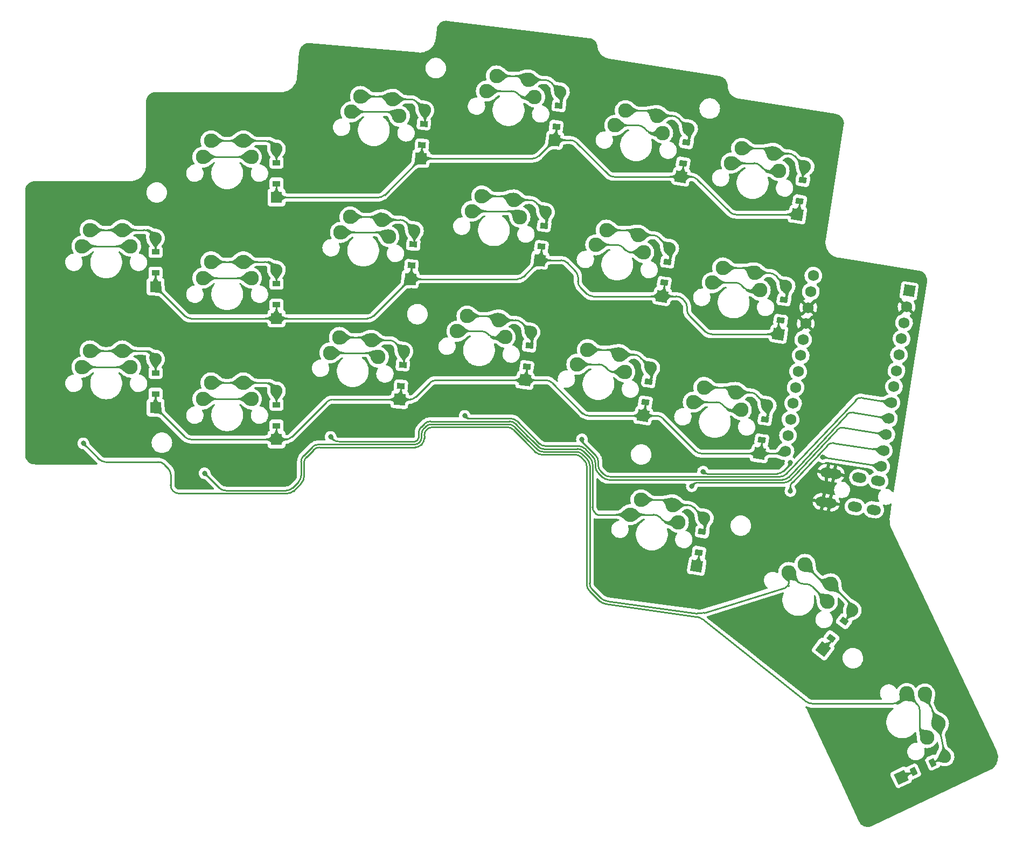
<source format=gbl>
%TF.GenerationSoftware,KiCad,Pcbnew,(6.0.7)*%
%TF.CreationDate,2022-08-30T19:44:11+01:00*%
%TF.ProjectId,cumulus,63756d75-6c75-4732-9e6b-696361645f70,v1.0.0*%
%TF.SameCoordinates,Original*%
%TF.FileFunction,Copper,L2,Bot*%
%TF.FilePolarity,Positive*%
%FSLAX46Y46*%
G04 Gerber Fmt 4.6, Leading zero omitted, Abs format (unit mm)*
G04 Created by KiCad (PCBNEW (6.0.7)) date 2022-08-30 19:44:11*
%MOMM*%
%LPD*%
G01*
G04 APERTURE LIST*
G04 Aperture macros list*
%AMHorizOval*
0 Thick line with rounded ends*
0 $1 width*
0 $2 $3 position (X,Y) of the first rounded end (center of the circle)*
0 $4 $5 position (X,Y) of the second rounded end (center of the circle)*
0 Add line between two ends*
20,1,$1,$2,$3,$4,$5,0*
0 Add two circle primitives to create the rounded ends*
1,1,$1,$2,$3*
1,1,$1,$4,$5*%
%AMRotRect*
0 Rectangle, with rotation*
0 The origin of the aperture is its center*
0 $1 length*
0 $2 width*
0 $3 Rotation angle, in degrees counterclockwise*
0 Add horizontal line*
21,1,$1,$2,0,0,$3*%
G04 Aperture macros list end*
%TA.AperFunction,SMDPad,CuDef*%
%ADD10RotRect,0.900000X1.200000X81.000000*%
%TD*%
%TA.AperFunction,ComponentPad*%
%ADD11RotRect,1.778000X1.778000X81.000000*%
%TD*%
%TA.AperFunction,ComponentPad*%
%ADD12C,1.905000*%
%TD*%
%TA.AperFunction,ComponentPad*%
%ADD13RotRect,1.778000X1.778000X85.000000*%
%TD*%
%TA.AperFunction,SMDPad,CuDef*%
%ADD14RotRect,0.900000X1.200000X85.000000*%
%TD*%
%TA.AperFunction,ComponentPad*%
%ADD15C,2.286000*%
%TD*%
%TA.AperFunction,ComponentPad*%
%ADD16R,1.778000X1.778000*%
%TD*%
%TA.AperFunction,SMDPad,CuDef*%
%ADD17R,1.200000X0.900000*%
%TD*%
%TA.AperFunction,ComponentPad*%
%ADD18HorizOval,1.600000X-0.296307X0.046930X0.296307X-0.046930X0*%
%TD*%
%TA.AperFunction,ComponentPad*%
%ADD19RotRect,1.778000X1.778000X83.000000*%
%TD*%
%TA.AperFunction,SMDPad,CuDef*%
%ADD20RotRect,0.900000X1.200000X83.000000*%
%TD*%
%TA.AperFunction,SMDPad,CuDef*%
%ADD21RotRect,0.900000X1.200000X53.000000*%
%TD*%
%TA.AperFunction,ComponentPad*%
%ADD22RotRect,1.778000X1.778000X53.000000*%
%TD*%
%TA.AperFunction,ComponentPad*%
%ADD23C,1.752600*%
%TD*%
%TA.AperFunction,ComponentPad*%
%ADD24RotRect,1.752600X1.752600X261.000000*%
%TD*%
%TA.AperFunction,SMDPad,CuDef*%
%ADD25RotRect,0.900000X1.200000X25.000000*%
%TD*%
%TA.AperFunction,ComponentPad*%
%ADD26RotRect,1.778000X1.778000X25.000000*%
%TD*%
%TA.AperFunction,ViaPad*%
%ADD27C,0.800000*%
%TD*%
%TA.AperFunction,Conductor*%
%ADD28C,0.250000*%
%TD*%
G04 APERTURE END LIST*
D10*
%TO.P,D15,2*%
%TO.N,inner_top*%
X257365205Y-105497147D03*
D11*
%TO.N,P6*%
X256511073Y-110889926D03*
D12*
%TO.P,D15,1*%
%TO.N,inner_top*%
X257703103Y-103363740D03*
D10*
%TO.N,P6*%
X256848971Y-108756519D03*
%TD*%
D13*
%TO.P,D4,2*%
%TO.N,P9*%
X193997184Y-139940076D03*
D14*
%TO.N,ring_bottom*%
X194473054Y-134500853D03*
D12*
%TO.P,D4,1*%
X194661310Y-132349072D03*
D14*
%TO.N,P9*%
X194185440Y-137788295D03*
%TD*%
D15*
%TO.P,S9,2*%
%TO.N,P15*%
X215192497Y-92414181D03*
X207629295Y-91485537D03*
%TO.P,S9,1*%
%TO.N,middle_top*%
X214241511Y-89738340D03*
X209199377Y-89119243D03*
%TD*%
D10*
%TO.P,D11,2*%
%TO.N,index_home*%
X236096175Y-118327906D03*
D11*
%TO.N,P7*%
X235242043Y-123720685D03*
D12*
%TO.P,D11,1*%
%TO.N,index_home*%
X236434073Y-116194499D03*
D10*
%TO.N,P7*%
X235579941Y-121587278D03*
%TD*%
%TO.P,D13,2*%
%TO.N,inner_bottom*%
X251420695Y-143029304D03*
D11*
%TO.N,P9*%
X250566563Y-148422083D03*
D12*
%TO.P,D13,1*%
%TO.N,inner_bottom*%
X251758593Y-140895897D03*
D10*
%TO.N,P9*%
X250904461Y-146288676D03*
%TD*%
D15*
%TO.P,S5,2*%
%TO.N,P14*%
X184690571Y-113679019D03*
X192281574Y-114343146D03*
%TO.P,S5,1*%
%TO.N,ring_home*%
X186177114Y-111259372D03*
X191237783Y-111702124D03*
%TD*%
%TO.P,S14,2*%
%TO.N,P8*%
X250640685Y-122767832D03*
X243114500Y-121575801D03*
%TO.P,S14,1*%
%TO.N,inner_home*%
X249783664Y-120060432D03*
X244766208Y-119265745D03*
%TD*%
D13*
%TO.P,D5,2*%
%TO.N,P7*%
X195653143Y-121012376D03*
D14*
%TO.N,ring_home*%
X196129013Y-115573153D03*
%TO.P,D5,1*%
%TO.N,P7*%
X195841399Y-118860595D03*
D12*
%TO.N,ring_home*%
X196317269Y-113421372D03*
%TD*%
D16*
%TO.P,D1,2*%
%TO.N,P9*%
X174620000Y-146199000D03*
D17*
%TO.N,pinky_bottom*%
X174620000Y-140739000D03*
%TO.P,D1,1*%
%TO.N,P9*%
X174620000Y-144039000D03*
D12*
%TO.N,pinky_bottom*%
X174620000Y-138579000D03*
%TD*%
D15*
%TO.P,S3,2*%
%TO.N,P16*%
X170680000Y-101849000D03*
X163060000Y-101849000D03*
%TO.P,S3,1*%
%TO.N,pinky_top*%
X169410000Y-99309000D03*
X164330000Y-99309000D03*
%TD*%
%TO.P,S19,2*%
%TO.N,P10*%
X144060000Y-134849000D03*
X151680000Y-134849000D03*
%TO.P,S19,1*%
%TO.N,default_m1*%
X145330000Y-132309000D03*
X150410000Y-132309000D03*
%TD*%
D18*
%TO.P,REF\u002A\u002A,1*%
%TO.N,GND*%
X261217217Y-151433063D03*
X260497619Y-155976430D03*
%TO.P,REF\u002A\u002A,2*%
X261584076Y-156148507D03*
X262303674Y-151605141D03*
%TO.P,REF\u002A\u002A,3*%
%TO.N,P1*%
X265534829Y-156774245D03*
X266254428Y-152230879D03*
%TO.P,REF\u002A\u002A,4*%
%TO.N,VCC*%
X269217493Y-152700182D03*
X268497894Y-157243549D03*
%TD*%
D15*
%TO.P,S8,2*%
%TO.N,P15*%
X205313778Y-110343914D03*
X212876980Y-111272558D03*
%TO.P,S8,1*%
%TO.N,middle_home*%
X206883860Y-107977620D03*
X211925994Y-108596717D03*
%TD*%
%TO.P,S16,2*%
%TO.N,P14*%
X237782357Y-159204948D03*
X230256172Y-158012917D03*
%TO.P,S16,1*%
%TO.N,near_thumb*%
X236925336Y-156497548D03*
X231907880Y-155702861D03*
%TD*%
D14*
%TO.P,D6,2*%
%TO.N,ring_top*%
X197784972Y-96645454D03*
D13*
%TO.N,P6*%
X197309102Y-102084677D03*
D12*
%TO.P,D6,1*%
%TO.N,ring_top*%
X197973228Y-94493673D03*
D14*
%TO.N,P6*%
X197497358Y-99932896D03*
%TD*%
D15*
%TO.P,S7,2*%
%TO.N,P15*%
X202998260Y-129202291D03*
X210561462Y-130130935D03*
%TO.P,S7,1*%
%TO.N,middle_bottom*%
X209610476Y-127455094D03*
X204568342Y-126835997D03*
%TD*%
%TO.P,S15,2*%
%TO.N,P8*%
X253612940Y-104001753D03*
X246086755Y-102809722D03*
%TO.P,S15,1*%
%TO.N,inner_top*%
X247738463Y-100499666D03*
X252755919Y-101294353D03*
%TD*%
D11*
%TO.P,D16,2*%
%TO.N,P5*%
X240680490Y-166093121D03*
D10*
%TO.N,near_thumb*%
X241534622Y-160700342D03*
D12*
%TO.P,D16,1*%
X241872520Y-158566935D03*
D10*
%TO.N,P5*%
X241018388Y-163959714D03*
%TD*%
D15*
%TO.P,S17,2*%
%TO.N,P16*%
X255130083Y-167094250D03*
X261215685Y-171680080D03*
%TO.P,S17,1*%
%TO.N,home_thumb*%
X257672960Y-165830020D03*
X261730029Y-168887241D03*
%TD*%
D11*
%TO.P,D10,2*%
%TO.N,P9*%
X232269788Y-142486764D03*
D10*
%TO.N,index_bottom*%
X233123920Y-137093985D03*
%TO.P,D10,1*%
%TO.N,P9*%
X232607686Y-140353357D03*
D12*
%TO.N,index_bottom*%
X233461818Y-134960578D03*
%TD*%
D19*
%TO.P,D9,2*%
%TO.N,P6*%
X218329259Y-99197015D03*
D20*
%TO.N,middle_top*%
X218994665Y-93777713D03*
%TO.P,D9,1*%
%TO.N,P6*%
X218592497Y-97053115D03*
D12*
%TO.N,middle_top*%
X219257903Y-91633813D03*
%TD*%
D15*
%TO.P,S11,2*%
%TO.N,P18*%
X232343910Y-116832512D03*
X224817725Y-115640481D03*
%TO.P,S11,1*%
%TO.N,index_home*%
X226469433Y-113330425D03*
X231486889Y-114125112D03*
%TD*%
%TO.P,S18,2*%
%TO.N,P10*%
X273675055Y-186105075D03*
X276895406Y-193011140D03*
%TO.P,S18,1*%
%TO.N,far_thumb*%
X278660703Y-190786679D03*
X276513802Y-186182635D03*
%TD*%
%TO.P,S10,2*%
%TO.N,P18*%
X221845470Y-134406559D03*
X229371655Y-135598590D03*
%TO.P,S10,1*%
%TO.N,index_bottom*%
X228514634Y-132891190D03*
X223497178Y-132096503D03*
%TD*%
D17*
%TO.P,D2,2*%
%TO.N,pinky_home*%
X174620000Y-121739000D03*
D16*
%TO.N,P7*%
X174620000Y-127199000D03*
D12*
%TO.P,D2,1*%
%TO.N,pinky_home*%
X174620000Y-119579000D03*
D17*
%TO.N,P7*%
X174620000Y-125039000D03*
%TD*%
D19*
%TO.P,D8,2*%
%TO.N,P7*%
X216013742Y-118055392D03*
D20*
%TO.N,middle_home*%
X216679148Y-112636090D03*
%TO.P,D8,1*%
%TO.N,P7*%
X216276980Y-115911492D03*
D12*
%TO.N,middle_home*%
X216942386Y-110492190D03*
%TD*%
D17*
%TO.P,D20,2*%
%TO.N,default_m2*%
X155620000Y-116739000D03*
D16*
%TO.N,P7*%
X155620000Y-122199000D03*
D17*
%TO.P,D20,1*%
X155620000Y-120039000D03*
D12*
%TO.N,default_m2*%
X155620000Y-114579000D03*
%TD*%
D17*
%TO.P,D19,2*%
%TO.N,default_m1*%
X155620000Y-135739000D03*
D16*
%TO.N,P9*%
X155620000Y-141199000D03*
D17*
%TO.P,D19,1*%
X155620000Y-139039000D03*
D12*
%TO.N,default_m1*%
X155620000Y-133579000D03*
%TD*%
D16*
%TO.P,D3,2*%
%TO.N,P6*%
X174620000Y-108199000D03*
D17*
%TO.N,pinky_top*%
X174620000Y-102739000D03*
%TO.P,D3,1*%
%TO.N,P6*%
X174620000Y-106039000D03*
D12*
%TO.N,pinky_top*%
X174620000Y-100579000D03*
%TD*%
D15*
%TO.P,S20,2*%
%TO.N,P10*%
X144060000Y-115849000D03*
X151680000Y-115849000D03*
%TO.P,S20,1*%
%TO.N,default_m2*%
X145330000Y-113309000D03*
X150410000Y-113309000D03*
%TD*%
D20*
%TO.P,D7,2*%
%TO.N,middle_bottom*%
X214363630Y-131494466D03*
D19*
%TO.N,P9*%
X213698224Y-136913768D03*
D20*
%TO.P,D7,1*%
X213961462Y-134769868D03*
D12*
%TO.N,middle_bottom*%
X214626868Y-129350566D03*
%TD*%
D11*
%TO.P,D14,2*%
%TO.N,P7*%
X253538818Y-129656005D03*
D10*
%TO.N,inner_home*%
X254392950Y-124263226D03*
%TO.P,D14,1*%
%TO.N,P7*%
X253876716Y-127522598D03*
D12*
%TO.N,inner_home*%
X254730848Y-122129819D03*
%TD*%
D21*
%TO.P,D17,2*%
%TO.N,home_thumb*%
X263826694Y-174762016D03*
D22*
%TO.N,P5*%
X260540784Y-179122566D03*
D21*
%TO.P,D17,1*%
X261840704Y-177397514D03*
D12*
%TO.N,home_thumb*%
X265126614Y-173036964D03*
%TD*%
D23*
%TO.P,MCU1,24*%
%TO.N,P9*%
X254630754Y-148073614D03*
%TO.P,MCU1,23*%
%TO.N,P8*%
X255028098Y-145564886D03*
%TO.P,MCU1,22*%
%TO.N,P7*%
X255425441Y-143056158D03*
%TO.P,MCU1,21*%
%TO.N,P6*%
X255822785Y-140547429D03*
%TO.P,MCU1,20*%
%TO.N,P5*%
X256220129Y-138038701D03*
%TO.P,MCU1,19*%
%TO.N,P4*%
X256617472Y-135529973D03*
%TO.P,MCU1,18*%
%TO.N,P3*%
X257014816Y-133021244D03*
%TO.P,MCU1,17*%
%TO.N,P2*%
X257412159Y-130512516D03*
%TO.P,MCU1,16*%
%TO.N,GND*%
X257809503Y-128003787D03*
%TO.P,MCU1,15*%
X258206846Y-125495059D03*
%TO.P,MCU1,14*%
%TO.N,P0*%
X258604190Y-122986331D03*
%TO.P,MCU1,13*%
%TO.N,P1*%
X259001533Y-120477602D03*
%TO.P,MCU1,12*%
%TO.N,P10*%
X269683125Y-150457676D03*
%TO.P,MCU1,11*%
%TO.N,P16*%
X270080468Y-147948947D03*
%TO.P,MCU1,10*%
%TO.N,P14*%
X270477812Y-145440219D03*
%TO.P,MCU1,9*%
%TO.N,P15*%
X270875155Y-142931491D03*
%TO.P,MCU1,8*%
%TO.N,P18*%
X271272499Y-140422762D03*
%TO.P,MCU1,7*%
%TO.N,P19*%
X271669842Y-137914034D03*
%TO.P,MCU1,6*%
%TO.N,P20*%
X272067186Y-135405305D03*
%TO.P,MCU1,5*%
%TO.N,P21*%
X272464529Y-132896577D03*
%TO.P,MCU1,4*%
%TO.N,VCC*%
X272861873Y-130387849D03*
%TO.P,MCU1,3*%
%TO.N,RST*%
X273259217Y-127879120D03*
%TO.P,MCU1,2*%
%TO.N,GND*%
X273656560Y-125370392D03*
D24*
%TO.P,MCU1,1*%
%TO.N,RAW*%
X274053904Y-122861664D03*
%TD*%
D15*
%TO.P,S6,2*%
%TO.N,P14*%
X193937533Y-95415447D03*
X186346530Y-94751320D03*
%TO.P,S6,1*%
%TO.N,ring_top*%
X187833073Y-92331673D03*
X192893742Y-92774425D03*
%TD*%
%TO.P,S2,2*%
%TO.N,P16*%
X163060000Y-120849000D03*
X170680000Y-120849000D03*
%TO.P,S2,1*%
%TO.N,pinky_home*%
X164330000Y-118309000D03*
X169410000Y-118309000D03*
%TD*%
%TO.P,S12,2*%
%TO.N,P18*%
X227789979Y-96874402D03*
X235316164Y-98066433D03*
%TO.P,S12,1*%
%TO.N,index_top*%
X234459143Y-95359033D03*
X229441687Y-94564346D03*
%TD*%
D25*
%TO.P,D18,2*%
%TO.N,far_thumb*%
X277753908Y-196958123D03*
D26*
%TO.N,P5*%
X272805467Y-199265619D03*
D25*
%TO.P,D18,1*%
X274763092Y-198352763D03*
D12*
%TO.N,far_thumb*%
X279711533Y-196045267D03*
%TD*%
D15*
%TO.P,S4,2*%
%TO.N,P14*%
X183034612Y-132606719D03*
X190625615Y-133270846D03*
%TO.P,S4,1*%
%TO.N,ring_bottom*%
X189581824Y-130629824D03*
X184521155Y-130187072D03*
%TD*%
D11*
%TO.P,D12,2*%
%TO.N,P6*%
X238214298Y-104954606D03*
D10*
%TO.N,index_top*%
X239068430Y-99561827D03*
%TO.P,D12,1*%
%TO.N,P6*%
X238552196Y-102821199D03*
D12*
%TO.N,index_top*%
X239406328Y-97428420D03*
%TD*%
D15*
%TO.P,S1,2*%
%TO.N,P16*%
X170680000Y-139849000D03*
X163060000Y-139849000D03*
%TO.P,S1,1*%
%TO.N,pinky_bottom*%
X169410000Y-137309000D03*
X164330000Y-137309000D03*
%TD*%
%TO.P,S13,2*%
%TO.N,P8*%
X240142245Y-140341879D03*
X247668430Y-141533910D03*
%TO.P,S13,1*%
%TO.N,inner_bottom*%
X241793953Y-138031823D03*
X246811409Y-138826510D03*
%TD*%
D27*
%TO.N,P16*%
X255397000Y-154305000D03*
X163322000Y-151511000D03*
%TO.N,P14*%
X183134000Y-145796000D03*
X239903000Y-153543000D03*
%TO.N,P15*%
X204216000Y-142494000D03*
%TO.N,P18*%
X222631000Y-146177000D03*
%TO.N,P8*%
X241681000Y-151257000D03*
X255397000Y-149860000D03*
%TO.N,P10*%
X144272000Y-146812000D03*
X260477000Y-148971000D03*
%TD*%
D28*
%TO.N,default_m2*%
X155620002Y-115142490D02*
G75*
G03*
X155221550Y-114180552I-1360402J-10D01*
G01*
X153786509Y-113308998D02*
G75*
G02*
X154748447Y-113707449I-9J-1360402D01*
G01*
%TO.N,default_m1*%
X155620002Y-134142490D02*
G75*
G03*
X155221550Y-133180552I-1360402J-10D01*
G01*
X153786509Y-132308998D02*
G75*
G02*
X154748447Y-132707449I-9J-1360402D01*
G01*
%TO.N,P10*%
X178942997Y-149915490D02*
G75*
G02*
X179341448Y-148953551I1360403J-10D01*
G01*
X223791450Y-169943446D02*
G75*
G02*
X223393000Y-168981509I961950J961946D01*
G01*
X198246995Y-144652995D02*
G75*
G02*
X199166815Y-144272000I919805J-919805D01*
G01*
X275716988Y-188710510D02*
G75*
G03*
X275318551Y-187748571I-1360388J10D01*
G01*
X241624059Y-174474475D02*
G75*
G03*
X240603059Y-174036925I-1315659J-1660025D01*
G01*
X196413509Y-147447001D02*
G75*
G03*
X197375447Y-147048551I-9J1360401D01*
G01*
X210891509Y-144271998D02*
G75*
G02*
X211853447Y-144670449I-9J-1360402D01*
G01*
X147756490Y-149733002D02*
G75*
G02*
X146794552Y-149334550I10J1360402D01*
G01*
X159288815Y-154685993D02*
G75*
G02*
X158369000Y-154305000I-15J1300793D01*
G01*
X158368995Y-154305005D02*
G75*
G02*
X157988000Y-153385184I919805J919805D01*
G01*
X216333698Y-148589997D02*
G75*
G02*
X215371759Y-148191551I2J1360397D01*
G01*
X258887494Y-187705995D02*
G75*
G02*
X257871691Y-187352259I6J1635395D01*
G01*
X213613994Y-146432396D02*
G75*
G03*
X213613012Y-146430012I-3394J-4D01*
G01*
X223393002Y-150423490D02*
G75*
G03*
X222994550Y-149461552I-1360402J-10D01*
G01*
X156027509Y-149732998D02*
G75*
G02*
X156989447Y-150131449I-9J-1360402D01*
G01*
X276115467Y-192231163D02*
G75*
G02*
X275717000Y-191269243I961933J961963D01*
G01*
X213614979Y-146434787D02*
G75*
G02*
X213614000Y-146432396I2421J2387D01*
G01*
X180449553Y-147845450D02*
G75*
G02*
X181411490Y-147447000I961947J-961950D01*
G01*
X271510639Y-187706023D02*
G75*
G03*
X272472578Y-187307551I-39J1360423D01*
G01*
X197467550Y-146956447D02*
G75*
G03*
X197866000Y-145994509I-961950J961947D01*
G01*
X226371096Y-172037409D02*
G75*
G02*
X225402490Y-171554490I237304J1688809D01*
G01*
X221559509Y-148589998D02*
G75*
G02*
X222521447Y-148988449I-9J-1360402D01*
G01*
X197866007Y-145572815D02*
G75*
G02*
X198247000Y-144653000I1300793J15D01*
G01*
X178544550Y-153052447D02*
G75*
G03*
X178943000Y-152090509I-961950J961947D01*
G01*
X157988002Y-151693490D02*
G75*
G03*
X157589550Y-150731552I-1360402J-10D01*
G01*
X176347509Y-154686002D02*
G75*
G03*
X177309448Y-154287551I-9J1360402D01*
G01*
%TO.N,home_thumb*%
X261230105Y-168887232D02*
G75*
G02*
X260376681Y-168533741I-5J1206932D01*
G01*
X265126618Y-172660395D02*
G75*
G03*
X264860339Y-172017551I-909118J-5D01*
G01*
X264976300Y-173612395D02*
G75*
G03*
X265126614Y-173249530I-362900J362895D01*
G01*
X261230105Y-168887248D02*
G75*
G02*
X262083528Y-169240740I-5J-1206952D01*
G01*
X265126614Y-172824398D02*
X265126614Y-173249530D01*
%TO.N,P5*%
X240849434Y-165924167D02*
G75*
G03*
X241018388Y-165516293I-407834J407867D01*
G01*
X261690413Y-177972968D02*
G75*
G03*
X261840704Y-177610080I-362913J362868D01*
G01*
%TO.N,near_thumb*%
X239239642Y-156497508D02*
G75*
G02*
X240201581Y-156895996I-42J-1360392D01*
G01*
X235568720Y-155702854D02*
G75*
G02*
X236527992Y-156100204I-20J-1356646D01*
G01*
X241703562Y-160531384D02*
G75*
G03*
X241872520Y-160123514I-407862J407884D01*
G01*
X237487264Y-156497563D02*
G75*
G02*
X236527992Y-156100204I36J1356663D01*
G01*
%TO.N,inner_top*%
X253317847Y-101294308D02*
G75*
G02*
X252358575Y-100897009I-47J1356608D01*
G01*
X251399303Y-100499669D02*
G75*
G02*
X252358575Y-100897009I-3J-1356631D01*
G01*
X257365173Y-103940567D02*
G75*
G02*
X257534154Y-103532689I576827J-33D01*
G01*
X255070225Y-101294324D02*
G75*
G02*
X256032164Y-101692801I-25J-1360376D01*
G01*
X257534114Y-103532649D02*
G75*
G03*
X257534154Y-103194791I-168914J168949D01*
G01*
%TO.N,inner_home*%
X248427048Y-119265723D02*
G75*
G02*
X249386320Y-119663088I-48J-1356677D01*
G01*
X250345592Y-120060432D02*
G75*
G02*
X249386320Y-119663088I8J1356632D01*
G01*
X254561904Y-124094282D02*
G75*
G03*
X254730848Y-123686398I-407904J407882D01*
G01*
X252097970Y-120060448D02*
G75*
G02*
X253059909Y-120458880I30J-1360352D01*
G01*
%TO.N,P8*%
X242252542Y-151591783D02*
G75*
G02*
X241848401Y-151424401I-42J571483D01*
G01*
X243791388Y-140341898D02*
G75*
G02*
X244753326Y-140740328I12J-1360402D01*
G01*
X255323543Y-150141284D02*
G75*
G03*
X255397000Y-149963901I-177443J177384D01*
G01*
X249061322Y-122767802D02*
G75*
G02*
X248099384Y-122369382I-22J1360402D01*
G01*
X253309509Y-151591803D02*
G75*
G03*
X254271448Y-151193353I-9J1360403D01*
G01*
X252012243Y-104001732D02*
G75*
G02*
X251050304Y-103603304I-43J1360332D01*
G01*
X246742310Y-121575798D02*
G75*
G02*
X247704248Y-121974250I-10J-1360402D01*
G01*
X249693231Y-102809698D02*
G75*
G02*
X250655169Y-103208171I-31J-1360402D01*
G01*
X246110400Y-141533902D02*
G75*
G02*
X245148462Y-141135460I0J1360402D01*
G01*
%TO.N,inner_bottom*%
X245454793Y-138031817D02*
G75*
G02*
X246414065Y-138429166I7J-1356583D01*
G01*
X247373337Y-138826485D02*
G75*
G02*
X246414065Y-138429166I-37J1356585D01*
G01*
X251589649Y-142860360D02*
G75*
G03*
X251758593Y-142452476I-407849J407860D01*
G01*
X249125715Y-138826501D02*
G75*
G02*
X250087653Y-139224959I-15J-1360399D01*
G01*
%TO.N,index_top*%
X233102527Y-94564338D02*
G75*
G02*
X234061799Y-94961689I-27J-1356662D01*
G01*
X239237379Y-99392878D02*
G75*
G03*
X239406328Y-98984999I-407879J407878D01*
G01*
X235021071Y-95359047D02*
G75*
G02*
X234061800Y-94961688I29J1356647D01*
G01*
X236773450Y-95359063D02*
G75*
G02*
X237735389Y-95757481I50J-1360337D01*
G01*
%TO.N,index_home*%
X232048817Y-114125100D02*
G75*
G02*
X231089545Y-113727768I-17J1356600D01*
G01*
X233801195Y-114125116D02*
G75*
G02*
X234763134Y-114523560I5J-1360384D01*
G01*
X236265144Y-118158977D02*
G75*
G03*
X236434073Y-117751078I-407944J407877D01*
G01*
X230130273Y-113330432D02*
G75*
G02*
X231089545Y-113727768I27J-1356568D01*
G01*
%TO.N,P18*%
X225591452Y-151215048D02*
G75*
G02*
X225193000Y-150253113I961948J961948D01*
G01*
X225192991Y-149677906D02*
G75*
G03*
X224794551Y-148715967I-1360391J6D01*
G01*
X231438911Y-96874398D02*
G75*
G02*
X232400849Y-97272851I-11J-1360402D01*
G01*
X222763726Y-146685148D02*
G75*
G02*
X222631000Y-146364708I320474J320448D01*
G01*
X265687588Y-139975017D02*
G75*
G02*
X266609216Y-139661806I754912J-708783D01*
G01*
X230426002Y-116832502D02*
G75*
G02*
X229464064Y-116434062I-2J1360402D01*
G01*
X227602080Y-135598602D02*
G75*
G02*
X226640142Y-135200140I20J1360402D01*
G01*
X253796506Y-152041813D02*
G75*
G03*
X254742663Y-151632309I-6J1297813D01*
G01*
X228106990Y-115640498D02*
G75*
G02*
X229068928Y-116038930I10J-1360402D01*
G01*
X233757923Y-98066402D02*
G75*
G02*
X232795985Y-97667983I-23J1360402D01*
G01*
X226981688Y-152041805D02*
G75*
G02*
X226019749Y-151643353I12J1360405D01*
G01*
X225283068Y-134406568D02*
G75*
G02*
X226245007Y-134805007I32J-1360332D01*
G01*
%TO.N,index_bottom*%
X230828939Y-132891169D02*
G75*
G02*
X231790878Y-133289638I-39J-1360431D01*
G01*
X233292888Y-136925055D02*
G75*
G03*
X233461818Y-136517157I-407888J407855D01*
G01*
X227158018Y-132096485D02*
G75*
G02*
X228117290Y-132493846I-18J-1356615D01*
G01*
X229076562Y-132891223D02*
G75*
G02*
X228117291Y-132493845I38J1356623D01*
G01*
%TO.N,middle_top*%
X216798939Y-89738305D02*
G75*
G02*
X217760878Y-90136788I-39J-1360395D01*
G01*
X214679278Y-89738362D02*
G75*
G02*
X213931962Y-89428791I22J1056862D01*
G01*
X213184646Y-89119208D02*
G75*
G02*
X213931962Y-89428791I-46J-1056892D01*
G01*
X219126271Y-93646081D02*
G75*
G03*
X219257903Y-93328337I-317771J317781D01*
G01*
%TO.N,middle_home*%
X216810762Y-112504466D02*
G75*
G03*
X216942386Y-112186714I-317762J317766D01*
G01*
X214483422Y-108596701D02*
G75*
G02*
X215445360Y-108995166I-22J-1360399D01*
G01*
X210869129Y-107977604D02*
G75*
G02*
X211616445Y-108287168I-29J-1056896D01*
G01*
X212363761Y-108596728D02*
G75*
G02*
X211616446Y-108287167I39J1056928D01*
G01*
%TO.N,P15*%
X208926425Y-130130902D02*
G75*
G02*
X207964487Y-129732485I-25J1360402D01*
G01*
X211450697Y-142922006D02*
G75*
G02*
X212412636Y-143320448I3J-1360394D01*
G01*
X222118697Y-147240006D02*
G75*
G02*
X223080636Y-147638448I3J-1360394D01*
G01*
X225141450Y-151401446D02*
G75*
G02*
X224743000Y-150439509I961950J961946D01*
G01*
X211384845Y-110343882D02*
G75*
G02*
X212346784Y-110742362I-45J-1360418D01*
G01*
X254200630Y-152527033D02*
G75*
G03*
X255143983Y-152115630I-30J1287333D01*
G01*
X224742994Y-149864302D02*
G75*
G03*
X224344551Y-148902363I-1360394J2D01*
G01*
X213627671Y-92414202D02*
G75*
G02*
X212665733Y-92015731I29J1360402D01*
G01*
X206870800Y-129202298D02*
G75*
G02*
X207832738Y-129600740I0J-1360402D01*
G01*
X216895678Y-147240011D02*
G75*
G02*
X215933739Y-146841551I22J1360411D01*
G01*
X211572046Y-91485498D02*
G75*
G02*
X212533984Y-91883986I-46J-1360402D01*
G01*
X204946641Y-142921982D02*
G75*
G02*
X204430001Y-142707999I-41J730582D01*
G01*
X264293493Y-142262321D02*
G75*
G02*
X265210348Y-141952708I744007J-690879D01*
G01*
X226830490Y-152527002D02*
G75*
G02*
X225868552Y-152128550I10J1360402D01*
G01*
%TO.N,middle_bottom*%
X214495252Y-131362850D02*
G75*
G03*
X214626868Y-131045090I-317752J317750D01*
G01*
X210048243Y-127455054D02*
G75*
G02*
X209300927Y-127145545I-43J1056854D01*
G01*
X212167905Y-127455096D02*
G75*
G02*
X213129844Y-127853542I-5J-1360404D01*
G01*
X208553611Y-126836001D02*
G75*
G02*
X209300926Y-127145546I-11J-1056899D01*
G01*
%TO.N,ring_top*%
X195690489Y-92774430D02*
G75*
G02*
X196652427Y-93172874I11J-1360370D01*
G01*
X193206814Y-92774414D02*
G75*
G02*
X192672366Y-92553049I-14J755814D01*
G01*
X197879121Y-96551347D02*
G75*
G03*
X197973228Y-96324080I-227321J227247D01*
G01*
X192137917Y-92331662D02*
G75*
G02*
X192672366Y-92553049I-17J-755838D01*
G01*
%TO.N,ring_home*%
X194034530Y-111702100D02*
G75*
G02*
X194996469Y-112100572I-30J-1360400D01*
G01*
X196223150Y-115479034D02*
G75*
G03*
X196317269Y-115251779I-227250J227234D01*
G01*
X191550855Y-111702155D02*
G75*
G02*
X191016407Y-111480748I45J755855D01*
G01*
X190481958Y-111259403D02*
G75*
G02*
X191016407Y-111480748I42J-755797D01*
G01*
%TO.N,P14*%
X224292997Y-150050698D02*
G75*
G03*
X223894551Y-149088759I-1360397J-2D01*
G01*
X184416037Y-146546984D02*
G75*
G02*
X183509500Y-146171500I-37J1281984D01*
G01*
X262767631Y-144675092D02*
G75*
G02*
X263688619Y-144358753I757869J-707608D01*
G01*
X192803797Y-94751335D02*
G75*
G02*
X193605469Y-95083383I3J-1133765D01*
G01*
X233903426Y-158012898D02*
G75*
G02*
X234865364Y-158411366I-26J-1360402D01*
G01*
X196966002Y-145224698D02*
G75*
G02*
X197364447Y-144262759I1360398J-2D01*
G01*
X254454469Y-152976966D02*
G75*
G03*
X255399226Y-152566568I31J1292566D01*
G01*
X221932301Y-147690003D02*
G75*
G02*
X222894240Y-148088448I-1J-1360397D01*
G01*
X197856757Y-143770446D02*
G75*
G02*
X198818698Y-143372000I961943J-961954D01*
G01*
X189491879Y-132606747D02*
G75*
G02*
X190293551Y-132938782I21J-1133753D01*
G01*
X191147838Y-113679006D02*
G75*
G02*
X191949509Y-114011083I-38J-1133794D01*
G01*
X225049338Y-158012896D02*
G75*
G02*
X224865958Y-157936958I-38J259296D01*
G01*
X224865960Y-157936956D02*
G75*
G02*
X224723076Y-157776972I1345240J1345256D01*
G01*
X236222438Y-159204932D02*
G75*
G02*
X235260499Y-158806499I-38J1360332D01*
G01*
X224541519Y-157548985D02*
G75*
G02*
X224293000Y-156838131I892481J710885D01*
G01*
X196781009Y-146362009D02*
G75*
G03*
X196966000Y-145915370I-446609J446609D01*
G01*
X211264301Y-143372003D02*
G75*
G02*
X212226240Y-143770448I-1J-1360397D01*
G01*
X240185993Y-153259993D02*
G75*
G02*
X240869222Y-152977000I683207J-683207D01*
G01*
X216584234Y-147689985D02*
G75*
G02*
X215831000Y-147378000I-34J1065185D01*
G01*
X196334370Y-146546987D02*
G75*
G03*
X196780999Y-146361999I30J631587D01*
G01*
X215207433Y-146753567D02*
X215831000Y-147378000D01*
X214099786Y-145643994D02*
X214927638Y-146472995D01*
%TO.N,ring_bottom*%
X188825999Y-130187074D02*
G75*
G02*
X189360448Y-130408448I1J-755826D01*
G01*
X192378571Y-130629842D02*
G75*
G02*
X193340509Y-131028273I29J-1360358D01*
G01*
X189894896Y-130629826D02*
G75*
G02*
X189360448Y-130408448I4J755826D01*
G01*
X194567200Y-134406743D02*
G75*
G03*
X194661310Y-134179479I-227300J227243D01*
G01*
%TO.N,P6*%
X218460863Y-99065381D02*
G75*
G03*
X218592497Y-98747639I-317763J317781D01*
G01*
X218197640Y-99328634D02*
G75*
G02*
X218515396Y-99197015I317760J-317766D01*
G01*
X218515396Y-99196993D02*
G75*
G02*
X218460878Y-99065396I4J77093D01*
G01*
X239773115Y-104954598D02*
G75*
G02*
X240735053Y-105353055I-15J-1360402D01*
G01*
X220807524Y-99196998D02*
G75*
G02*
X221769462Y-99595464I-24J-1360402D01*
G01*
X246835416Y-110889902D02*
G75*
G02*
X245873478Y-110491476I-16J1360402D01*
G01*
X238383258Y-104785668D02*
G75*
G02*
X237975368Y-104954606I-407858J407868D01*
G01*
X238453227Y-104954521D02*
G75*
G02*
X238383247Y-104785657I-27J98921D01*
G01*
X214878106Y-102084683D02*
G75*
G03*
X215840045Y-101686228I-6J1360383D01*
G01*
X238383251Y-104785661D02*
G75*
G03*
X238552196Y-104377778I-407851J407861D01*
G01*
X197214975Y-102178806D02*
G75*
G02*
X197442219Y-102084677I227225J-227194D01*
G01*
X197442219Y-102084598D02*
G75*
G02*
X197403230Y-101990549I-19J55098D01*
G01*
X256680032Y-110720987D02*
G75*
G03*
X256848971Y-110313098I-407932J407887D01*
G01*
X227692096Y-104954602D02*
G75*
G02*
X226730158Y-104556156I4J1360402D01*
G01*
X190631288Y-108198987D02*
G75*
G03*
X191593227Y-107800551I12J1360387D01*
G01*
X256272143Y-110889957D02*
G75*
G03*
X256680022Y-110720977I-43J576857D01*
G01*
X197403225Y-101990544D02*
G75*
G03*
X197497358Y-101763303I-227225J227244D01*
G01*
X218197639Y-99328633D02*
X218460878Y-99065396D01*
X238453227Y-104954606D02*
X237975368Y-104954606D01*
X197214973Y-102178804D02*
X197403230Y-101990549D01*
%TO.N,pinky_top*%
X174620002Y-101142490D02*
G75*
G03*
X174221550Y-100180552I-1360402J-10D01*
G01*
X172786509Y-99308998D02*
G75*
G02*
X173748447Y-99707449I-9J-1360402D01*
G01*
%TO.N,P7*%
X219345901Y-118055398D02*
G75*
G02*
X220307839Y-118453841I-1J-1360402D01*
G01*
X239141002Y-125404490D02*
G75*
G03*
X238742550Y-124442552I-1360402J-10D01*
G01*
X216145354Y-117923766D02*
G75*
G03*
X216276980Y-117606016I-317754J317766D01*
G01*
X161183490Y-127199002D02*
G75*
G02*
X160221552Y-126800550I10J1360402D01*
G01*
X195559045Y-121106534D02*
G75*
G02*
X195786260Y-121012376I227255J-227166D01*
G01*
X195786260Y-121012340D02*
G75*
G02*
X195747272Y-120918249I40J55140D01*
G01*
X195747275Y-120918252D02*
G75*
G03*
X195841399Y-120691002I-227275J227252D01*
G01*
X235410997Y-123551741D02*
G75*
G02*
X235003113Y-123720685I-407897J407941D01*
G01*
X235480972Y-123720675D02*
G75*
G02*
X235410992Y-123551736I28J98975D01*
G01*
X188903028Y-127199015D02*
G75*
G03*
X189864967Y-126800551I-28J1360415D01*
G01*
X221996002Y-120705490D02*
G75*
G03*
X221597550Y-119743552I-1360402J-10D01*
G01*
X235411016Y-123551760D02*
G75*
G03*
X235579941Y-123143857I-407916J407860D01*
G01*
X224360175Y-123720702D02*
G75*
G02*
X223398237Y-123322235I25J1360402D01*
G01*
X222394450Y-122318446D02*
G75*
G02*
X221996000Y-121356509I961950J961946D01*
G01*
X215882127Y-118187015D02*
G75*
G02*
X216199879Y-118055392I317773J-317785D01*
G01*
X216199879Y-118055421D02*
G75*
G02*
X216145361Y-117923773I21J77121D01*
G01*
X242995495Y-129656002D02*
G75*
G02*
X242033557Y-129257555I5J1360402D01*
G01*
X212493267Y-121012355D02*
G75*
G03*
X213455206Y-120613927I33J1360355D01*
G01*
X237457194Y-123720698D02*
G75*
G02*
X238419132Y-124119134I6J-1360402D01*
G01*
X239539450Y-126763446D02*
G75*
G02*
X239141000Y-125801509I961950J961946D01*
G01*
X253538823Y-128099425D02*
G75*
G02*
X253707767Y-127691547I576777J25D01*
G01*
X195559014Y-121106503D02*
X195747271Y-120918248D01*
X235480972Y-123720685D02*
X235003113Y-123720685D01*
X215882122Y-118187010D02*
X216145361Y-117923773D01*
%TO.N,pinky_home*%
X172786509Y-118308998D02*
G75*
G02*
X173748447Y-118707449I-9J-1360402D01*
G01*
%TO.N,P9*%
X234379273Y-142486798D02*
G75*
G02*
X235341211Y-142885213I27J-1360402D01*
G01*
X194091329Y-139845965D02*
G75*
G02*
X193864066Y-139940076I-227229J227265D01*
G01*
X194130301Y-139940011D02*
G75*
G02*
X194091313Y-139845949I-1J55111D01*
G01*
X195538433Y-139940102D02*
G75*
G03*
X196500372Y-139541627I-33J1360402D01*
G01*
X194091304Y-139845940D02*
G75*
G03*
X194185440Y-139618702I-227204J227240D01*
G01*
X250735541Y-148253163D02*
G75*
G03*
X250904461Y-147845255I-407941J407863D01*
G01*
X223695254Y-142486802D02*
G75*
G02*
X222733316Y-142088314I46J1360402D01*
G01*
X198729763Y-137312196D02*
G75*
G02*
X199691722Y-136913768I961937J-962004D01*
G01*
X213829848Y-136782154D02*
G75*
G02*
X213512086Y-136913768I-317748J317754D01*
G01*
X213884361Y-136913851D02*
G75*
G02*
X213829843Y-136782149I39J77151D01*
G01*
X232438765Y-142317843D02*
G75*
G02*
X232030858Y-142486764I-407865J407943D01*
G01*
X232508717Y-142486758D02*
G75*
G02*
X232438737Y-142317815I-17J98958D01*
G01*
X213829844Y-136782150D02*
G75*
G03*
X213961462Y-136464392I-317744J317750D01*
G01*
X241441573Y-148422102D02*
G75*
G02*
X240479635Y-148023633I27J1360402D01*
G01*
X161183490Y-146199002D02*
G75*
G02*
X160221552Y-145800550I10J1360402D01*
G01*
X176071509Y-146199002D02*
G75*
G03*
X177033448Y-145800551I-9J1360402D01*
G01*
X254035880Y-148422065D02*
G75*
G03*
X254456519Y-148247848I20J594865D01*
G01*
X232438731Y-142317809D02*
G75*
G03*
X232607686Y-141909936I-407931J407909D01*
G01*
X216995277Y-136913798D02*
G75*
G02*
X217957215Y-137312217I23J-1360402D01*
G01*
X182495460Y-140338509D02*
G75*
G02*
X183457414Y-139940076I961940J-961991D01*
G01*
X250735507Y-148253129D02*
G75*
G02*
X250327633Y-148422083I-407907J407929D01*
G01*
X250805492Y-148422062D02*
G75*
G02*
X250735512Y-148253134I8J98962D01*
G01*
X194130301Y-139940076D02*
X193864066Y-139940076D01*
X213884361Y-136913768D02*
X213512086Y-136913768D01*
X232508717Y-142486764D02*
X232030858Y-142486764D01*
X250805492Y-148422083D02*
X250327633Y-148422083D01*
%TO.N,P16*%
X257509323Y-168909979D02*
G75*
G02*
X256547384Y-168511551I-23J1360379D01*
G01*
X257882114Y-168909994D02*
G75*
G02*
X258844053Y-169308448I-14J-1360406D01*
G01*
X197415999Y-145411094D02*
G75*
G02*
X197814447Y-144449155I1360401J-6D01*
G01*
X261241659Y-147087462D02*
G75*
G02*
X262166312Y-146766615I768741J-722638D01*
G01*
X178094548Y-152866049D02*
G75*
G03*
X178493000Y-151904113I-961948J961949D01*
G01*
X221745905Y-148140001D02*
G75*
G02*
X222707843Y-148538449I-5J-1360399D01*
G01*
X166610490Y-154236002D02*
G75*
G02*
X165648552Y-153837550I10J1360402D01*
G01*
X178493000Y-149729094D02*
G75*
G02*
X178891448Y-148767155I1360400J-6D01*
G01*
X180263155Y-147395448D02*
G75*
G02*
X181225094Y-146997000I961945J-961952D01*
G01*
X224241452Y-169757048D02*
G75*
G02*
X223843000Y-168795113I961948J961948D01*
G01*
X211077905Y-143822001D02*
G75*
G02*
X212039843Y-144220449I-5J-1360399D01*
G01*
X216520094Y-148139999D02*
G75*
G02*
X215558156Y-147741550I6J1360399D01*
G01*
X198043155Y-144220448D02*
G75*
G02*
X199005094Y-143822000I961945J-961952D01*
G01*
X255524000Y-153162000D02*
G75*
G03*
X255774013Y-152904134I-8216200J8216100D01*
G01*
X241852353Y-173436210D02*
G75*
G02*
X240726605Y-173530455I-773953J2474210D01*
G01*
X176161113Y-154236004D02*
G75*
G03*
X177123051Y-153837550I-13J1360404D01*
G01*
X254625305Y-169440874D02*
G75*
G03*
X255130083Y-168754075I-214805J686774D01*
G01*
X196348382Y-146996992D02*
G75*
G03*
X197103302Y-146684302I18J1067592D01*
G01*
X214063991Y-146246000D02*
G75*
G03*
X214063012Y-146243616I-3391J0D01*
G01*
X223842999Y-150237094D02*
G75*
G03*
X223444550Y-149275156I-1360399J-6D01*
G01*
X214064981Y-146248389D02*
G75*
G02*
X214064000Y-146246000I2419J2389D01*
G01*
X197103307Y-146684307D02*
G75*
G03*
X197416000Y-145929382I-754907J754907D01*
G01*
X226562406Y-171590232D02*
G75*
G02*
X225593802Y-171109406I230094J1679532D01*
G01*
X255397003Y-153468605D02*
G75*
G02*
X255524001Y-153162001I433597J5D01*
G01*
%TO.N,pinky_bottom*%
X172786509Y-137308998D02*
G75*
G02*
X173748447Y-137707449I-9J-1360402D01*
G01*
%TO.N,P16*%
X222707844Y-148538448D02*
X223444551Y-149275155D01*
X197814447Y-144449155D02*
X198043155Y-144220448D01*
X257509323Y-168910000D02*
X257882114Y-168910000D01*
%TO.N,P7*%
X239141000Y-125404490D02*
X239141000Y-125801509D01*
X221996000Y-120705490D02*
X221996000Y-121356509D01*
%TO.N,pinky_top*%
X174221551Y-100180551D02*
X173748448Y-99707448D01*
%TO.N,P14*%
X234865365Y-158411365D02*
X235260499Y-158806499D01*
%TO.N,P15*%
X212665732Y-92015732D02*
X212533985Y-91883985D01*
X224743000Y-150439509D02*
X224743000Y-149864302D01*
X207964486Y-129732486D02*
X207832739Y-129600739D01*
%TO.N,P18*%
X232400850Y-97272850D02*
X232795984Y-97667984D01*
X229464063Y-116434063D02*
X229068929Y-116038929D01*
X225193000Y-150253113D02*
X225193000Y-149677906D01*
X226640141Y-135200141D02*
X226245007Y-134805007D01*
%TO.N,P8*%
X244753327Y-140740327D02*
X245148461Y-141135461D01*
X248099383Y-122369383D02*
X247704249Y-121974249D01*
X251050304Y-103603304D02*
X250655170Y-103208170D01*
%TO.N,P10*%
X197375447Y-147048551D02*
X197467551Y-146956448D01*
X156989448Y-150131448D02*
X157589551Y-150731551D01*
X222994551Y-149461551D02*
X222521448Y-148988448D01*
%TO.N,default_m1*%
X155221551Y-133180551D02*
X154748448Y-132707448D01*
%TO.N,default_m2*%
X155221551Y-114180551D02*
X154748448Y-113707448D01*
%TO.N,P16*%
X178094551Y-152866052D02*
X177123052Y-153837551D01*
X178891448Y-148767155D02*
X180263155Y-147395448D01*
X224241448Y-169757052D02*
X225593802Y-171109406D01*
X255130083Y-167094250D02*
X255130083Y-168754075D01*
%TO.N,P14*%
X223894551Y-149088759D02*
X222894240Y-148088448D01*
%TO.N,P10*%
X179341448Y-148953551D02*
X180449551Y-147845448D01*
X223791448Y-169943448D02*
X225402490Y-171554490D01*
X178544551Y-153052448D02*
X177309448Y-154287551D01*
%TO.N,pinky_bottom*%
X169410000Y-137309000D02*
X164330000Y-137309000D01*
X173748448Y-137707448D02*
X174620000Y-138579000D01*
X174620000Y-138579000D02*
X174620000Y-140739000D01*
X169410000Y-137309000D02*
X172786509Y-137309000D01*
%TO.N,P16*%
X241852357Y-173436223D02*
X254625303Y-169440867D01*
X256547384Y-168511551D02*
X255130083Y-167094250D01*
X181225094Y-146997000D02*
X196348382Y-146997000D01*
X255397000Y-154305000D02*
X255397000Y-153468605D01*
X211077905Y-143822000D02*
X199005094Y-143822000D01*
X261241672Y-147087475D02*
X255774013Y-152904134D01*
X215558155Y-147741551D02*
X214064987Y-146248383D01*
X223843000Y-168795113D02*
X223843000Y-150237094D01*
X221745905Y-148140000D02*
X216520094Y-148140000D01*
X163060000Y-101849000D02*
X170680000Y-101849000D01*
X197416000Y-145411094D02*
X197416000Y-145929382D01*
X163060000Y-139849000D02*
X170680000Y-139849000D01*
X258844053Y-169308448D02*
X261215685Y-171680080D01*
X240726605Y-173530455D02*
X226562407Y-171590225D01*
X212039844Y-144220448D02*
X214063012Y-146243616D01*
X178493000Y-151904113D02*
X178493000Y-149729094D01*
X262166312Y-146766615D02*
X270080468Y-147948947D01*
X166610490Y-154236000D02*
X176161113Y-154236000D01*
X165648551Y-153837551D02*
X163322000Y-151511000D01*
X163060000Y-120849000D02*
X170680000Y-120849000D01*
%TO.N,P9*%
X234379273Y-142486764D02*
X232508717Y-142486764D01*
X199691722Y-136913768D02*
X213512086Y-136913768D01*
X177033448Y-145800551D02*
X182495475Y-140338524D01*
X194185440Y-139618702D02*
X194185440Y-137788295D01*
X222733315Y-142088315D02*
X217957216Y-137312216D01*
X174620000Y-146199000D02*
X161183490Y-146199000D01*
X213961462Y-136464392D02*
X213961462Y-134769868D01*
X232607686Y-141909936D02*
X232607686Y-140353357D01*
X174620000Y-146199000D02*
X174620000Y-144039000D01*
X235341212Y-142885212D02*
X240479634Y-148023634D01*
X254456519Y-148247848D02*
X254630754Y-148073614D01*
X194130301Y-139940076D02*
X195538433Y-139940076D01*
X223695254Y-142486764D02*
X232030858Y-142486764D01*
X254035880Y-148422083D02*
X250805492Y-148422083D01*
X213884361Y-136913768D02*
X216995277Y-136913768D01*
X174620000Y-146199000D02*
X176071509Y-146199000D01*
X155620000Y-141199000D02*
X160221551Y-145800551D01*
X196500372Y-139541627D02*
X198729783Y-137312216D01*
X155620000Y-141199000D02*
X155620000Y-139039000D01*
X241441573Y-148422083D02*
X250327633Y-148422083D01*
X250904461Y-147845255D02*
X250904461Y-146288676D01*
X193864066Y-139940076D02*
X183457414Y-139940076D01*
%TO.N,pinky_home*%
X169410000Y-118309000D02*
X164330000Y-118309000D01*
X172786509Y-118309000D02*
X169410000Y-118309000D01*
X174620000Y-119579000D02*
X174620000Y-121739000D01*
X173748448Y-118707448D02*
X174620000Y-119579000D01*
%TO.N,P7*%
X253538818Y-129656005D02*
X242995495Y-129656005D01*
X219345901Y-118055392D02*
X216199879Y-118055392D01*
X223398236Y-123322236D02*
X222394448Y-122318448D01*
X238742551Y-124442551D02*
X238419133Y-124119133D01*
X235003113Y-123720685D02*
X224360175Y-123720685D01*
X174620000Y-127199000D02*
X174620000Y-125039000D01*
X161183490Y-127199000D02*
X174620000Y-127199000D01*
X155620000Y-122199000D02*
X155620000Y-120039000D01*
X195786260Y-121012376D02*
X212493267Y-121012376D01*
X220307840Y-118453840D02*
X221597551Y-119743551D01*
X253538818Y-129656005D02*
X253538818Y-128099425D01*
X195841399Y-120691002D02*
X195841399Y-118860595D01*
X160221551Y-126800551D02*
X155620000Y-122199000D01*
X188903028Y-127199000D02*
X174620000Y-127199000D01*
X242033556Y-129257556D02*
X239539448Y-126763448D01*
X235480972Y-123720685D02*
X237457194Y-123720685D01*
X253707767Y-127691547D02*
X253876716Y-127522598D01*
X195559014Y-121106503D02*
X189864967Y-126800551D01*
X235579941Y-123143857D02*
X235579941Y-121587278D01*
X216276980Y-117606016D02*
X216276980Y-115911492D01*
X215882122Y-118187010D02*
X213455206Y-120613927D01*
%TO.N,pinky_top*%
X174620000Y-101142490D02*
X174620000Y-102739000D01*
X169410000Y-99309000D02*
X164330000Y-99309000D01*
X169410000Y-99309000D02*
X172786509Y-99309000D01*
%TO.N,P6*%
X239773115Y-104954606D02*
X238453227Y-104954606D01*
X174620000Y-108199000D02*
X174620000Y-106039000D01*
X240735054Y-105353054D02*
X245873477Y-110491477D01*
X218592497Y-98747639D02*
X218592497Y-97053115D01*
X256848971Y-110313098D02*
X256848971Y-108756519D01*
X174620000Y-108199000D02*
X190631288Y-108199000D01*
X246835416Y-110889926D02*
X256272143Y-110889926D01*
X218515396Y-99197015D02*
X220807524Y-99197015D01*
X214878106Y-102084677D02*
X197442219Y-102084677D01*
X237975368Y-104954606D02*
X227692096Y-104954606D01*
X238552196Y-104377778D02*
X238552196Y-102821199D01*
X218197639Y-99328633D02*
X215840045Y-101686228D01*
X221769463Y-99595463D02*
X226730157Y-104556157D01*
X197214973Y-102178804D02*
X191593227Y-107800551D01*
X197497358Y-101763303D02*
X197497358Y-99932896D01*
%TO.N,ring_bottom*%
X192378571Y-130629824D02*
X189894896Y-130629824D01*
X193340510Y-131028272D02*
X194661310Y-132349072D01*
X194661310Y-132349072D02*
X194661310Y-134179479D01*
X188825999Y-130187072D02*
X184521155Y-130187072D01*
X194567182Y-134406725D02*
X194473054Y-134500853D01*
%TO.N,P14*%
X221932301Y-147690000D02*
X216584234Y-147690000D01*
X197364447Y-144262759D02*
X197856759Y-143770448D01*
X191147838Y-113679019D02*
X184690571Y-113679019D01*
X198818698Y-143372000D02*
X211264301Y-143372000D01*
X189491879Y-132606719D02*
X183034612Y-132606719D01*
X236222438Y-159204948D02*
X237782357Y-159204948D01*
X254454469Y-152977000D02*
X240869222Y-152977000D01*
X224723075Y-157776973D02*
X224541500Y-157549000D01*
X190293551Y-132938782D02*
X190625615Y-133270846D01*
X224293000Y-150050698D02*
X224293000Y-156838131D01*
X196966000Y-145224698D02*
X196966000Y-145915370D01*
X184416037Y-146547000D02*
X196334370Y-146547000D01*
X233903426Y-158012917D02*
X230256172Y-158012917D01*
X263688619Y-144358753D02*
X270477812Y-145440219D01*
X215207433Y-146753567D02*
X214927638Y-146472995D01*
X191949510Y-114011082D02*
X192281574Y-114343146D01*
X193605469Y-95083383D02*
X193937533Y-95415447D01*
X212226240Y-143770448D02*
X214099786Y-145643994D01*
X262767628Y-144675089D02*
X255399226Y-152566568D01*
X230256172Y-158012917D02*
X225049338Y-158012917D01*
X239903000Y-153543000D02*
X240186000Y-153260000D01*
X183509500Y-146171500D02*
X183134000Y-145796000D01*
X192803797Y-94751320D02*
X186346530Y-94751320D01*
%TO.N,ring_home*%
X190481958Y-111259372D02*
X186177114Y-111259372D01*
X194996469Y-112100572D02*
X196317269Y-113421372D01*
X194034530Y-111702124D02*
X191550855Y-111702124D01*
X196317269Y-115251779D02*
X196317269Y-113421372D01*
X196223141Y-115479025D02*
X196129013Y-115573153D01*
%TO.N,ring_top*%
X197973228Y-94493673D02*
X197973228Y-96324080D01*
X197973228Y-94493673D02*
X196652428Y-93172873D01*
X195690489Y-92774425D02*
X193206814Y-92774425D01*
X197879100Y-96551326D02*
X197784972Y-96645454D01*
X192137917Y-92331673D02*
X187833073Y-92331673D01*
%TO.N,middle_bottom*%
X208553611Y-126835997D02*
X204568342Y-126835997D01*
X214626868Y-131045090D02*
X214626868Y-129350566D01*
X213129844Y-127853542D02*
X214626868Y-129350566D01*
X210048243Y-127455094D02*
X212167905Y-127455094D01*
X214495249Y-131362847D02*
X214363630Y-131494466D01*
%TO.N,P15*%
X223080636Y-147638448D02*
X224344551Y-148902363D01*
X213627671Y-92414181D02*
X215192497Y-92414181D01*
X206870800Y-129202291D02*
X202998260Y-129202291D01*
X208926425Y-130130935D02*
X210561462Y-130130935D01*
X225141448Y-151401448D02*
X225868551Y-152128551D01*
X265210348Y-141952708D02*
X270875155Y-142931491D01*
X255143984Y-152115631D02*
X264293489Y-142262318D01*
X211450697Y-142922000D02*
X204946641Y-142922000D01*
X222118697Y-147240000D02*
X216895678Y-147240000D01*
X211572046Y-91485537D02*
X207629295Y-91485537D01*
X212412636Y-143320448D02*
X215933739Y-146841551D01*
X211384845Y-110343914D02*
X205313778Y-110343914D01*
X212346784Y-110742362D02*
X212876980Y-111272558D01*
X204216000Y-142494000D02*
X204430000Y-142708000D01*
X254200630Y-152527000D02*
X226830490Y-152527000D01*
%TO.N,middle_home*%
X216810767Y-112504471D02*
X216679148Y-112636090D01*
X216942386Y-112186714D02*
X216942386Y-110492190D01*
X210869129Y-107977620D02*
X206883860Y-107977620D01*
X215445361Y-108995165D02*
X216942386Y-110492190D01*
X214483422Y-108596717D02*
X212363761Y-108596717D01*
%TO.N,middle_top*%
X213184646Y-89119243D02*
X209199377Y-89119243D01*
X219126284Y-93646094D02*
X218994665Y-93777713D01*
X216798939Y-89738340D02*
X214679278Y-89738340D01*
X217760878Y-90136788D02*
X219257903Y-91633813D01*
X219257903Y-91633813D02*
X219257903Y-93328337D01*
%TO.N,index_bottom*%
X231790878Y-133289638D02*
X233461818Y-134960578D01*
X227158018Y-132096503D02*
X223497178Y-132096503D01*
X230828939Y-132891190D02*
X229076562Y-132891190D01*
X233292869Y-136925036D02*
X233123920Y-137093985D01*
X233461818Y-136517157D02*
X233461818Y-134960578D01*
%TO.N,P18*%
X228106990Y-115640481D02*
X224817725Y-115640481D01*
X253796506Y-152041802D02*
X226981688Y-152041802D01*
X231438911Y-96874402D02*
X227789979Y-96874402D01*
X222631000Y-146364708D02*
X222631000Y-146177000D01*
X224794551Y-148715967D02*
X222763729Y-146685145D01*
X265687568Y-139974998D02*
X254742664Y-151632310D01*
X225283068Y-134406559D02*
X221845470Y-134406559D01*
X233757923Y-98066433D02*
X235316164Y-98066433D01*
X227602080Y-135598590D02*
X229371655Y-135598590D01*
X230426002Y-116832512D02*
X232343910Y-116832512D01*
X266609216Y-139661805D02*
X271272499Y-140422762D01*
X225591448Y-151215052D02*
X226019749Y-151643353D01*
%TO.N,index_home*%
X236434073Y-116194499D02*
X236434073Y-117751078D01*
X232048817Y-114125112D02*
X233801195Y-114125112D01*
X234763134Y-114523560D02*
X236434073Y-116194499D01*
X230130273Y-113330425D02*
X226469433Y-113330425D01*
X236265124Y-118158957D02*
X236096175Y-118327906D01*
%TO.N,index_top*%
X239406328Y-98984999D02*
X239406328Y-97428420D01*
X239237379Y-99392878D02*
X239068430Y-99561827D01*
X237735389Y-95757481D02*
X239406328Y-97428420D01*
X233102527Y-94564346D02*
X229441687Y-94564346D01*
X235021071Y-95359033D02*
X236773450Y-95359033D01*
%TO.N,inner_bottom*%
X247373337Y-138826510D02*
X249125715Y-138826510D01*
X251589644Y-142860355D02*
X251420695Y-143029304D01*
X245454793Y-138031823D02*
X241793953Y-138031823D01*
X251758593Y-140895897D02*
X251758593Y-142452476D01*
X251758593Y-140895897D02*
X250087654Y-139224958D01*
%TO.N,P8*%
X255323530Y-150141271D02*
X254271448Y-151193353D01*
X246742310Y-121575801D02*
X243114500Y-121575801D01*
X243791388Y-140341879D02*
X240142245Y-140341879D01*
X249061322Y-122767832D02*
X250640685Y-122767832D01*
X252012243Y-104001753D02*
X253612940Y-104001753D01*
X242252542Y-151591802D02*
X253309509Y-151591802D01*
X255397000Y-149963901D02*
X255397000Y-149860000D01*
X249693231Y-102809722D02*
X246086755Y-102809722D01*
X246110400Y-141533910D02*
X247668430Y-141533910D01*
X241848401Y-151424401D02*
X241681000Y-151257000D01*
%TO.N,inner_home*%
X254730848Y-122129819D02*
X254730848Y-123686398D01*
X250345592Y-120060432D02*
X252097970Y-120060432D01*
X254561899Y-124094277D02*
X254392950Y-124263226D01*
X248427048Y-119265745D02*
X244766208Y-119265745D01*
X254730848Y-122129819D02*
X253059909Y-120458880D01*
%TO.N,inner_top*%
X257365205Y-103940567D02*
X257365205Y-105497147D01*
X253317847Y-101294353D02*
X255070225Y-101294353D01*
X251399303Y-100499666D02*
X247738463Y-100499666D01*
X256032164Y-101692801D02*
X257534154Y-103194791D01*
%TO.N,near_thumb*%
X240201581Y-156895996D02*
X241872520Y-158566935D01*
X239239642Y-156497548D02*
X237487264Y-156497548D01*
X241872520Y-158566935D02*
X241872520Y-160123514D01*
X241703571Y-160531393D02*
X241534622Y-160700342D01*
X235568720Y-155702861D02*
X231907880Y-155702861D01*
%TO.N,P5*%
X274763092Y-198352763D02*
X272805467Y-199265619D01*
X261690397Y-177972952D02*
X260540784Y-179122566D01*
X261840704Y-177610080D02*
X261840704Y-177397514D01*
X240849439Y-165924172D02*
X240680490Y-166093121D01*
X241018388Y-165516293D02*
X241018388Y-163959714D01*
%TO.N,home_thumb*%
X264860339Y-172017551D02*
X262083528Y-169240740D01*
X265126614Y-172660395D02*
X265126614Y-172824398D01*
X264976307Y-173612402D02*
X263826694Y-174762016D01*
X260376681Y-168533741D02*
X257672960Y-165830020D01*
%TO.N,far_thumb*%
X279711533Y-196045267D02*
X278660703Y-190786679D01*
X278660703Y-190786679D02*
X276513802Y-186182635D01*
X279711533Y-196045267D02*
X277753908Y-196958123D01*
%TO.N,P10*%
X276115448Y-192231182D02*
X276895406Y-193011140D01*
X151680000Y-115849000D02*
X144060000Y-115849000D01*
X146794551Y-149334551D02*
X144272000Y-146812000D01*
X258887494Y-187706000D02*
X271510639Y-187706000D01*
X159288815Y-154686000D02*
X176347509Y-154686000D01*
X199166815Y-144272000D02*
X210891509Y-144272000D01*
X211853448Y-144670448D02*
X213613012Y-146430012D01*
X260477000Y-148971000D02*
X269683125Y-150457676D01*
X144060000Y-134849000D02*
X151680000Y-134849000D01*
X240603059Y-174036925D02*
X226371098Y-172037393D01*
X275318551Y-187748571D02*
X273675055Y-186105075D01*
X275717000Y-188710510D02*
X275717000Y-191269243D01*
X147756490Y-149733000D02*
X156027509Y-149733000D01*
X197866000Y-145994509D02*
X197866000Y-145572815D01*
X223393000Y-168981509D02*
X223393000Y-150423490D01*
X272472578Y-187307551D02*
X273675055Y-186105075D01*
X215371759Y-148191551D02*
X213614987Y-146434779D01*
X157988000Y-153385184D02*
X157988000Y-151693490D01*
X216333698Y-148590000D02*
X221559509Y-148590000D01*
X178943000Y-149915490D02*
X178943000Y-152090509D01*
X196413509Y-147447000D02*
X181411490Y-147447000D01*
X241624044Y-174474494D02*
X257871691Y-187352259D01*
%TO.N,default_m1*%
X150410000Y-132309000D02*
X153786509Y-132309000D01*
X155620000Y-134142490D02*
X155620000Y-135739000D01*
X150410000Y-132309000D02*
X145330000Y-132309000D01*
%TO.N,default_m2*%
X155620000Y-115142490D02*
X155620000Y-116739000D01*
X150410000Y-113309000D02*
X153786509Y-113309000D01*
X150410000Y-113309000D02*
X145330000Y-113309000D01*
%TD*%
%TA.AperFunction,Conductor*%
%TO.N,pinky_top*%
G36*
X173430990Y-99196339D02*
G01*
X173432617Y-99196556D01*
X173485735Y-99207479D01*
X173594531Y-99229851D01*
X173596143Y-99230306D01*
X173685218Y-99262558D01*
X173731546Y-99279333D01*
X173732869Y-99279907D01*
X173850095Y-99339561D01*
X173850868Y-99339991D01*
X173929909Y-99388055D01*
X173958185Y-99405250D01*
X174063369Y-99470740D01*
X174063513Y-99470818D01*
X174063516Y-99470820D01*
X174173792Y-99530757D01*
X174173799Y-99530760D01*
X174174091Y-99530919D01*
X174174399Y-99531042D01*
X174174408Y-99531046D01*
X174273368Y-99570499D01*
X174298402Y-99580480D01*
X174444355Y-99614110D01*
X174611626Y-99625909D01*
X174619637Y-99629909D01*
X174622122Y-99634622D01*
X174956759Y-100915759D01*
X173729298Y-100891764D01*
X173721094Y-100888176D01*
X173718148Y-100882788D01*
X173673366Y-100695610D01*
X173673079Y-100693782D01*
X173657759Y-100493937D01*
X173657728Y-100492796D01*
X173661938Y-100293768D01*
X173661957Y-100293294D01*
X173673826Y-100101063D01*
X173673827Y-100101035D01*
X173681347Y-99922235D01*
X173681347Y-99922234D01*
X173681359Y-99921949D01*
X173672536Y-99762102D01*
X173635349Y-99627453D01*
X173563124Y-99531046D01*
X173558595Y-99525001D01*
X173557794Y-99523932D01*
X173556605Y-99523324D01*
X173556604Y-99523323D01*
X173428786Y-99457943D01*
X173428785Y-99457943D01*
X173427863Y-99457471D01*
X173243849Y-99435244D01*
X173236046Y-99430849D01*
X173233552Y-99423628D01*
X173233552Y-99196454D01*
X173236979Y-99188181D01*
X173245982Y-99184777D01*
X173430990Y-99196339D01*
G37*
%TD.AperFunction*%
%TD*%
%TA.AperFunction,Conductor*%
%TO.N,default_m1*%
G36*
X154430990Y-132196339D02*
G01*
X154432617Y-132196556D01*
X154485735Y-132207479D01*
X154594531Y-132229851D01*
X154596143Y-132230306D01*
X154685218Y-132262558D01*
X154731546Y-132279333D01*
X154732869Y-132279907D01*
X154850095Y-132339561D01*
X154850868Y-132339991D01*
X154929909Y-132388055D01*
X154958185Y-132405250D01*
X155063369Y-132470740D01*
X155063513Y-132470818D01*
X155063516Y-132470820D01*
X155173792Y-132530757D01*
X155173799Y-132530760D01*
X155174091Y-132530919D01*
X155174399Y-132531042D01*
X155174408Y-132531046D01*
X155273368Y-132570499D01*
X155298402Y-132580480D01*
X155444355Y-132614110D01*
X155611626Y-132625909D01*
X155619637Y-132629909D01*
X155622122Y-132634622D01*
X155956759Y-133915759D01*
X154729298Y-133891764D01*
X154721094Y-133888176D01*
X154718148Y-133882788D01*
X154673366Y-133695610D01*
X154673079Y-133693782D01*
X154657759Y-133493937D01*
X154657728Y-133492796D01*
X154661938Y-133293768D01*
X154661957Y-133293294D01*
X154673826Y-133101063D01*
X154673827Y-133101035D01*
X154681347Y-132922235D01*
X154681347Y-132922234D01*
X154681359Y-132921949D01*
X154672536Y-132762102D01*
X154635349Y-132627453D01*
X154563124Y-132531046D01*
X154558595Y-132525001D01*
X154557794Y-132523932D01*
X154556605Y-132523324D01*
X154556604Y-132523323D01*
X154428786Y-132457943D01*
X154428785Y-132457943D01*
X154427863Y-132457471D01*
X154243849Y-132435244D01*
X154236046Y-132430849D01*
X154233552Y-132423628D01*
X154233552Y-132196454D01*
X154236979Y-132188181D01*
X154245982Y-132184777D01*
X154430990Y-132196339D01*
G37*
%TD.AperFunction*%
%TD*%
%TA.AperFunction,Conductor*%
%TO.N,default_m2*%
G36*
X154430990Y-113196339D02*
G01*
X154432617Y-113196556D01*
X154485735Y-113207479D01*
X154594531Y-113229851D01*
X154596143Y-113230306D01*
X154685218Y-113262558D01*
X154731546Y-113279333D01*
X154732869Y-113279907D01*
X154850095Y-113339561D01*
X154850868Y-113339991D01*
X154929909Y-113388055D01*
X154958185Y-113405250D01*
X155063369Y-113470740D01*
X155063513Y-113470818D01*
X155063516Y-113470820D01*
X155173792Y-113530757D01*
X155173799Y-113530760D01*
X155174091Y-113530919D01*
X155174399Y-113531042D01*
X155174408Y-113531046D01*
X155273368Y-113570499D01*
X155298402Y-113580480D01*
X155444355Y-113614110D01*
X155611626Y-113625909D01*
X155619637Y-113629909D01*
X155622122Y-113634622D01*
X155956759Y-114915759D01*
X154729298Y-114891764D01*
X154721094Y-114888176D01*
X154718148Y-114882788D01*
X154673366Y-114695610D01*
X154673079Y-114693782D01*
X154657759Y-114493937D01*
X154657728Y-114492796D01*
X154661938Y-114293768D01*
X154661957Y-114293294D01*
X154673826Y-114101063D01*
X154673827Y-114101035D01*
X154681347Y-113922235D01*
X154681347Y-113922234D01*
X154681359Y-113921949D01*
X154672536Y-113762102D01*
X154635349Y-113627453D01*
X154563124Y-113531046D01*
X154558595Y-113525001D01*
X154557794Y-113523932D01*
X154556605Y-113523324D01*
X154556604Y-113523323D01*
X154428786Y-113457943D01*
X154428785Y-113457943D01*
X154427863Y-113457471D01*
X154243849Y-113435244D01*
X154236046Y-113430849D01*
X154233552Y-113423628D01*
X154233552Y-113196454D01*
X154236979Y-113188181D01*
X154245982Y-113184777D01*
X154430990Y-113196339D01*
G37*
%TD.AperFunction*%
%TD*%
%TA.AperFunction,Conductor*%
%TO.N,P16*%
G36*
X255131205Y-166538463D02*
G01*
X255134556Y-166544543D01*
X255165281Y-166694228D01*
X255471307Y-168185127D01*
X255341872Y-168257032D01*
X255318548Y-168294545D01*
X255317841Y-168295682D01*
X255276693Y-168361862D01*
X255276692Y-168361865D01*
X255276049Y-168362899D01*
X255257408Y-168494404D01*
X255257461Y-168495056D01*
X255257461Y-168495057D01*
X255263222Y-168565844D01*
X255269518Y-168643219D01*
X255269560Y-168643469D01*
X255295924Y-168800862D01*
X255295950Y-168801020D01*
X255320174Y-168958828D01*
X255320300Y-168960155D01*
X255326001Y-169108795D01*
X255325745Y-169111719D01*
X255297398Y-169242656D01*
X255295416Y-169247075D01*
X255217894Y-169353362D01*
X255213876Y-169356827D01*
X255147711Y-169391530D01*
X255080293Y-169426891D01*
X255071375Y-169427699D01*
X255064498Y-169421964D01*
X255063693Y-169420023D01*
X254996306Y-169204591D01*
X254997106Y-169195672D01*
X255002544Y-169190486D01*
X255189150Y-169103828D01*
X255190500Y-169103201D01*
X255270588Y-168993375D01*
X255266046Y-168959480D01*
X255253751Y-168867748D01*
X255253576Y-168866440D01*
X255252851Y-168865338D01*
X255159827Y-168723958D01*
X255159826Y-168723956D01*
X255159532Y-168723510D01*
X255008523Y-168565700D01*
X254820618Y-168394126D01*
X254616060Y-168210060D01*
X254615733Y-168209755D01*
X254414747Y-168014490D01*
X254414048Y-168013748D01*
X254236788Y-167808642D01*
X254235721Y-167807197D01*
X254106223Y-167600209D01*
X254104740Y-167591378D01*
X254107709Y-167585894D01*
X254729202Y-166939618D01*
X254729203Y-166939617D01*
X254964627Y-166694804D01*
X254966321Y-166693042D01*
X254966322Y-166693042D01*
X255114662Y-166538786D01*
X255122866Y-166535198D01*
X255131205Y-166538463D01*
G37*
%TD.AperFunction*%
%TD*%
%TA.AperFunction,Conductor*%
%TO.N,pinky_bottom*%
G36*
X168917981Y-136286265D02*
G01*
X169408321Y-136757802D01*
X169408322Y-136757802D01*
X169981500Y-137309000D01*
X169410000Y-137858584D01*
X169408408Y-137860115D01*
X168917981Y-138331735D01*
X168909642Y-138335000D01*
X168904236Y-138333555D01*
X168695135Y-138218629D01*
X168694142Y-138218018D01*
X168515683Y-138095344D01*
X168514953Y-138094799D01*
X168363063Y-137971954D01*
X168362717Y-137971663D01*
X168226375Y-137852391D01*
X168094961Y-137740840D01*
X168094959Y-137740839D01*
X168094803Y-137740706D01*
X167957197Y-137640631D01*
X167956859Y-137640446D01*
X167802994Y-137556268D01*
X167802987Y-137556265D01*
X167802587Y-137556046D01*
X167619998Y-137490827D01*
X167619546Y-137490741D01*
X167619541Y-137490740D01*
X167444561Y-137457588D01*
X167398460Y-137448853D01*
X167236144Y-137439972D01*
X167138061Y-137434605D01*
X167129987Y-137430731D01*
X167127000Y-137422922D01*
X167127000Y-137195078D01*
X167130427Y-137186805D01*
X167138061Y-137183395D01*
X167247155Y-137177425D01*
X167398460Y-137169146D01*
X167444561Y-137160411D01*
X167619541Y-137127259D01*
X167619546Y-137127258D01*
X167619998Y-137127172D01*
X167802587Y-137061953D01*
X167802987Y-137061734D01*
X167802994Y-137061731D01*
X167956859Y-136977553D01*
X167956860Y-136977552D01*
X167957197Y-136977368D01*
X168094803Y-136877293D01*
X168226375Y-136765608D01*
X168362717Y-136646336D01*
X168363063Y-136646045D01*
X168514953Y-136523200D01*
X168515683Y-136522655D01*
X168694142Y-136399981D01*
X168695135Y-136399370D01*
X168904236Y-136284445D01*
X168913136Y-136283463D01*
X168917981Y-136286265D01*
G37*
%TD.AperFunction*%
%TD*%
%TA.AperFunction,Conductor*%
%TO.N,pinky_bottom*%
G36*
X164835764Y-136284445D02*
G01*
X165044864Y-136399370D01*
X165045857Y-136399981D01*
X165224316Y-136522655D01*
X165225046Y-136523200D01*
X165376936Y-136646045D01*
X165377282Y-136646336D01*
X165513624Y-136765608D01*
X165645196Y-136877293D01*
X165782802Y-136977368D01*
X165783139Y-136977552D01*
X165783140Y-136977553D01*
X165937005Y-137061731D01*
X165937012Y-137061734D01*
X165937412Y-137061953D01*
X166120001Y-137127172D01*
X166120453Y-137127258D01*
X166120458Y-137127259D01*
X166295438Y-137160411D01*
X166341539Y-137169146D01*
X166493406Y-137177456D01*
X166601939Y-137183395D01*
X166610013Y-137187269D01*
X166613000Y-137195078D01*
X166613000Y-137422922D01*
X166609573Y-137431195D01*
X166601939Y-137434605D01*
X166504507Y-137439936D01*
X166341539Y-137448853D01*
X166295438Y-137457588D01*
X166120458Y-137490740D01*
X166120453Y-137490741D01*
X166120001Y-137490827D01*
X165937412Y-137556046D01*
X165937012Y-137556265D01*
X165937005Y-137556268D01*
X165783140Y-137640446D01*
X165782802Y-137640631D01*
X165645196Y-137740706D01*
X165645040Y-137740839D01*
X165645038Y-137740840D01*
X165513624Y-137852391D01*
X165377282Y-137971663D01*
X165376936Y-137971954D01*
X165225046Y-138094799D01*
X165224316Y-138095344D01*
X165045857Y-138218018D01*
X165044864Y-138218629D01*
X164835764Y-138333555D01*
X164826864Y-138334537D01*
X164822019Y-138331735D01*
X164323560Y-137852391D01*
X163767269Y-137317433D01*
X163763681Y-137309229D01*
X163767269Y-137300567D01*
X163888485Y-137184000D01*
X164822019Y-136286265D01*
X164830358Y-136283000D01*
X164835764Y-136284445D01*
G37*
%TD.AperFunction*%
%TD*%
%TA.AperFunction,Conductor*%
%TO.N,pinky_bottom*%
G36*
X173430990Y-137196339D02*
G01*
X173432617Y-137196556D01*
X173485735Y-137207479D01*
X173594531Y-137229851D01*
X173596143Y-137230306D01*
X173685218Y-137262558D01*
X173731546Y-137279333D01*
X173732869Y-137279907D01*
X173850095Y-137339561D01*
X173850868Y-137339991D01*
X173929909Y-137388055D01*
X173958185Y-137405250D01*
X174063369Y-137470740D01*
X174063513Y-137470818D01*
X174063516Y-137470820D01*
X174173792Y-137530757D01*
X174173799Y-137530760D01*
X174174091Y-137530919D01*
X174174399Y-137531042D01*
X174174408Y-137531046D01*
X174273368Y-137570499D01*
X174298402Y-137580480D01*
X174444355Y-137614110D01*
X174611626Y-137625909D01*
X174619637Y-137629909D01*
X174622122Y-137634622D01*
X174956759Y-138915759D01*
X173729298Y-138891764D01*
X173721094Y-138888176D01*
X173718148Y-138882788D01*
X173673366Y-138695610D01*
X173673079Y-138693782D01*
X173657759Y-138493937D01*
X173657728Y-138492796D01*
X173661938Y-138293768D01*
X173661957Y-138293294D01*
X173673826Y-138101063D01*
X173673827Y-138101035D01*
X173681347Y-137922235D01*
X173681347Y-137922234D01*
X173681359Y-137921949D01*
X173672536Y-137762102D01*
X173635349Y-137627453D01*
X173563124Y-137531046D01*
X173558595Y-137525001D01*
X173557794Y-137523932D01*
X173556605Y-137523324D01*
X173556604Y-137523323D01*
X173428786Y-137457943D01*
X173428785Y-137457943D01*
X173427863Y-137457471D01*
X173243849Y-137435244D01*
X173236046Y-137430849D01*
X173233552Y-137423628D01*
X173233552Y-137196454D01*
X173236979Y-137188181D01*
X173245982Y-137184777D01*
X173430990Y-137196339D01*
G37*
%TD.AperFunction*%
%TD*%
%TA.AperFunction,Conductor*%
%TO.N,pinky_bottom*%
G36*
X174791828Y-138281430D02*
G01*
X175471299Y-138987997D01*
X175474564Y-138996336D01*
X175473133Y-139001718D01*
X175379318Y-139173382D01*
X175378742Y-139174326D01*
X175278560Y-139322434D01*
X175278056Y-139323123D01*
X175178220Y-139449735D01*
X175177964Y-139450049D01*
X175081378Y-139564177D01*
X174991230Y-139674557D01*
X174910672Y-139790000D01*
X174910500Y-139790328D01*
X174910495Y-139790336D01*
X174875205Y-139857589D01*
X174842738Y-139919461D01*
X174842595Y-139919878D01*
X174842592Y-139919885D01*
X174790603Y-140071478D01*
X174790460Y-140071895D01*
X174756870Y-140256256D01*
X174756851Y-140256623D01*
X174745584Y-140470416D01*
X174741726Y-140478497D01*
X174733900Y-140481500D01*
X174506100Y-140481500D01*
X174497827Y-140478073D01*
X174494416Y-140470416D01*
X174483148Y-140256623D01*
X174483129Y-140256256D01*
X174449539Y-140071895D01*
X174449396Y-140071478D01*
X174397407Y-139919885D01*
X174397404Y-139919878D01*
X174397261Y-139919461D01*
X174364794Y-139857589D01*
X174329504Y-139790336D01*
X174329499Y-139790328D01*
X174329327Y-139790000D01*
X174248769Y-139674557D01*
X174158621Y-139564177D01*
X174062035Y-139450049D01*
X174061779Y-139449735D01*
X173961943Y-139323123D01*
X173961439Y-139322434D01*
X173861257Y-139174326D01*
X173860681Y-139173382D01*
X173766867Y-139001718D01*
X173765907Y-138992815D01*
X173768701Y-138987997D01*
X173857194Y-138895975D01*
X174620000Y-138102750D01*
X174791828Y-138281430D01*
G37*
%TD.AperFunction*%
%TD*%
%TA.AperFunction,Conductor*%
%TO.N,pinky_bottom*%
G36*
X169915764Y-136284445D02*
G01*
X170124864Y-136399370D01*
X170125857Y-136399981D01*
X170304316Y-136522655D01*
X170305046Y-136523200D01*
X170456936Y-136646045D01*
X170457282Y-136646336D01*
X170593624Y-136765608D01*
X170725196Y-136877293D01*
X170862802Y-136977368D01*
X170863139Y-136977552D01*
X170863140Y-136977553D01*
X171017005Y-137061731D01*
X171017012Y-137061734D01*
X171017412Y-137061953D01*
X171200001Y-137127172D01*
X171200453Y-137127258D01*
X171200458Y-137127259D01*
X171375438Y-137160411D01*
X171421539Y-137169146D01*
X171573406Y-137177456D01*
X171681939Y-137183395D01*
X171690013Y-137187269D01*
X171693000Y-137195078D01*
X171693000Y-137422922D01*
X171689573Y-137431195D01*
X171681939Y-137434605D01*
X171584507Y-137439936D01*
X171421539Y-137448853D01*
X171375438Y-137457588D01*
X171200458Y-137490740D01*
X171200453Y-137490741D01*
X171200001Y-137490827D01*
X171017412Y-137556046D01*
X171017012Y-137556265D01*
X171017005Y-137556268D01*
X170863140Y-137640446D01*
X170862802Y-137640631D01*
X170725196Y-137740706D01*
X170725040Y-137740839D01*
X170725038Y-137740840D01*
X170593624Y-137852391D01*
X170457282Y-137971663D01*
X170456936Y-137971954D01*
X170305046Y-138094799D01*
X170304316Y-138095344D01*
X170125857Y-138218018D01*
X170124864Y-138218629D01*
X169915764Y-138333555D01*
X169906864Y-138334537D01*
X169902019Y-138331735D01*
X169411679Y-137860198D01*
X169411678Y-137860198D01*
X168838500Y-137309000D01*
X169410000Y-136759416D01*
X169902019Y-136286265D01*
X169910358Y-136283000D01*
X169915764Y-136284445D01*
G37*
%TD.AperFunction*%
%TD*%
%TA.AperFunction,Conductor*%
%TO.N,P16*%
G36*
X254785471Y-166691302D02*
G01*
X255928668Y-166713651D01*
X256201176Y-166718978D01*
X256209380Y-166722566D01*
X256212182Y-166727411D01*
X256278775Y-166956541D01*
X256279044Y-166957675D01*
X256318489Y-167170594D01*
X256318620Y-167171495D01*
X256339158Y-167365762D01*
X256339196Y-167366196D01*
X256351267Y-167546962D01*
X256365329Y-167718971D01*
X256391867Y-167887036D01*
X256441383Y-168056173D01*
X256524376Y-168231399D01*
X256651346Y-168417730D01*
X256651600Y-168418013D01*
X256651602Y-168418016D01*
X256825402Y-168611936D01*
X256828372Y-168620384D01*
X256824962Y-168628018D01*
X256663851Y-168789129D01*
X256655578Y-168792556D01*
X256647769Y-168789569D01*
X256453849Y-168615769D01*
X256453846Y-168615767D01*
X256453563Y-168615513D01*
X256267232Y-168488543D01*
X256092006Y-168405550D01*
X256091562Y-168405420D01*
X255923222Y-168356137D01*
X255923217Y-168356136D01*
X255922869Y-168356034D01*
X255845019Y-168343741D01*
X255755028Y-168329531D01*
X255755018Y-168329530D01*
X255754804Y-168329496D01*
X255754579Y-168329478D01*
X255754574Y-168329477D01*
X255698153Y-168324865D01*
X255582795Y-168315434D01*
X255402029Y-168303363D01*
X255401612Y-168303326D01*
X255206876Y-168282739D01*
X254992933Y-168243105D01*
X254754979Y-168173947D01*
X254726210Y-166702304D01*
X254729475Y-166693965D01*
X254738137Y-166690377D01*
X254785471Y-166691302D01*
G37*
%TD.AperFunction*%
%TD*%
%TA.AperFunction,Conductor*%
%TO.N,P16*%
G36*
X255518988Y-153518427D02*
G01*
X255522407Y-153526278D01*
X255525266Y-153605461D01*
X255534658Y-153681222D01*
X255549564Y-153745389D01*
X255569374Y-153801064D01*
X255593476Y-153851352D01*
X255621261Y-153899359D01*
X255621304Y-153899427D01*
X255621310Y-153899437D01*
X255652116Y-153948187D01*
X255652118Y-153948190D01*
X255685320Y-154000763D01*
X255685513Y-154001078D01*
X255720443Y-154060465D01*
X255720736Y-154060994D01*
X255753119Y-154123191D01*
X255753900Y-154132112D01*
X255751175Y-154136702D01*
X255405433Y-154496231D01*
X255397229Y-154499819D01*
X255388567Y-154496231D01*
X255042826Y-154136703D01*
X255039561Y-154128364D01*
X255040881Y-154123190D01*
X255073263Y-154060994D01*
X255073556Y-154060465D01*
X255108486Y-154001078D01*
X255108679Y-154000763D01*
X255141881Y-153948190D01*
X255141884Y-153948188D01*
X255141883Y-153948187D01*
X255172689Y-153899437D01*
X255172695Y-153899427D01*
X255172738Y-153899359D01*
X255200523Y-153851352D01*
X255224625Y-153801064D01*
X255244435Y-153745389D01*
X255259341Y-153681222D01*
X255268733Y-153605461D01*
X255271593Y-153526278D01*
X255275316Y-153518134D01*
X255283285Y-153515000D01*
X255510715Y-153515000D01*
X255518988Y-153518427D01*
G37*
%TD.AperFunction*%
%TD*%
%TA.AperFunction,Conductor*%
%TO.N,P16*%
G36*
X170187981Y-100826265D02*
G01*
X171121516Y-101724000D01*
X171242731Y-101840567D01*
X171246319Y-101848771D01*
X171242731Y-101857433D01*
X170686440Y-102392391D01*
X170187981Y-102871735D01*
X170179642Y-102875000D01*
X170174236Y-102873555D01*
X169965135Y-102758629D01*
X169964142Y-102758018D01*
X169785683Y-102635344D01*
X169784953Y-102634799D01*
X169633063Y-102511954D01*
X169632717Y-102511663D01*
X169496375Y-102392391D01*
X169364961Y-102280840D01*
X169364959Y-102280839D01*
X169364803Y-102280706D01*
X169227197Y-102180631D01*
X169226859Y-102180446D01*
X169072994Y-102096268D01*
X169072987Y-102096265D01*
X169072587Y-102096046D01*
X168889998Y-102030827D01*
X168889546Y-102030741D01*
X168889541Y-102030740D01*
X168714561Y-101997588D01*
X168668460Y-101988853D01*
X168506144Y-101979972D01*
X168408061Y-101974605D01*
X168399987Y-101970731D01*
X168397000Y-101962922D01*
X168397000Y-101735078D01*
X168400427Y-101726805D01*
X168408061Y-101723395D01*
X168517155Y-101717425D01*
X168668460Y-101709146D01*
X168714561Y-101700411D01*
X168889541Y-101667259D01*
X168889546Y-101667258D01*
X168889998Y-101667172D01*
X169072587Y-101601953D01*
X169072987Y-101601734D01*
X169072994Y-101601731D01*
X169226859Y-101517553D01*
X169226860Y-101517552D01*
X169227197Y-101517368D01*
X169364803Y-101417293D01*
X169496375Y-101305608D01*
X169632717Y-101186336D01*
X169633063Y-101186045D01*
X169784953Y-101063200D01*
X169785683Y-101062655D01*
X169964142Y-100939981D01*
X169965135Y-100939370D01*
X170174236Y-100824445D01*
X170183136Y-100823463D01*
X170187981Y-100826265D01*
G37*
%TD.AperFunction*%
%TD*%
%TA.AperFunction,Conductor*%
%TO.N,P16*%
G36*
X163565764Y-100824445D02*
G01*
X163774864Y-100939370D01*
X163775857Y-100939981D01*
X163954316Y-101062655D01*
X163955046Y-101063200D01*
X164106936Y-101186045D01*
X164107282Y-101186336D01*
X164243624Y-101305608D01*
X164375196Y-101417293D01*
X164512802Y-101517368D01*
X164513139Y-101517552D01*
X164513140Y-101517553D01*
X164667005Y-101601731D01*
X164667012Y-101601734D01*
X164667412Y-101601953D01*
X164850001Y-101667172D01*
X164850453Y-101667258D01*
X164850458Y-101667259D01*
X165025438Y-101700411D01*
X165071539Y-101709146D01*
X165223406Y-101717456D01*
X165331939Y-101723395D01*
X165340013Y-101727269D01*
X165343000Y-101735078D01*
X165343000Y-101962922D01*
X165339573Y-101971195D01*
X165331939Y-101974605D01*
X165234507Y-101979936D01*
X165071539Y-101988853D01*
X165025438Y-101997588D01*
X164850458Y-102030740D01*
X164850453Y-102030741D01*
X164850001Y-102030827D01*
X164667412Y-102096046D01*
X164667012Y-102096265D01*
X164667005Y-102096268D01*
X164513140Y-102180446D01*
X164512802Y-102180631D01*
X164375196Y-102280706D01*
X164375040Y-102280839D01*
X164375038Y-102280840D01*
X164243624Y-102392391D01*
X164107282Y-102511663D01*
X164106936Y-102511954D01*
X163955046Y-102634799D01*
X163954316Y-102635344D01*
X163775857Y-102758018D01*
X163774864Y-102758629D01*
X163565764Y-102873555D01*
X163556864Y-102874537D01*
X163552019Y-102871735D01*
X163053560Y-102392391D01*
X162497269Y-101857433D01*
X162493681Y-101849229D01*
X162497269Y-101840567D01*
X162618485Y-101724000D01*
X163552019Y-100826265D01*
X163560358Y-100823000D01*
X163565764Y-100824445D01*
G37*
%TD.AperFunction*%
%TD*%
%TA.AperFunction,Conductor*%
%TO.N,P16*%
G36*
X170187981Y-138826265D02*
G01*
X171121516Y-139724000D01*
X171242731Y-139840567D01*
X171246319Y-139848771D01*
X171242731Y-139857433D01*
X170686440Y-140392391D01*
X170187981Y-140871735D01*
X170179642Y-140875000D01*
X170174236Y-140873555D01*
X169965135Y-140758629D01*
X169964142Y-140758018D01*
X169785683Y-140635344D01*
X169784953Y-140634799D01*
X169633063Y-140511954D01*
X169632717Y-140511663D01*
X169496375Y-140392391D01*
X169364961Y-140280840D01*
X169364959Y-140280839D01*
X169364803Y-140280706D01*
X169227197Y-140180631D01*
X169226859Y-140180446D01*
X169072994Y-140096268D01*
X169072987Y-140096265D01*
X169072587Y-140096046D01*
X168889998Y-140030827D01*
X168889546Y-140030741D01*
X168889541Y-140030740D01*
X168714561Y-139997588D01*
X168668460Y-139988853D01*
X168506144Y-139979972D01*
X168408061Y-139974605D01*
X168399987Y-139970731D01*
X168397000Y-139962922D01*
X168397000Y-139735078D01*
X168400427Y-139726805D01*
X168408061Y-139723395D01*
X168517155Y-139717425D01*
X168668460Y-139709146D01*
X168714561Y-139700411D01*
X168889541Y-139667259D01*
X168889546Y-139667258D01*
X168889998Y-139667172D01*
X169072587Y-139601953D01*
X169072987Y-139601734D01*
X169072994Y-139601731D01*
X169226859Y-139517553D01*
X169226860Y-139517552D01*
X169227197Y-139517368D01*
X169364803Y-139417293D01*
X169496375Y-139305608D01*
X169632717Y-139186336D01*
X169633063Y-139186045D01*
X169784953Y-139063200D01*
X169785683Y-139062655D01*
X169964142Y-138939981D01*
X169965135Y-138939370D01*
X170174236Y-138824445D01*
X170183136Y-138823463D01*
X170187981Y-138826265D01*
G37*
%TD.AperFunction*%
%TD*%
%TA.AperFunction,Conductor*%
%TO.N,P16*%
G36*
X163565764Y-138824445D02*
G01*
X163774864Y-138939370D01*
X163775857Y-138939981D01*
X163954316Y-139062655D01*
X163955046Y-139063200D01*
X164106936Y-139186045D01*
X164107282Y-139186336D01*
X164243624Y-139305608D01*
X164375196Y-139417293D01*
X164512802Y-139517368D01*
X164513139Y-139517552D01*
X164513140Y-139517553D01*
X164667005Y-139601731D01*
X164667012Y-139601734D01*
X164667412Y-139601953D01*
X164850001Y-139667172D01*
X164850453Y-139667258D01*
X164850458Y-139667259D01*
X165025438Y-139700411D01*
X165071539Y-139709146D01*
X165223406Y-139717456D01*
X165331939Y-139723395D01*
X165340013Y-139727269D01*
X165343000Y-139735078D01*
X165343000Y-139962922D01*
X165339573Y-139971195D01*
X165331939Y-139974605D01*
X165234507Y-139979936D01*
X165071539Y-139988853D01*
X165025438Y-139997588D01*
X164850458Y-140030740D01*
X164850453Y-140030741D01*
X164850001Y-140030827D01*
X164667412Y-140096046D01*
X164667012Y-140096265D01*
X164667005Y-140096268D01*
X164513140Y-140180446D01*
X164512802Y-140180631D01*
X164375196Y-140280706D01*
X164375040Y-140280839D01*
X164375038Y-140280840D01*
X164243624Y-140392391D01*
X164107282Y-140511663D01*
X164106936Y-140511954D01*
X163955046Y-140634799D01*
X163954316Y-140635344D01*
X163775857Y-140758018D01*
X163774864Y-140758629D01*
X163565764Y-140873555D01*
X163556864Y-140874537D01*
X163552019Y-140871735D01*
X163053560Y-140392391D01*
X162497269Y-139857433D01*
X162493681Y-139849229D01*
X162497269Y-139840567D01*
X162618485Y-139724000D01*
X163552019Y-138826265D01*
X163560358Y-138823000D01*
X163565764Y-138824445D01*
G37*
%TD.AperFunction*%
%TD*%
%TA.AperFunction,Conductor*%
%TO.N,P16*%
G36*
X259697999Y-169984761D02*
G01*
X259892204Y-170158816D01*
X260078535Y-170285786D01*
X260253761Y-170368779D01*
X260254205Y-170368909D01*
X260422545Y-170418192D01*
X260422550Y-170418193D01*
X260422898Y-170418295D01*
X260500748Y-170430588D01*
X260590739Y-170444798D01*
X260590749Y-170444799D01*
X260590963Y-170444833D01*
X260591188Y-170444851D01*
X260591193Y-170444852D01*
X260647614Y-170449464D01*
X260762972Y-170458895D01*
X260943738Y-170470966D01*
X260944155Y-170471003D01*
X261138444Y-170491543D01*
X261139335Y-170491672D01*
X261352268Y-170531119D01*
X261353384Y-170531384D01*
X261532280Y-170583378D01*
X261582524Y-170597981D01*
X261589512Y-170603581D01*
X261590957Y-170608987D01*
X261619558Y-172072026D01*
X261616293Y-172080365D01*
X261607631Y-172083953D01*
X260144592Y-172055352D01*
X260136388Y-172051764D01*
X260133586Y-172046919D01*
X260066991Y-171817788D01*
X260066722Y-171816654D01*
X260027278Y-171603735D01*
X260027147Y-171602834D01*
X260006609Y-171408567D01*
X260006570Y-171408117D01*
X259994500Y-171227367D01*
X259980457Y-171055588D01*
X259980456Y-171055583D01*
X259980438Y-171055358D01*
X259953900Y-170887293D01*
X259904384Y-170718156D01*
X259821391Y-170542930D01*
X259694421Y-170356599D01*
X259630956Y-170285786D01*
X259520366Y-170162394D01*
X259517396Y-170153946D01*
X259520806Y-170146312D01*
X259681917Y-169985201D01*
X259690190Y-169981774D01*
X259697999Y-169984761D01*
G37*
%TD.AperFunction*%
%TD*%
%TA.AperFunction,Conductor*%
%TO.N,P16*%
G36*
X269820114Y-147115817D02*
G01*
X269824455Y-147119288D01*
X270506381Y-148004049D01*
X270508717Y-148012693D01*
X270503889Y-148020729D01*
X269901442Y-148448602D01*
X269593153Y-148667556D01*
X269584423Y-148669553D01*
X269579321Y-148667349D01*
X269437355Y-148559997D01*
X269436524Y-148559306D01*
X269315884Y-148449182D01*
X269315292Y-148448602D01*
X269213796Y-148341823D01*
X269213535Y-148341539D01*
X269122747Y-148239501D01*
X269034506Y-148143969D01*
X269034500Y-148143963D01*
X269034367Y-148143819D01*
X268940080Y-148056114D01*
X268867794Y-148004049D01*
X268831791Y-147978117D01*
X268831787Y-147978115D01*
X268831435Y-147977861D01*
X268831050Y-147977664D01*
X268831047Y-147977662D01*
X268700359Y-147910725D01*
X268700358Y-147910725D01*
X268699984Y-147910533D01*
X268537278Y-147855605D01*
X268463473Y-147840636D01*
X268345755Y-147816760D01*
X268338328Y-147811757D01*
X268336509Y-147803564D01*
X268370165Y-147578283D01*
X268374777Y-147570607D01*
X268382863Y-147568366D01*
X268474398Y-147577225D01*
X268577024Y-147587158D01*
X268577028Y-147587158D01*
X268577378Y-147587192D01*
X268577731Y-147587182D01*
X268577737Y-147587182D01*
X268666305Y-147584614D01*
X268749033Y-147582216D01*
X268894423Y-147556247D01*
X268948040Y-147538025D01*
X269020848Y-147513281D01*
X269020854Y-147513279D01*
X269021194Y-147513163D01*
X269136998Y-147456844D01*
X269137168Y-147456745D01*
X269137175Y-147456741D01*
X269249437Y-147391196D01*
X269249482Y-147391170D01*
X269366129Y-147320122D01*
X269366461Y-147319927D01*
X269382878Y-147310654D01*
X269494741Y-147247469D01*
X269495457Y-147247097D01*
X269581580Y-147206208D01*
X269643029Y-147177034D01*
X269644026Y-147176616D01*
X269721181Y-147148378D01*
X269811168Y-147115443D01*
X269820114Y-147115817D01*
G37*
%TD.AperFunction*%
%TD*%
%TA.AperFunction,Conductor*%
%TO.N,P16*%
G36*
X163691443Y-151379566D02*
G01*
X163699647Y-151383154D01*
X163702373Y-151387747D01*
X163723458Y-151454637D01*
X163723624Y-151455217D01*
X163740899Y-151521843D01*
X163740987Y-151522202D01*
X163754699Y-151582910D01*
X163754698Y-151582910D01*
X163754700Y-151582914D01*
X163767407Y-151639254D01*
X163781706Y-151692846D01*
X163781783Y-151693065D01*
X163781784Y-151693068D01*
X163800118Y-151745155D01*
X163800121Y-151745163D01*
X163800222Y-151745449D01*
X163825583Y-151798824D01*
X163825756Y-151799102D01*
X163825760Y-151799109D01*
X163860251Y-151854474D01*
X163860415Y-151854737D01*
X163860601Y-151854975D01*
X163860604Y-151854980D01*
X163907195Y-151914756D01*
X163907201Y-151914763D01*
X163907346Y-151914949D01*
X163921254Y-151929899D01*
X163961315Y-151972963D01*
X163964441Y-151981354D01*
X163961022Y-151989205D01*
X163800205Y-152150022D01*
X163791932Y-152153449D01*
X163783963Y-152150315D01*
X163753318Y-152121807D01*
X163725949Y-152096346D01*
X163725763Y-152096201D01*
X163725756Y-152096195D01*
X163665980Y-152049604D01*
X163665975Y-152049601D01*
X163665737Y-152049415D01*
X163665474Y-152049251D01*
X163610109Y-152014760D01*
X163610102Y-152014756D01*
X163609824Y-152014583D01*
X163556449Y-151989222D01*
X163556163Y-151989121D01*
X163556155Y-151989118D01*
X163504068Y-151970784D01*
X163504065Y-151970783D01*
X163503846Y-151970706D01*
X163450254Y-151956407D01*
X163393914Y-151943700D01*
X163393910Y-151943697D01*
X163393910Y-151943699D01*
X163333202Y-151929987D01*
X163332843Y-151929899D01*
X163266217Y-151912624D01*
X163265637Y-151912458D01*
X163198747Y-151891373D01*
X163191886Y-151885617D01*
X163190566Y-151880443D01*
X163180817Y-151381744D01*
X163184082Y-151373405D01*
X163192744Y-151369817D01*
X163691443Y-151379566D01*
G37*
%TD.AperFunction*%
%TD*%
%TA.AperFunction,Conductor*%
%TO.N,P16*%
G36*
X163565764Y-119824445D02*
G01*
X163774864Y-119939370D01*
X163775857Y-119939981D01*
X163954316Y-120062655D01*
X163955046Y-120063200D01*
X164106936Y-120186045D01*
X164107282Y-120186336D01*
X164243624Y-120305608D01*
X164375196Y-120417293D01*
X164512802Y-120517368D01*
X164513139Y-120517552D01*
X164513140Y-120517553D01*
X164667005Y-120601731D01*
X164667012Y-120601734D01*
X164667412Y-120601953D01*
X164850001Y-120667172D01*
X164850453Y-120667258D01*
X164850458Y-120667259D01*
X165025438Y-120700411D01*
X165071539Y-120709146D01*
X165223406Y-120717456D01*
X165331939Y-120723395D01*
X165340013Y-120727269D01*
X165343000Y-120735078D01*
X165343000Y-120962922D01*
X165339573Y-120971195D01*
X165331939Y-120974605D01*
X165234507Y-120979936D01*
X165071539Y-120988853D01*
X165025438Y-120997588D01*
X164850458Y-121030740D01*
X164850453Y-121030741D01*
X164850001Y-121030827D01*
X164667412Y-121096046D01*
X164667012Y-121096265D01*
X164667005Y-121096268D01*
X164513140Y-121180446D01*
X164512802Y-121180631D01*
X164375196Y-121280706D01*
X164375040Y-121280839D01*
X164375038Y-121280840D01*
X164243624Y-121392391D01*
X164107282Y-121511663D01*
X164106936Y-121511954D01*
X163955046Y-121634799D01*
X163954316Y-121635344D01*
X163775857Y-121758018D01*
X163774864Y-121758629D01*
X163565764Y-121873555D01*
X163556864Y-121874537D01*
X163552019Y-121871735D01*
X163053560Y-121392391D01*
X162497269Y-120857433D01*
X162493681Y-120849229D01*
X162497269Y-120840567D01*
X162618485Y-120724000D01*
X163552019Y-119826265D01*
X163560358Y-119823000D01*
X163565764Y-119824445D01*
G37*
%TD.AperFunction*%
%TD*%
%TA.AperFunction,Conductor*%
%TO.N,P16*%
G36*
X170187981Y-119826265D02*
G01*
X171121516Y-120724000D01*
X171242731Y-120840567D01*
X171246319Y-120848771D01*
X171242731Y-120857433D01*
X170686440Y-121392391D01*
X170187981Y-121871735D01*
X170179642Y-121875000D01*
X170174236Y-121873555D01*
X169965135Y-121758629D01*
X169964142Y-121758018D01*
X169785683Y-121635344D01*
X169784953Y-121634799D01*
X169633063Y-121511954D01*
X169632717Y-121511663D01*
X169496375Y-121392391D01*
X169364961Y-121280840D01*
X169364959Y-121280839D01*
X169364803Y-121280706D01*
X169227197Y-121180631D01*
X169226859Y-121180446D01*
X169072994Y-121096268D01*
X169072987Y-121096265D01*
X169072587Y-121096046D01*
X168889998Y-121030827D01*
X168889546Y-121030741D01*
X168889541Y-121030740D01*
X168714561Y-120997588D01*
X168668460Y-120988853D01*
X168506144Y-120979972D01*
X168408061Y-120974605D01*
X168399987Y-120970731D01*
X168397000Y-120962922D01*
X168397000Y-120735078D01*
X168400427Y-120726805D01*
X168408061Y-120723395D01*
X168517155Y-120717425D01*
X168668460Y-120709146D01*
X168714561Y-120700411D01*
X168889541Y-120667259D01*
X168889546Y-120667258D01*
X168889998Y-120667172D01*
X169072587Y-120601953D01*
X169072987Y-120601734D01*
X169072994Y-120601731D01*
X169226859Y-120517553D01*
X169226860Y-120517552D01*
X169227197Y-120517368D01*
X169364803Y-120417293D01*
X169496375Y-120305608D01*
X169632717Y-120186336D01*
X169633063Y-120186045D01*
X169784953Y-120063200D01*
X169785683Y-120062655D01*
X169964142Y-119939981D01*
X169965135Y-119939370D01*
X170174236Y-119824445D01*
X170183136Y-119823463D01*
X170187981Y-119826265D01*
G37*
%TD.AperFunction*%
%TD*%
%TA.AperFunction,Conductor*%
%TO.N,P9*%
G36*
X232823792Y-141777524D02*
G01*
X232961947Y-141870585D01*
X233059956Y-141947354D01*
X233079884Y-141962964D01*
X233080155Y-141963184D01*
X233129640Y-142004697D01*
X233186285Y-142052217D01*
X233186294Y-142052224D01*
X233289017Y-142135259D01*
X233289197Y-142135383D01*
X233289198Y-142135384D01*
X233396164Y-142209206D01*
X233396168Y-142209208D01*
X233396463Y-142209412D01*
X233396779Y-142209576D01*
X233396784Y-142209579D01*
X233516498Y-142271702D01*
X233516897Y-142271909D01*
X233658584Y-142319981D01*
X233829793Y-142350856D01*
X234027698Y-142361185D01*
X234035781Y-142365038D01*
X234038788Y-142372869D01*
X234038788Y-142600659D01*
X234035361Y-142608932D01*
X234027699Y-142612343D01*
X233829793Y-142622671D01*
X233658584Y-142653546D01*
X233516897Y-142701618D01*
X233516499Y-142701825D01*
X233516498Y-142701825D01*
X233396784Y-142763948D01*
X233396779Y-142763951D01*
X233396463Y-142764115D01*
X233396168Y-142764319D01*
X233396164Y-142764321D01*
X233289198Y-142838143D01*
X233289017Y-142838268D01*
X233186294Y-142921303D01*
X233080155Y-143010343D01*
X233079884Y-143010563D01*
X232962262Y-143102695D01*
X232961603Y-143103173D01*
X232824245Y-143195698D01*
X232823314Y-143196264D01*
X232664825Y-143282754D01*
X232655921Y-143283709D01*
X232651110Y-143280917D01*
X232466038Y-143102942D01*
X232271467Y-142915832D01*
X232271466Y-142915832D01*
X232269788Y-142914218D01*
X231825288Y-142486764D01*
X232657294Y-141686664D01*
X232823792Y-141777524D01*
G37*
%TD.AperFunction*%
%TD*%
%TA.AperFunction,Conductor*%
%TO.N,P9*%
G36*
X214142724Y-136913768D02*
G01*
X213698224Y-137341222D01*
X213688011Y-137351043D01*
X213316902Y-137707921D01*
X213308563Y-137711186D01*
X213303187Y-137709758D01*
X213144697Y-137623268D01*
X213143766Y-137622702D01*
X213006408Y-137530177D01*
X213005749Y-137529699D01*
X212888127Y-137437567D01*
X212887856Y-137437347D01*
X212781717Y-137348307D01*
X212678994Y-137265272D01*
X212678813Y-137265147D01*
X212571847Y-137191325D01*
X212571843Y-137191323D01*
X212571548Y-137191119D01*
X212571232Y-137190955D01*
X212571227Y-137190952D01*
X212451513Y-137128829D01*
X212451512Y-137128829D01*
X212451114Y-137128622D01*
X212309427Y-137080550D01*
X212138218Y-137049675D01*
X211940313Y-137039347D01*
X211932231Y-137035494D01*
X211929224Y-137027663D01*
X211929224Y-136799873D01*
X211932651Y-136791600D01*
X211940314Y-136788189D01*
X212138218Y-136777860D01*
X212309427Y-136746985D01*
X212451114Y-136698913D01*
X212451513Y-136698706D01*
X212571227Y-136636583D01*
X212571232Y-136636580D01*
X212571548Y-136636416D01*
X212571843Y-136636212D01*
X212571847Y-136636210D01*
X212678813Y-136562388D01*
X212678814Y-136562387D01*
X212678994Y-136562263D01*
X212781717Y-136479228D01*
X212781726Y-136479221D01*
X212838371Y-136431701D01*
X212887856Y-136390188D01*
X212888127Y-136389968D01*
X213005749Y-136297836D01*
X213006408Y-136297358D01*
X213143768Y-136204832D01*
X213144697Y-136204267D01*
X213310718Y-136113668D01*
X214142724Y-136913768D01*
G37*
%TD.AperFunction*%
%TD*%
%TA.AperFunction,Conductor*%
%TO.N,P9*%
G36*
X194307557Y-138176247D02*
G01*
X194310971Y-138183963D01*
X194319788Y-138368829D01*
X194321170Y-138397798D01*
X194351038Y-138583542D01*
X194396559Y-138738983D01*
X194396699Y-138739309D01*
X194396700Y-138739311D01*
X194450785Y-138865006D01*
X194454247Y-138873053D01*
X194520618Y-138994685D01*
X194520693Y-138994808D01*
X194592186Y-139112809D01*
X194592242Y-139112903D01*
X194665293Y-139236066D01*
X194665617Y-139236649D01*
X194724993Y-139351159D01*
X194736973Y-139374263D01*
X194803223Y-139535456D01*
X194860730Y-139728871D01*
X193904021Y-140374703D01*
X193296073Y-139393483D01*
X193412545Y-139256801D01*
X193432594Y-139236649D01*
X193525604Y-139143158D01*
X193526017Y-139142763D01*
X193633648Y-139044669D01*
X193633711Y-139044611D01*
X193734046Y-138954497D01*
X193734144Y-138954409D01*
X193824970Y-138865006D01*
X193904059Y-138769054D01*
X193921914Y-138738983D01*
X193969016Y-138659652D01*
X193969017Y-138659650D01*
X193969280Y-138659207D01*
X194018504Y-138528117D01*
X194049601Y-138368437D01*
X194059828Y-138183873D01*
X194063707Y-138175802D01*
X194071510Y-138172820D01*
X194299284Y-138172820D01*
X194307557Y-138176247D01*
G37*
%TD.AperFunction*%
%TD*%
%TA.AperFunction,Conductor*%
%TO.N,P9*%
G36*
X175064500Y-146199000D02*
G01*
X174609806Y-146636258D01*
X174609805Y-146636258D01*
X174326978Y-146908239D01*
X174238678Y-146993153D01*
X174230339Y-146996418D01*
X174224963Y-146994990D01*
X174066473Y-146908500D01*
X174065542Y-146907934D01*
X173928184Y-146815409D01*
X173927525Y-146814931D01*
X173809903Y-146722799D01*
X173809632Y-146722579D01*
X173703493Y-146633539D01*
X173600770Y-146550504D01*
X173600589Y-146550379D01*
X173493623Y-146476557D01*
X173493619Y-146476555D01*
X173493324Y-146476351D01*
X173493008Y-146476187D01*
X173493003Y-146476184D01*
X173373289Y-146414061D01*
X173373288Y-146414061D01*
X173372890Y-146413854D01*
X173231203Y-146365782D01*
X173059994Y-146334907D01*
X172862089Y-146324579D01*
X172854007Y-146320726D01*
X172851000Y-146312895D01*
X172851000Y-146085105D01*
X172854427Y-146076832D01*
X172862090Y-146073421D01*
X173059994Y-146063092D01*
X173231203Y-146032217D01*
X173372890Y-145984145D01*
X173373289Y-145983938D01*
X173493003Y-145921815D01*
X173493008Y-145921812D01*
X173493324Y-145921648D01*
X173493619Y-145921444D01*
X173493623Y-145921442D01*
X173600589Y-145847620D01*
X173600590Y-145847619D01*
X173600770Y-145847495D01*
X173703493Y-145764460D01*
X173703502Y-145764453D01*
X173760147Y-145716933D01*
X173809632Y-145675420D01*
X173809903Y-145675200D01*
X173927514Y-145583077D01*
X173928187Y-145582587D01*
X174065995Y-145489760D01*
X174232494Y-145398900D01*
X175064500Y-146199000D01*
G37*
%TD.AperFunction*%
%TD*%
%TA.AperFunction,Conductor*%
%TO.N,P9*%
G36*
X214083568Y-135174957D02*
G01*
X214086982Y-135182685D01*
X214097150Y-135400650D01*
X214097165Y-135400967D01*
X214126698Y-135591015D01*
X214171196Y-135750724D01*
X214226793Y-135889142D01*
X214226900Y-135889358D01*
X214226901Y-135889359D01*
X214239057Y-135913770D01*
X214289624Y-136015321D01*
X214289679Y-136015423D01*
X214355752Y-136138178D01*
X214355873Y-136138408D01*
X214421346Y-136266803D01*
X214421684Y-136267526D01*
X214431149Y-136289707D01*
X214482868Y-136410915D01*
X214535982Y-136578631D01*
X214577004Y-136779358D01*
X213567184Y-137338513D01*
X213047922Y-136307611D01*
X213166779Y-136190262D01*
X213170943Y-136186152D01*
X213171552Y-136185592D01*
X213227692Y-136137503D01*
X213289740Y-136084354D01*
X213290060Y-136084090D01*
X213401970Y-135995800D01*
X213505462Y-135913770D01*
X213598419Y-135831263D01*
X213670547Y-135750724D01*
X213678556Y-135741781D01*
X213678558Y-135741778D01*
X213678878Y-135741421D01*
X213744875Y-135637384D01*
X213763123Y-135591339D01*
X213794257Y-135512779D01*
X213794258Y-135512775D01*
X213794448Y-135512296D01*
X213825631Y-135359297D01*
X213835826Y-135182556D01*
X213839724Y-135174494D01*
X213847507Y-135171530D01*
X214075295Y-135171530D01*
X214083568Y-135174957D01*
G37*
%TD.AperFunction*%
%TD*%
%TA.AperFunction,Conductor*%
%TO.N,P9*%
G36*
X232729776Y-140773293D02*
G01*
X232733190Y-140781037D01*
X232743268Y-141004184D01*
X232772199Y-141199063D01*
X232772276Y-141199358D01*
X232772277Y-141199362D01*
X232802557Y-141315085D01*
X232815251Y-141363601D01*
X232868199Y-141506901D01*
X232922764Y-141628998D01*
X232926803Y-141638037D01*
X232926814Y-141638062D01*
X232986785Y-141766000D01*
X232986948Y-141766364D01*
X233009067Y-141818188D01*
X233043964Y-141899950D01*
X233044292Y-141900811D01*
X233094408Y-142049727D01*
X233133433Y-142223345D01*
X233156994Y-142430330D01*
X232101822Y-142898306D01*
X231675442Y-141825650D01*
X231783719Y-141735626D01*
X231803871Y-141718872D01*
X231804452Y-141718419D01*
X231914553Y-141638037D01*
X231926951Y-141628986D01*
X231927212Y-141628802D01*
X232042378Y-141550070D01*
X232148233Y-141475804D01*
X232242815Y-141399737D01*
X232243064Y-141399480D01*
X232243068Y-141399476D01*
X232323939Y-141315882D01*
X232324297Y-141315512D01*
X232390852Y-141216770D01*
X232440653Y-141097154D01*
X232471873Y-140950305D01*
X232482027Y-140780866D01*
X232485943Y-140772813D01*
X232493706Y-140769866D01*
X232721503Y-140769866D01*
X232729776Y-140773293D01*
G37*
%TD.AperFunction*%
%TD*%
%TA.AperFunction,Conductor*%
%TO.N,P9*%
G36*
X174742168Y-144433427D02*
G01*
X174745579Y-144441089D01*
X174755907Y-144638994D01*
X174786782Y-144810203D01*
X174834854Y-144951890D01*
X174897351Y-145072324D01*
X174971504Y-145179770D01*
X175023410Y-145243983D01*
X175054495Y-145282439D01*
X175054539Y-145282493D01*
X175143566Y-145388615D01*
X175143813Y-145388920D01*
X175235919Y-145506509D01*
X175236412Y-145507188D01*
X175329239Y-145644995D01*
X175420100Y-145811494D01*
X174628516Y-146634644D01*
X174626903Y-146636321D01*
X174624771Y-146637254D01*
X174624432Y-146636480D01*
X174620208Y-146638318D01*
X174615599Y-146636409D01*
X174615229Y-146637254D01*
X174613097Y-146636321D01*
X173819900Y-145811494D01*
X173910760Y-145644995D01*
X174003587Y-145507188D01*
X174004080Y-145506509D01*
X174096186Y-145388920D01*
X174096433Y-145388615D01*
X174185460Y-145282493D01*
X174185504Y-145282439D01*
X174216589Y-145243983D01*
X174268495Y-145179770D01*
X174342648Y-145072324D01*
X174405145Y-144951890D01*
X174453217Y-144810203D01*
X174484092Y-144638994D01*
X174494421Y-144441090D01*
X174498274Y-144433007D01*
X174506105Y-144430000D01*
X174733895Y-144430000D01*
X174742168Y-144433427D01*
G37*
%TD.AperFunction*%
%TD*%
%TA.AperFunction,Conductor*%
%TO.N,P9*%
G36*
X194551188Y-139230836D02*
G01*
X194689343Y-139323897D01*
X194725571Y-139352274D01*
X194807280Y-139416276D01*
X194807551Y-139416496D01*
X194857036Y-139458009D01*
X194913681Y-139505529D01*
X194913690Y-139505536D01*
X195016413Y-139588571D01*
X195016593Y-139588695D01*
X195016594Y-139588696D01*
X195123560Y-139662518D01*
X195123564Y-139662520D01*
X195123859Y-139662724D01*
X195124175Y-139662888D01*
X195124180Y-139662891D01*
X195243894Y-139725014D01*
X195244293Y-139725221D01*
X195385980Y-139773293D01*
X195557189Y-139804168D01*
X195755094Y-139814497D01*
X195763177Y-139818350D01*
X195766184Y-139826181D01*
X195766184Y-140053971D01*
X195762757Y-140062244D01*
X195755095Y-140065655D01*
X195557189Y-140075983D01*
X195385980Y-140106858D01*
X195244293Y-140154930D01*
X195243895Y-140155137D01*
X195243894Y-140155137D01*
X195124180Y-140217260D01*
X195124175Y-140217263D01*
X195123859Y-140217427D01*
X195123564Y-140217631D01*
X195123560Y-140217633D01*
X195016594Y-140291455D01*
X195016413Y-140291580D01*
X194913690Y-140374615D01*
X194807551Y-140463655D01*
X194807280Y-140463875D01*
X194689658Y-140556007D01*
X194688999Y-140556485D01*
X194551641Y-140649010D01*
X194550710Y-140649576D01*
X194392221Y-140736066D01*
X194383317Y-140737021D01*
X194378506Y-140734229D01*
X194193434Y-140556254D01*
X193998863Y-140369144D01*
X193998862Y-140369144D01*
X193997184Y-140367530D01*
X193552684Y-139940076D01*
X194384690Y-139139976D01*
X194551188Y-139230836D01*
G37*
%TD.AperFunction*%
%TD*%
%TA.AperFunction,Conductor*%
%TO.N,P9*%
G36*
X232714288Y-142486764D02*
G01*
X232269788Y-142914218D01*
X232259575Y-142924039D01*
X231888466Y-143280917D01*
X231880127Y-143284182D01*
X231874751Y-143282754D01*
X231716261Y-143196264D01*
X231715330Y-143195698D01*
X231577972Y-143103173D01*
X231577313Y-143102695D01*
X231459691Y-143010563D01*
X231459420Y-143010343D01*
X231353281Y-142921303D01*
X231250558Y-142838268D01*
X231250377Y-142838143D01*
X231143411Y-142764321D01*
X231143407Y-142764319D01*
X231143112Y-142764115D01*
X231142796Y-142763951D01*
X231142791Y-142763948D01*
X231023077Y-142701825D01*
X231023076Y-142701825D01*
X231022678Y-142701618D01*
X230880991Y-142653546D01*
X230709782Y-142622671D01*
X230511877Y-142612343D01*
X230503795Y-142608490D01*
X230500788Y-142600659D01*
X230500788Y-142372869D01*
X230504215Y-142364596D01*
X230511878Y-142361185D01*
X230709782Y-142350856D01*
X230880991Y-142319981D01*
X231022678Y-142271909D01*
X231023077Y-142271702D01*
X231142791Y-142209579D01*
X231142796Y-142209576D01*
X231143112Y-142209412D01*
X231143407Y-142209208D01*
X231143411Y-142209206D01*
X231250377Y-142135384D01*
X231250378Y-142135383D01*
X231250558Y-142135259D01*
X231353281Y-142052224D01*
X231353290Y-142052217D01*
X231409935Y-142004697D01*
X231459420Y-141963184D01*
X231459691Y-141962964D01*
X231577313Y-141870832D01*
X231577972Y-141870354D01*
X231715332Y-141777828D01*
X231716261Y-141777263D01*
X231766333Y-141749939D01*
X231766337Y-141749936D01*
X231882282Y-141686664D01*
X232714288Y-142486764D01*
G37*
%TD.AperFunction*%
%TD*%
%TA.AperFunction,Conductor*%
%TO.N,P9*%
G36*
X251120567Y-147712843D02*
G01*
X251258722Y-147805904D01*
X251356731Y-147882673D01*
X251376659Y-147898283D01*
X251376930Y-147898503D01*
X251426415Y-147940016D01*
X251483060Y-147987536D01*
X251483069Y-147987543D01*
X251585792Y-148070578D01*
X251585972Y-148070702D01*
X251585973Y-148070703D01*
X251692939Y-148144525D01*
X251692943Y-148144527D01*
X251693238Y-148144731D01*
X251693554Y-148144895D01*
X251693559Y-148144898D01*
X251813273Y-148207021D01*
X251813672Y-148207228D01*
X251955359Y-148255300D01*
X252126568Y-148286175D01*
X252324473Y-148296504D01*
X252332556Y-148300357D01*
X252335563Y-148308188D01*
X252335563Y-148535978D01*
X252332136Y-148544251D01*
X252324474Y-148547662D01*
X252126568Y-148557990D01*
X251955359Y-148588865D01*
X251813672Y-148636937D01*
X251813274Y-148637144D01*
X251813273Y-148637144D01*
X251693559Y-148699267D01*
X251693554Y-148699270D01*
X251693238Y-148699434D01*
X251692943Y-148699638D01*
X251692939Y-148699640D01*
X251585973Y-148773462D01*
X251585792Y-148773587D01*
X251483069Y-148856622D01*
X251376930Y-148945662D01*
X251376659Y-148945882D01*
X251259037Y-149038014D01*
X251258378Y-149038492D01*
X251121020Y-149131017D01*
X251120089Y-149131583D01*
X250961600Y-149218073D01*
X250952696Y-149219028D01*
X250947885Y-149216236D01*
X250762813Y-149038261D01*
X250568242Y-148851151D01*
X250568241Y-148851151D01*
X250566563Y-148849537D01*
X250122063Y-148422083D01*
X250954069Y-147621983D01*
X251120567Y-147712843D01*
G37*
%TD.AperFunction*%
%TD*%
%TA.AperFunction,Conductor*%
%TO.N,P9*%
G36*
X253975750Y-147503528D02*
G01*
X255021728Y-147895913D01*
X255028270Y-147902027D01*
X255028404Y-147911401D01*
X254595481Y-148941144D01*
X254589115Y-148947443D01*
X254583601Y-148948259D01*
X254507935Y-148941144D01*
X254387871Y-148929854D01*
X254386621Y-148929668D01*
X254310326Y-148914062D01*
X254215754Y-148894717D01*
X254214586Y-148894413D01*
X254067419Y-148847837D01*
X254066529Y-148847515D01*
X254031345Y-148833161D01*
X253933888Y-148793400D01*
X253933505Y-148793235D01*
X253806399Y-148735709D01*
X253738268Y-148706098D01*
X253676292Y-148679162D01*
X253676286Y-148679160D01*
X253676112Y-148679084D01*
X253616025Y-148657367D01*
X253534155Y-148627777D01*
X253534149Y-148627775D01*
X253533883Y-148627679D01*
X253370756Y-148585723D01*
X253177775Y-148557448D01*
X252957162Y-148547583D01*
X252949051Y-148543790D01*
X252945985Y-148535895D01*
X252945985Y-148308099D01*
X252949412Y-148299826D01*
X252956980Y-148296420D01*
X253121467Y-148286495D01*
X253121473Y-148286494D01*
X253121907Y-148286468D01*
X253265085Y-148255803D01*
X253295381Y-148243081D01*
X253381107Y-148207082D01*
X253381111Y-148207080D01*
X253381651Y-148206853D01*
X253477740Y-148141383D01*
X253559488Y-148061160D01*
X253633028Y-147967949D01*
X253682327Y-147895912D01*
X253704496Y-147863517D01*
X253704509Y-147863498D01*
X253779948Y-147749746D01*
X253780137Y-147749471D01*
X253865549Y-147628339D01*
X253865977Y-147627770D01*
X253962508Y-147507172D01*
X253970353Y-147502854D01*
X253975750Y-147503528D01*
G37*
%TD.AperFunction*%
%TD*%
%TA.AperFunction,Conductor*%
%TO.N,P9*%
G36*
X214252228Y-136204528D02*
G01*
X214390383Y-136297589D01*
X214508320Y-136389968D01*
X214508591Y-136390188D01*
X214558076Y-136431701D01*
X214614721Y-136479221D01*
X214614730Y-136479228D01*
X214717453Y-136562263D01*
X214717633Y-136562387D01*
X214717634Y-136562388D01*
X214824600Y-136636210D01*
X214824604Y-136636212D01*
X214824899Y-136636416D01*
X214825215Y-136636580D01*
X214825220Y-136636583D01*
X214944934Y-136698706D01*
X214945333Y-136698913D01*
X215087020Y-136746985D01*
X215258229Y-136777860D01*
X215456134Y-136788189D01*
X215464217Y-136792042D01*
X215467224Y-136799873D01*
X215467224Y-137027663D01*
X215463797Y-137035936D01*
X215456135Y-137039347D01*
X215258229Y-137049675D01*
X215087020Y-137080550D01*
X214945333Y-137128622D01*
X214944935Y-137128829D01*
X214944934Y-137128829D01*
X214825220Y-137190952D01*
X214825215Y-137190955D01*
X214824899Y-137191119D01*
X214824604Y-137191323D01*
X214824600Y-137191325D01*
X214717634Y-137265147D01*
X214717453Y-137265272D01*
X214614730Y-137348307D01*
X214508591Y-137437347D01*
X214508320Y-137437567D01*
X214390698Y-137529699D01*
X214390039Y-137530177D01*
X214252681Y-137622702D01*
X214251750Y-137623268D01*
X214093261Y-137709758D01*
X214084357Y-137710713D01*
X214079546Y-137707921D01*
X213894474Y-137529946D01*
X213699903Y-137342836D01*
X213699902Y-137342836D01*
X213698224Y-137341222D01*
X213253724Y-136913768D01*
X214085730Y-136113668D01*
X214252228Y-136204528D01*
G37*
%TD.AperFunction*%
%TD*%
%TA.AperFunction,Conductor*%
%TO.N,P9*%
G36*
X175174004Y-145489760D02*
G01*
X175266759Y-145552240D01*
X175311815Y-145582590D01*
X175312474Y-145583068D01*
X175430096Y-145675200D01*
X175430367Y-145675420D01*
X175479852Y-145716933D01*
X175536497Y-145764453D01*
X175536506Y-145764460D01*
X175639229Y-145847495D01*
X175639409Y-145847619D01*
X175639410Y-145847620D01*
X175746376Y-145921442D01*
X175746380Y-145921444D01*
X175746675Y-145921648D01*
X175746991Y-145921812D01*
X175746996Y-145921815D01*
X175866710Y-145983938D01*
X175867109Y-145984145D01*
X176008796Y-146032217D01*
X176180005Y-146063092D01*
X176377910Y-146073421D01*
X176385993Y-146077274D01*
X176389000Y-146085105D01*
X176389000Y-146312895D01*
X176385573Y-146321168D01*
X176377911Y-146324579D01*
X176180005Y-146334907D01*
X176008796Y-146365782D01*
X175867109Y-146413854D01*
X175866711Y-146414061D01*
X175866710Y-146414061D01*
X175746996Y-146476184D01*
X175746991Y-146476187D01*
X175746675Y-146476351D01*
X175746380Y-146476555D01*
X175746376Y-146476557D01*
X175639410Y-146550379D01*
X175639229Y-146550504D01*
X175536506Y-146633539D01*
X175430367Y-146722579D01*
X175430096Y-146722799D01*
X175312474Y-146814931D01*
X175311815Y-146815409D01*
X175174457Y-146907934D01*
X175173526Y-146908500D01*
X175015037Y-146994990D01*
X175006133Y-146995945D01*
X175001322Y-146993153D01*
X174630195Y-146636258D01*
X174175500Y-146199000D01*
X175007506Y-145398900D01*
X175174004Y-145489760D01*
G37*
%TD.AperFunction*%
%TD*%
%TA.AperFunction,Conductor*%
%TO.N,P9*%
G36*
X156330444Y-140904725D02*
G01*
X156451188Y-140907085D01*
X156459391Y-140910673D01*
X156462183Y-140915484D01*
X156513091Y-141088701D01*
X156513350Y-141089760D01*
X156545053Y-141252314D01*
X156545183Y-141253134D01*
X156554260Y-141327829D01*
X156563206Y-141401449D01*
X156563246Y-141401839D01*
X156575332Y-141539801D01*
X156589254Y-141671153D01*
X156612796Y-141799561D01*
X156653763Y-141928913D01*
X156688000Y-141998311D01*
X156719769Y-142062709D01*
X156719772Y-142062715D01*
X156719959Y-142063093D01*
X156720201Y-142063441D01*
X156720203Y-142063445D01*
X156774926Y-142142246D01*
X156819190Y-142205987D01*
X156819428Y-142206251D01*
X156819431Y-142206255D01*
X156951826Y-142353231D01*
X156954817Y-142361672D01*
X156951406Y-142369335D01*
X156790335Y-142530406D01*
X156782062Y-142533833D01*
X156774231Y-142530826D01*
X156627255Y-142398431D01*
X156627251Y-142398428D01*
X156626987Y-142398190D01*
X156626692Y-142397985D01*
X156484445Y-142299203D01*
X156484441Y-142299201D01*
X156484093Y-142298959D01*
X156483715Y-142298772D01*
X156483709Y-142298769D01*
X156419311Y-142267000D01*
X156349913Y-142232763D01*
X156256310Y-142203118D01*
X156220912Y-142191907D01*
X156220910Y-142191906D01*
X156220561Y-142191796D01*
X156220196Y-142191729D01*
X156092368Y-142168293D01*
X156092357Y-142168291D01*
X156092153Y-142168254D01*
X156091947Y-142168232D01*
X156091939Y-142168231D01*
X155960832Y-142154335D01*
X155960805Y-142154332D01*
X155960801Y-142154332D01*
X155960795Y-142154331D01*
X155960748Y-142154327D01*
X155822839Y-142142246D01*
X155822449Y-142142206D01*
X155788057Y-142138027D01*
X155674134Y-142124183D01*
X155673324Y-142124055D01*
X155510759Y-142092350D01*
X155509701Y-142092091D01*
X155336484Y-142041183D01*
X155329513Y-142035563D01*
X155328085Y-142030187D01*
X155326106Y-141928913D01*
X155315798Y-141401621D01*
X155314312Y-141325622D01*
X155305692Y-140884692D01*
X156330444Y-140904725D01*
G37*
%TD.AperFunction*%
%TD*%
%TA.AperFunction,Conductor*%
%TO.N,P9*%
G36*
X155742168Y-139433427D02*
G01*
X155745579Y-139441089D01*
X155755907Y-139638994D01*
X155786782Y-139810203D01*
X155834854Y-139951890D01*
X155897351Y-140072324D01*
X155971504Y-140179770D01*
X156023410Y-140243983D01*
X156054495Y-140282439D01*
X156054539Y-140282493D01*
X156143566Y-140388615D01*
X156143799Y-140388903D01*
X156235931Y-140506525D01*
X156236409Y-140507184D01*
X156328934Y-140644542D01*
X156329500Y-140645473D01*
X156415990Y-140803963D01*
X156416945Y-140812867D01*
X156414153Y-140817678D01*
X155620000Y-141643500D01*
X154909597Y-140904768D01*
X154825847Y-140817678D01*
X154822582Y-140809339D01*
X154824010Y-140803963D01*
X154910499Y-140645473D01*
X154911065Y-140644542D01*
X155003590Y-140507184D01*
X155004068Y-140506525D01*
X155096200Y-140388903D01*
X155096433Y-140388615D01*
X155185460Y-140282493D01*
X155185504Y-140282439D01*
X155216589Y-140243983D01*
X155268495Y-140179770D01*
X155342648Y-140072324D01*
X155405145Y-139951890D01*
X155453217Y-139810203D01*
X155484092Y-139638994D01*
X155494421Y-139441090D01*
X155498274Y-139433007D01*
X155506105Y-139430000D01*
X155733895Y-139430000D01*
X155742168Y-139433427D01*
G37*
%TD.AperFunction*%
%TD*%
%TA.AperFunction,Conductor*%
%TO.N,P9*%
G36*
X251011063Y-148422083D02*
G01*
X250566563Y-148849537D01*
X250556350Y-148859358D01*
X250185241Y-149216236D01*
X250176902Y-149219501D01*
X250171526Y-149218073D01*
X250013036Y-149131583D01*
X250012105Y-149131017D01*
X249874747Y-149038492D01*
X249874088Y-149038014D01*
X249756466Y-148945882D01*
X249756195Y-148945662D01*
X249650056Y-148856622D01*
X249547333Y-148773587D01*
X249547152Y-148773462D01*
X249440186Y-148699640D01*
X249440182Y-148699638D01*
X249439887Y-148699434D01*
X249439571Y-148699270D01*
X249439566Y-148699267D01*
X249319852Y-148637144D01*
X249319851Y-148637144D01*
X249319453Y-148636937D01*
X249177766Y-148588865D01*
X249006557Y-148557990D01*
X248808652Y-148547662D01*
X248800570Y-148543809D01*
X248797563Y-148535978D01*
X248797563Y-148308188D01*
X248800990Y-148299915D01*
X248808653Y-148296504D01*
X249006557Y-148286175D01*
X249177766Y-148255300D01*
X249319453Y-148207228D01*
X249319852Y-148207021D01*
X249439566Y-148144898D01*
X249439571Y-148144895D01*
X249439887Y-148144731D01*
X249440182Y-148144527D01*
X249440186Y-148144525D01*
X249547152Y-148070703D01*
X249547153Y-148070702D01*
X249547333Y-148070578D01*
X249650056Y-147987543D01*
X249650065Y-147987536D01*
X249706710Y-147940016D01*
X249756195Y-147898503D01*
X249756466Y-147898283D01*
X249874088Y-147806151D01*
X249874747Y-147805673D01*
X250012107Y-147713147D01*
X250013036Y-147712582D01*
X250063108Y-147685258D01*
X250063112Y-147685255D01*
X250179057Y-147621983D01*
X251011063Y-148422083D01*
G37*
%TD.AperFunction*%
%TD*%
%TA.AperFunction,Conductor*%
%TO.N,P9*%
G36*
X251026551Y-146708612D02*
G01*
X251029965Y-146716356D01*
X251040043Y-146939503D01*
X251068974Y-147134382D01*
X251069051Y-147134677D01*
X251069052Y-147134681D01*
X251099332Y-147250404D01*
X251112026Y-147298920D01*
X251164974Y-147442220D01*
X251219539Y-147564317D01*
X251223578Y-147573356D01*
X251223589Y-147573381D01*
X251283560Y-147701319D01*
X251283723Y-147701683D01*
X251305842Y-147753507D01*
X251340739Y-147835269D01*
X251341067Y-147836130D01*
X251391183Y-147985046D01*
X251430208Y-148158664D01*
X251453769Y-148365649D01*
X250398597Y-148833625D01*
X249972217Y-147760969D01*
X250080494Y-147670945D01*
X250100646Y-147654191D01*
X250101227Y-147653738D01*
X250211328Y-147573356D01*
X250223726Y-147564305D01*
X250223987Y-147564121D01*
X250339153Y-147485389D01*
X250445008Y-147411123D01*
X250539590Y-147335056D01*
X250539839Y-147334799D01*
X250539843Y-147334795D01*
X250620714Y-147251201D01*
X250621072Y-147250831D01*
X250687627Y-147152089D01*
X250737428Y-147032473D01*
X250768648Y-146885624D01*
X250778802Y-146716185D01*
X250782718Y-146708132D01*
X250790481Y-146705185D01*
X251018278Y-146705185D01*
X251026551Y-146708612D01*
G37*
%TD.AperFunction*%
%TD*%
%TA.AperFunction,Conductor*%
%TO.N,P9*%
G36*
X194441684Y-139940076D02*
G01*
X193997184Y-140367530D01*
X193986971Y-140377351D01*
X193615862Y-140734229D01*
X193607523Y-140737494D01*
X193602147Y-140736066D01*
X193443657Y-140649576D01*
X193442726Y-140649010D01*
X193305368Y-140556485D01*
X193304709Y-140556007D01*
X193187087Y-140463875D01*
X193186816Y-140463655D01*
X193080677Y-140374615D01*
X192977954Y-140291580D01*
X192977773Y-140291455D01*
X192870807Y-140217633D01*
X192870803Y-140217631D01*
X192870508Y-140217427D01*
X192870192Y-140217263D01*
X192870187Y-140217260D01*
X192750473Y-140155137D01*
X192750472Y-140155137D01*
X192750074Y-140154930D01*
X192608387Y-140106858D01*
X192437178Y-140075983D01*
X192239273Y-140065655D01*
X192231191Y-140061802D01*
X192228184Y-140053971D01*
X192228184Y-139826181D01*
X192231611Y-139817908D01*
X192239274Y-139814497D01*
X192437178Y-139804168D01*
X192608387Y-139773293D01*
X192750074Y-139725221D01*
X192750473Y-139725014D01*
X192870187Y-139662891D01*
X192870192Y-139662888D01*
X192870508Y-139662724D01*
X192870803Y-139662520D01*
X192870807Y-139662518D01*
X192977773Y-139588696D01*
X192977774Y-139588695D01*
X192977954Y-139588571D01*
X193080677Y-139505536D01*
X193080686Y-139505529D01*
X193137331Y-139458009D01*
X193186816Y-139416496D01*
X193187087Y-139416276D01*
X193304709Y-139324144D01*
X193305368Y-139323666D01*
X193356202Y-139289423D01*
X193428143Y-139240965D01*
X193428148Y-139240961D01*
X193443179Y-139230836D01*
X193609678Y-139139976D01*
X194441684Y-139940076D01*
G37*
%TD.AperFunction*%
%TD*%
%TA.AperFunction,Conductor*%
%TO.N,pinky_home*%
G36*
X164835764Y-117284445D02*
G01*
X165044864Y-117399370D01*
X165045857Y-117399981D01*
X165224316Y-117522655D01*
X165225046Y-117523200D01*
X165376936Y-117646045D01*
X165377282Y-117646336D01*
X165513624Y-117765608D01*
X165645196Y-117877293D01*
X165782802Y-117977368D01*
X165783139Y-117977552D01*
X165783140Y-117977553D01*
X165937005Y-118061731D01*
X165937012Y-118061734D01*
X165937412Y-118061953D01*
X166120001Y-118127172D01*
X166120453Y-118127258D01*
X166120458Y-118127259D01*
X166295438Y-118160411D01*
X166341539Y-118169146D01*
X166493406Y-118177456D01*
X166601939Y-118183395D01*
X166610013Y-118187269D01*
X166613000Y-118195078D01*
X166613000Y-118422922D01*
X166609573Y-118431195D01*
X166601939Y-118434605D01*
X166504507Y-118439936D01*
X166341539Y-118448853D01*
X166295438Y-118457588D01*
X166120458Y-118490740D01*
X166120453Y-118490741D01*
X166120001Y-118490827D01*
X165937412Y-118556046D01*
X165937012Y-118556265D01*
X165937005Y-118556268D01*
X165783140Y-118640446D01*
X165782802Y-118640631D01*
X165645196Y-118740706D01*
X165645040Y-118740839D01*
X165645038Y-118740840D01*
X165513624Y-118852391D01*
X165377282Y-118971663D01*
X165376936Y-118971954D01*
X165225046Y-119094799D01*
X165224316Y-119095344D01*
X165045857Y-119218018D01*
X165044864Y-119218629D01*
X164835764Y-119333555D01*
X164826864Y-119334537D01*
X164822019Y-119331735D01*
X164323560Y-118852391D01*
X163767269Y-118317433D01*
X163763681Y-118309229D01*
X163767269Y-118300567D01*
X163888485Y-118184000D01*
X164822019Y-117286265D01*
X164830358Y-117283000D01*
X164835764Y-117284445D01*
G37*
%TD.AperFunction*%
%TD*%
%TA.AperFunction,Conductor*%
%TO.N,pinky_home*%
G36*
X168917981Y-117286265D02*
G01*
X169408321Y-117757802D01*
X169408322Y-117757802D01*
X169981500Y-118309000D01*
X169410000Y-118858584D01*
X169408408Y-118860115D01*
X168917981Y-119331735D01*
X168909642Y-119335000D01*
X168904236Y-119333555D01*
X168695135Y-119218629D01*
X168694142Y-119218018D01*
X168515683Y-119095344D01*
X168514953Y-119094799D01*
X168363063Y-118971954D01*
X168362717Y-118971663D01*
X168226375Y-118852391D01*
X168094961Y-118740840D01*
X168094959Y-118740839D01*
X168094803Y-118740706D01*
X167957197Y-118640631D01*
X167956859Y-118640446D01*
X167802994Y-118556268D01*
X167802987Y-118556265D01*
X167802587Y-118556046D01*
X167619998Y-118490827D01*
X167619546Y-118490741D01*
X167619541Y-118490740D01*
X167444561Y-118457588D01*
X167398460Y-118448853D01*
X167236144Y-118439972D01*
X167138061Y-118434605D01*
X167129987Y-118430731D01*
X167127000Y-118422922D01*
X167127000Y-118195078D01*
X167130427Y-118186805D01*
X167138061Y-118183395D01*
X167247155Y-118177425D01*
X167398460Y-118169146D01*
X167444561Y-118160411D01*
X167619541Y-118127259D01*
X167619546Y-118127258D01*
X167619998Y-118127172D01*
X167802587Y-118061953D01*
X167802987Y-118061734D01*
X167802994Y-118061731D01*
X167956859Y-117977553D01*
X167956860Y-117977552D01*
X167957197Y-117977368D01*
X168094803Y-117877293D01*
X168226375Y-117765608D01*
X168362717Y-117646336D01*
X168363063Y-117646045D01*
X168514953Y-117523200D01*
X168515683Y-117522655D01*
X168694142Y-117399981D01*
X168695135Y-117399370D01*
X168904236Y-117284445D01*
X168913136Y-117283463D01*
X168917981Y-117286265D01*
G37*
%TD.AperFunction*%
%TD*%
%TA.AperFunction,Conductor*%
%TO.N,pinky_home*%
G36*
X169915764Y-117284445D02*
G01*
X170124864Y-117399370D01*
X170125857Y-117399981D01*
X170304316Y-117522655D01*
X170305046Y-117523200D01*
X170456936Y-117646045D01*
X170457282Y-117646336D01*
X170593624Y-117765608D01*
X170725196Y-117877293D01*
X170862802Y-117977368D01*
X170863139Y-117977552D01*
X170863140Y-117977553D01*
X171017005Y-118061731D01*
X171017012Y-118061734D01*
X171017412Y-118061953D01*
X171200001Y-118127172D01*
X171200453Y-118127258D01*
X171200458Y-118127259D01*
X171375438Y-118160411D01*
X171421539Y-118169146D01*
X171573406Y-118177456D01*
X171681939Y-118183395D01*
X171690013Y-118187269D01*
X171693000Y-118195078D01*
X171693000Y-118422922D01*
X171689573Y-118431195D01*
X171681939Y-118434605D01*
X171584507Y-118439936D01*
X171421539Y-118448853D01*
X171375438Y-118457588D01*
X171200458Y-118490740D01*
X171200453Y-118490741D01*
X171200001Y-118490827D01*
X171017412Y-118556046D01*
X171017012Y-118556265D01*
X171017005Y-118556268D01*
X170863140Y-118640446D01*
X170862802Y-118640631D01*
X170725196Y-118740706D01*
X170725040Y-118740839D01*
X170725038Y-118740840D01*
X170593624Y-118852391D01*
X170457282Y-118971663D01*
X170456936Y-118971954D01*
X170305046Y-119094799D01*
X170304316Y-119095344D01*
X170125857Y-119218018D01*
X170124864Y-119218629D01*
X169915764Y-119333555D01*
X169906864Y-119334537D01*
X169902019Y-119331735D01*
X169411679Y-118860198D01*
X169411678Y-118860198D01*
X168838500Y-118309000D01*
X169410000Y-117759416D01*
X169902019Y-117286265D01*
X169910358Y-117283000D01*
X169915764Y-117284445D01*
G37*
%TD.AperFunction*%
%TD*%
%TA.AperFunction,Conductor*%
%TO.N,pinky_home*%
G36*
X174791828Y-119281430D02*
G01*
X175471299Y-119987997D01*
X175474564Y-119996336D01*
X175473133Y-120001718D01*
X175379318Y-120173382D01*
X175378742Y-120174326D01*
X175278560Y-120322434D01*
X175278056Y-120323123D01*
X175178220Y-120449735D01*
X175177964Y-120450049D01*
X175081378Y-120564177D01*
X174991230Y-120674557D01*
X174910672Y-120790000D01*
X174910500Y-120790328D01*
X174910495Y-120790336D01*
X174875205Y-120857589D01*
X174842738Y-120919461D01*
X174842595Y-120919878D01*
X174842592Y-120919885D01*
X174790603Y-121071478D01*
X174790460Y-121071895D01*
X174756870Y-121256256D01*
X174756851Y-121256623D01*
X174745584Y-121470416D01*
X174741726Y-121478497D01*
X174733900Y-121481500D01*
X174506100Y-121481500D01*
X174497827Y-121478073D01*
X174494416Y-121470416D01*
X174483148Y-121256623D01*
X174483129Y-121256256D01*
X174449539Y-121071895D01*
X174449396Y-121071478D01*
X174397407Y-120919885D01*
X174397404Y-120919878D01*
X174397261Y-120919461D01*
X174364794Y-120857589D01*
X174329504Y-120790336D01*
X174329499Y-120790328D01*
X174329327Y-120790000D01*
X174248769Y-120674557D01*
X174158621Y-120564177D01*
X174062035Y-120450049D01*
X174061779Y-120449735D01*
X173961943Y-120323123D01*
X173961439Y-120322434D01*
X173861257Y-120174326D01*
X173860681Y-120173382D01*
X173766867Y-120001718D01*
X173765907Y-119992815D01*
X173768701Y-119987997D01*
X173857194Y-119895975D01*
X174620000Y-119102750D01*
X174791828Y-119281430D01*
G37*
%TD.AperFunction*%
%TD*%
%TA.AperFunction,Conductor*%
%TO.N,pinky_home*%
G36*
X173430990Y-118196339D02*
G01*
X173432617Y-118196556D01*
X173485735Y-118207479D01*
X173594531Y-118229851D01*
X173596143Y-118230306D01*
X173685218Y-118262558D01*
X173731546Y-118279333D01*
X173732869Y-118279907D01*
X173850095Y-118339561D01*
X173850868Y-118339991D01*
X173929909Y-118388055D01*
X173958185Y-118405250D01*
X174063369Y-118470740D01*
X174063513Y-118470818D01*
X174063516Y-118470820D01*
X174173792Y-118530757D01*
X174173799Y-118530760D01*
X174174091Y-118530919D01*
X174174399Y-118531042D01*
X174174408Y-118531046D01*
X174273368Y-118570499D01*
X174298402Y-118580480D01*
X174444355Y-118614110D01*
X174611626Y-118625909D01*
X174619637Y-118629909D01*
X174622122Y-118634622D01*
X174956759Y-119915759D01*
X173729298Y-119891764D01*
X173721094Y-119888176D01*
X173718148Y-119882788D01*
X173673366Y-119695610D01*
X173673079Y-119693782D01*
X173657759Y-119493937D01*
X173657728Y-119492796D01*
X173661938Y-119293768D01*
X173661957Y-119293294D01*
X173673826Y-119101063D01*
X173673827Y-119101035D01*
X173681347Y-118922235D01*
X173681347Y-118922234D01*
X173681359Y-118921949D01*
X173672536Y-118762102D01*
X173635349Y-118627453D01*
X173563124Y-118531046D01*
X173558595Y-118525001D01*
X173557794Y-118523932D01*
X173556605Y-118523324D01*
X173556604Y-118523323D01*
X173428786Y-118457943D01*
X173428785Y-118457943D01*
X173427863Y-118457471D01*
X173243849Y-118435244D01*
X173236046Y-118430849D01*
X173233552Y-118423628D01*
X173233552Y-118196454D01*
X173236979Y-118188181D01*
X173245982Y-118184777D01*
X173430990Y-118196339D01*
G37*
%TD.AperFunction*%
%TD*%
%TA.AperFunction,Conductor*%
%TO.N,P7*%
G36*
X253974462Y-129647489D02*
G01*
X253976139Y-129649102D01*
X253977072Y-129651234D01*
X253976298Y-129651573D01*
X253978136Y-129655797D01*
X253974548Y-129664438D01*
X253809741Y-129822925D01*
X253756729Y-129873904D01*
X253756720Y-129873913D01*
X253528624Y-130093263D01*
X253528623Y-130093263D01*
X253245796Y-130365244D01*
X253157496Y-130450158D01*
X253149157Y-130453423D01*
X253143781Y-130451995D01*
X252985291Y-130365505D01*
X252984360Y-130364939D01*
X252847002Y-130272414D01*
X252846343Y-130271936D01*
X252728721Y-130179804D01*
X252728450Y-130179584D01*
X252622311Y-130090544D01*
X252519588Y-130007509D01*
X252519407Y-130007384D01*
X252412441Y-129933562D01*
X252412437Y-129933560D01*
X252412142Y-129933356D01*
X252411826Y-129933192D01*
X252411821Y-129933189D01*
X252292107Y-129871066D01*
X252292106Y-129871066D01*
X252291708Y-129870859D01*
X252150021Y-129822787D01*
X251978812Y-129791912D01*
X251780907Y-129781584D01*
X251772825Y-129777731D01*
X251769818Y-129769900D01*
X251769818Y-129542110D01*
X251773245Y-129533837D01*
X251780908Y-129530426D01*
X251978812Y-129520097D01*
X252150021Y-129489222D01*
X252291708Y-129441150D01*
X252292107Y-129440943D01*
X252411821Y-129378820D01*
X252411826Y-129378817D01*
X252412142Y-129378653D01*
X252412437Y-129378449D01*
X252412441Y-129378447D01*
X252519407Y-129304625D01*
X252519408Y-129304624D01*
X252519588Y-129304500D01*
X252622311Y-129221465D01*
X252622320Y-129221458D01*
X252678965Y-129173938D01*
X252728450Y-129132425D01*
X252728721Y-129132205D01*
X252846332Y-129040082D01*
X252847005Y-129039592D01*
X252984813Y-128946765D01*
X253151312Y-128855905D01*
X253974462Y-129647489D01*
G37*
%TD.AperFunction*%
%TD*%
%TA.AperFunction,Conductor*%
%TO.N,P7*%
G36*
X216567746Y-117346152D02*
G01*
X216705901Y-117439213D01*
X216823838Y-117531592D01*
X216824109Y-117531812D01*
X216873594Y-117573325D01*
X216930239Y-117620845D01*
X216930248Y-117620852D01*
X217032971Y-117703887D01*
X217033151Y-117704011D01*
X217033152Y-117704012D01*
X217140118Y-117777834D01*
X217140122Y-117777836D01*
X217140417Y-117778040D01*
X217140733Y-117778204D01*
X217140738Y-117778207D01*
X217260452Y-117840330D01*
X217260851Y-117840537D01*
X217402538Y-117888609D01*
X217573747Y-117919484D01*
X217771652Y-117929813D01*
X217779735Y-117933666D01*
X217782742Y-117941497D01*
X217782742Y-118169287D01*
X217779315Y-118177560D01*
X217771653Y-118180971D01*
X217573747Y-118191299D01*
X217402538Y-118222174D01*
X217260851Y-118270246D01*
X217260453Y-118270453D01*
X217260452Y-118270453D01*
X217140738Y-118332576D01*
X217140733Y-118332579D01*
X217140417Y-118332743D01*
X217140122Y-118332947D01*
X217140118Y-118332949D01*
X217033152Y-118406771D01*
X217032971Y-118406896D01*
X216930248Y-118489931D01*
X216824109Y-118578971D01*
X216823838Y-118579191D01*
X216706216Y-118671323D01*
X216705557Y-118671801D01*
X216568199Y-118764326D01*
X216567270Y-118764891D01*
X216561494Y-118768043D01*
X216408779Y-118851382D01*
X216399875Y-118852337D01*
X216395064Y-118849545D01*
X216309695Y-118767450D01*
X215569242Y-118055392D01*
X216401248Y-117255292D01*
X216567746Y-117346152D01*
G37*
%TD.AperFunction*%
%TD*%
%TA.AperFunction,Conductor*%
%TO.N,P7*%
G36*
X235686543Y-123720685D02*
G01*
X235242043Y-124148139D01*
X235231830Y-124157960D01*
X234860721Y-124514838D01*
X234852382Y-124518103D01*
X234847006Y-124516675D01*
X234688516Y-124430185D01*
X234687585Y-124429619D01*
X234550227Y-124337094D01*
X234549568Y-124336616D01*
X234431946Y-124244484D01*
X234431675Y-124244264D01*
X234325536Y-124155224D01*
X234222813Y-124072189D01*
X234222632Y-124072064D01*
X234115666Y-123998242D01*
X234115662Y-123998240D01*
X234115367Y-123998036D01*
X234115051Y-123997872D01*
X234115046Y-123997869D01*
X233995332Y-123935746D01*
X233995331Y-123935746D01*
X233994933Y-123935539D01*
X233853246Y-123887467D01*
X233682037Y-123856592D01*
X233484132Y-123846264D01*
X233476050Y-123842411D01*
X233473043Y-123834580D01*
X233473043Y-123606790D01*
X233476470Y-123598517D01*
X233484133Y-123595106D01*
X233682037Y-123584777D01*
X233853246Y-123553902D01*
X233994933Y-123505830D01*
X233995332Y-123505623D01*
X234115046Y-123443500D01*
X234115051Y-123443497D01*
X234115367Y-123443333D01*
X234115662Y-123443129D01*
X234115666Y-123443127D01*
X234222632Y-123369305D01*
X234222633Y-123369304D01*
X234222813Y-123369180D01*
X234325536Y-123286145D01*
X234325545Y-123286138D01*
X234382190Y-123238618D01*
X234431675Y-123197105D01*
X234431946Y-123196885D01*
X234549568Y-123104753D01*
X234550227Y-123104275D01*
X234687587Y-123011749D01*
X234688516Y-123011184D01*
X234738588Y-122983860D01*
X234738592Y-122983857D01*
X234854537Y-122920585D01*
X235686543Y-123720685D01*
G37*
%TD.AperFunction*%
%TD*%
%TA.AperFunction,Conductor*%
%TO.N,P7*%
G36*
X174742168Y-125433427D02*
G01*
X174745579Y-125441089D01*
X174755907Y-125638994D01*
X174786782Y-125810203D01*
X174834854Y-125951890D01*
X174897351Y-126072324D01*
X174971504Y-126179770D01*
X175023410Y-126243983D01*
X175054495Y-126282439D01*
X175054539Y-126282493D01*
X175143566Y-126388615D01*
X175143813Y-126388920D01*
X175235919Y-126506509D01*
X175236412Y-126507188D01*
X175329239Y-126644995D01*
X175420100Y-126811494D01*
X174628516Y-127634644D01*
X174626903Y-127636321D01*
X174624771Y-127637254D01*
X174624432Y-127636480D01*
X174620208Y-127638318D01*
X174615599Y-127636409D01*
X174615229Y-127637254D01*
X174613097Y-127636321D01*
X173819900Y-126811494D01*
X173910760Y-126644995D01*
X174003587Y-126507188D01*
X174004080Y-126506509D01*
X174096186Y-126388920D01*
X174096433Y-126388615D01*
X174185460Y-126282493D01*
X174185504Y-126282439D01*
X174216589Y-126243983D01*
X174268495Y-126179770D01*
X174342648Y-126072324D01*
X174405145Y-125951890D01*
X174453217Y-125810203D01*
X174484092Y-125638994D01*
X174494421Y-125441090D01*
X174498274Y-125433007D01*
X174506105Y-125430000D01*
X174733895Y-125430000D01*
X174742168Y-125433427D01*
G37*
%TD.AperFunction*%
%TD*%
%TA.AperFunction,Conductor*%
%TO.N,P7*%
G36*
X175064500Y-127199000D02*
G01*
X174609806Y-127636258D01*
X174609805Y-127636258D01*
X174326978Y-127908239D01*
X174238678Y-127993153D01*
X174230339Y-127996418D01*
X174224963Y-127994990D01*
X174066473Y-127908500D01*
X174065542Y-127907934D01*
X173928184Y-127815409D01*
X173927525Y-127814931D01*
X173809903Y-127722799D01*
X173809632Y-127722579D01*
X173703493Y-127633539D01*
X173600770Y-127550504D01*
X173600589Y-127550379D01*
X173493623Y-127476557D01*
X173493619Y-127476555D01*
X173493324Y-127476351D01*
X173493008Y-127476187D01*
X173493003Y-127476184D01*
X173373289Y-127414061D01*
X173373288Y-127414061D01*
X173372890Y-127413854D01*
X173231203Y-127365782D01*
X173059994Y-127334907D01*
X172862089Y-127324579D01*
X172854007Y-127320726D01*
X172851000Y-127312895D01*
X172851000Y-127085105D01*
X172854427Y-127076832D01*
X172862090Y-127073421D01*
X173059994Y-127063092D01*
X173231203Y-127032217D01*
X173372890Y-126984145D01*
X173373289Y-126983938D01*
X173493003Y-126921815D01*
X173493008Y-126921812D01*
X173493324Y-126921648D01*
X173493619Y-126921444D01*
X173493623Y-126921442D01*
X173600589Y-126847620D01*
X173600590Y-126847619D01*
X173600770Y-126847495D01*
X173703493Y-126764460D01*
X173703502Y-126764453D01*
X173760147Y-126716933D01*
X173809632Y-126675420D01*
X173809903Y-126675200D01*
X173927514Y-126583077D01*
X173928187Y-126582587D01*
X174065995Y-126489760D01*
X174232494Y-126398900D01*
X175064500Y-127199000D01*
G37*
%TD.AperFunction*%
%TD*%
%TA.AperFunction,Conductor*%
%TO.N,P7*%
G36*
X155742168Y-120433427D02*
G01*
X155745579Y-120441089D01*
X155755907Y-120638994D01*
X155786782Y-120810203D01*
X155834854Y-120951890D01*
X155897351Y-121072324D01*
X155971504Y-121179770D01*
X156023410Y-121243983D01*
X156054495Y-121282439D01*
X156054539Y-121282493D01*
X156143566Y-121388615D01*
X156143799Y-121388903D01*
X156235931Y-121506525D01*
X156236409Y-121507184D01*
X156328934Y-121644542D01*
X156329500Y-121645473D01*
X156415990Y-121803963D01*
X156416945Y-121812867D01*
X156414153Y-121817678D01*
X155620000Y-122643500D01*
X154909597Y-121904768D01*
X154825847Y-121817678D01*
X154822582Y-121809339D01*
X154824010Y-121803963D01*
X154910499Y-121645473D01*
X154911065Y-121644542D01*
X155003590Y-121507184D01*
X155004068Y-121506525D01*
X155096200Y-121388903D01*
X155096433Y-121388615D01*
X155185460Y-121282493D01*
X155185504Y-121282439D01*
X155216589Y-121243983D01*
X155268495Y-121179770D01*
X155342648Y-121072324D01*
X155405145Y-120951890D01*
X155453217Y-120810203D01*
X155484092Y-120638994D01*
X155494421Y-120441090D01*
X155498274Y-120433007D01*
X155506105Y-120430000D01*
X155733895Y-120430000D01*
X155742168Y-120433427D01*
G37*
%TD.AperFunction*%
%TD*%
%TA.AperFunction,Conductor*%
%TO.N,P7*%
G36*
X196207147Y-120303136D02*
G01*
X196345302Y-120396197D01*
X196381530Y-120424574D01*
X196463239Y-120488576D01*
X196463510Y-120488796D01*
X196512995Y-120530309D01*
X196569640Y-120577829D01*
X196569649Y-120577836D01*
X196672372Y-120660871D01*
X196672552Y-120660995D01*
X196672553Y-120660996D01*
X196779519Y-120734818D01*
X196779523Y-120734820D01*
X196779818Y-120735024D01*
X196780134Y-120735188D01*
X196780139Y-120735191D01*
X196899853Y-120797314D01*
X196900252Y-120797521D01*
X197041939Y-120845593D01*
X197213148Y-120876468D01*
X197411053Y-120886797D01*
X197419136Y-120890650D01*
X197422143Y-120898481D01*
X197422143Y-121126271D01*
X197418716Y-121134544D01*
X197411054Y-121137955D01*
X197213148Y-121148283D01*
X197041939Y-121179158D01*
X196900252Y-121227230D01*
X196899854Y-121227437D01*
X196899853Y-121227437D01*
X196780139Y-121289560D01*
X196780134Y-121289563D01*
X196779818Y-121289727D01*
X196779523Y-121289931D01*
X196779519Y-121289933D01*
X196672553Y-121363755D01*
X196672372Y-121363880D01*
X196569649Y-121446915D01*
X196463510Y-121535955D01*
X196463239Y-121536175D01*
X196345617Y-121628307D01*
X196344958Y-121628785D01*
X196207600Y-121721310D01*
X196206671Y-121721875D01*
X196200895Y-121725027D01*
X196048180Y-121808366D01*
X196039276Y-121809321D01*
X196034465Y-121806529D01*
X195949096Y-121724434D01*
X195208643Y-121012376D01*
X196040649Y-120212276D01*
X196207147Y-120303136D01*
G37*
%TD.AperFunction*%
%TD*%
%TA.AperFunction,Conductor*%
%TO.N,P7*%
G36*
X253660986Y-127890432D02*
G01*
X253664397Y-127898094D01*
X253674725Y-128095999D01*
X253705600Y-128267208D01*
X253753672Y-128408895D01*
X253816169Y-128529329D01*
X253890322Y-128636775D01*
X253942228Y-128700988D01*
X253973313Y-128739444D01*
X253973357Y-128739498D01*
X254062384Y-128845620D01*
X254062617Y-128845908D01*
X254154749Y-128963530D01*
X254155227Y-128964189D01*
X254238658Y-129088047D01*
X254247752Y-129101547D01*
X254248318Y-129102478D01*
X254334808Y-129260968D01*
X254335763Y-129269872D01*
X254332971Y-129274683D01*
X253756732Y-129873901D01*
X253756729Y-129873904D01*
X253756654Y-129873982D01*
X253547251Y-130091736D01*
X253539047Y-130095324D01*
X253534424Y-130093398D01*
X253534047Y-130094259D01*
X253531915Y-130093326D01*
X252738718Y-129268499D01*
X252829578Y-129102000D01*
X252922405Y-128964193D01*
X252922898Y-128963514D01*
X253015004Y-128845925D01*
X253015251Y-128845620D01*
X253104278Y-128739498D01*
X253104322Y-128739444D01*
X253135407Y-128700988D01*
X253187313Y-128636775D01*
X253261466Y-128529329D01*
X253323963Y-128408895D01*
X253372035Y-128267208D01*
X253402910Y-128095999D01*
X253413239Y-127898095D01*
X253417092Y-127890012D01*
X253424923Y-127887005D01*
X253652713Y-127887005D01*
X253660986Y-127890432D01*
G37*
%TD.AperFunction*%
%TD*%
%TA.AperFunction,Conductor*%
%TO.N,P7*%
G36*
X195963516Y-119248547D02*
G01*
X195966930Y-119256263D01*
X195975747Y-119441129D01*
X195977129Y-119470098D01*
X196006997Y-119655842D01*
X196052518Y-119811283D01*
X196052658Y-119811609D01*
X196052659Y-119811611D01*
X196106744Y-119937306D01*
X196110206Y-119945353D01*
X196176577Y-120066985D01*
X196176652Y-120067108D01*
X196248145Y-120185109D01*
X196248201Y-120185203D01*
X196321252Y-120308366D01*
X196321576Y-120308949D01*
X196332202Y-120329441D01*
X196392932Y-120446563D01*
X196459182Y-120607756D01*
X196516689Y-120801171D01*
X195559980Y-121447003D01*
X194956527Y-120473038D01*
X194955083Y-120464201D01*
X194957568Y-120459287D01*
X195068214Y-120329441D01*
X195068825Y-120328778D01*
X195181563Y-120215458D01*
X195181976Y-120215063D01*
X195289607Y-120116969D01*
X195289670Y-120116911D01*
X195390005Y-120026797D01*
X195390103Y-120026709D01*
X195480929Y-119937306D01*
X195560018Y-119841354D01*
X195577873Y-119811283D01*
X195624975Y-119731952D01*
X195624976Y-119731950D01*
X195625239Y-119731507D01*
X195674463Y-119600417D01*
X195705560Y-119440737D01*
X195715787Y-119256173D01*
X195719666Y-119248102D01*
X195727469Y-119245120D01*
X195955243Y-119245120D01*
X195963516Y-119248547D01*
G37*
%TD.AperFunction*%
%TD*%
%TA.AperFunction,Conductor*%
%TO.N,P7*%
G36*
X156330444Y-121904725D02*
G01*
X156451188Y-121907085D01*
X156459391Y-121910673D01*
X156462183Y-121915484D01*
X156513091Y-122088701D01*
X156513350Y-122089760D01*
X156545053Y-122252314D01*
X156545183Y-122253134D01*
X156554260Y-122327829D01*
X156563206Y-122401449D01*
X156563246Y-122401839D01*
X156575332Y-122539801D01*
X156589254Y-122671153D01*
X156612796Y-122799561D01*
X156653763Y-122928913D01*
X156688000Y-122998311D01*
X156719769Y-123062709D01*
X156719772Y-123062715D01*
X156719959Y-123063093D01*
X156720201Y-123063441D01*
X156720203Y-123063445D01*
X156774926Y-123142246D01*
X156819190Y-123205987D01*
X156819428Y-123206251D01*
X156819431Y-123206255D01*
X156951826Y-123353231D01*
X156954817Y-123361672D01*
X156951406Y-123369335D01*
X156790335Y-123530406D01*
X156782062Y-123533833D01*
X156774231Y-123530826D01*
X156627255Y-123398431D01*
X156627251Y-123398428D01*
X156626987Y-123398190D01*
X156626692Y-123397985D01*
X156484445Y-123299203D01*
X156484441Y-123299201D01*
X156484093Y-123298959D01*
X156483715Y-123298772D01*
X156483709Y-123298769D01*
X156419311Y-123267000D01*
X156349913Y-123232763D01*
X156256310Y-123203118D01*
X156220912Y-123191907D01*
X156220910Y-123191906D01*
X156220561Y-123191796D01*
X156220196Y-123191729D01*
X156092368Y-123168293D01*
X156092357Y-123168291D01*
X156092153Y-123168254D01*
X156091947Y-123168232D01*
X156091939Y-123168231D01*
X155960832Y-123154335D01*
X155960805Y-123154332D01*
X155960801Y-123154332D01*
X155960795Y-123154331D01*
X155960748Y-123154327D01*
X155822839Y-123142246D01*
X155822449Y-123142206D01*
X155788057Y-123138027D01*
X155674134Y-123124183D01*
X155673324Y-123124055D01*
X155510759Y-123092350D01*
X155509701Y-123092091D01*
X155336484Y-123041183D01*
X155329513Y-123035563D01*
X155328085Y-123030187D01*
X155326106Y-122928913D01*
X155315798Y-122401621D01*
X155314312Y-122325622D01*
X155305692Y-121884692D01*
X156330444Y-121904725D01*
G37*
%TD.AperFunction*%
%TD*%
%TA.AperFunction,Conductor*%
%TO.N,P7*%
G36*
X175174004Y-126489760D02*
G01*
X175311812Y-126582587D01*
X175312485Y-126583077D01*
X175430096Y-126675200D01*
X175430367Y-126675420D01*
X175479852Y-126716933D01*
X175536497Y-126764453D01*
X175536506Y-126764460D01*
X175639229Y-126847495D01*
X175639409Y-126847619D01*
X175639410Y-126847620D01*
X175746376Y-126921442D01*
X175746380Y-126921444D01*
X175746675Y-126921648D01*
X175746991Y-126921812D01*
X175746996Y-126921815D01*
X175866710Y-126983938D01*
X175867109Y-126984145D01*
X176008796Y-127032217D01*
X176180005Y-127063092D01*
X176377910Y-127073421D01*
X176385993Y-127077274D01*
X176389000Y-127085105D01*
X176389000Y-127312895D01*
X176385573Y-127321168D01*
X176377911Y-127324579D01*
X176180005Y-127334907D01*
X176008796Y-127365782D01*
X175867109Y-127413854D01*
X175866711Y-127414061D01*
X175866710Y-127414061D01*
X175746996Y-127476184D01*
X175746991Y-127476187D01*
X175746675Y-127476351D01*
X175746380Y-127476555D01*
X175746376Y-127476557D01*
X175639410Y-127550379D01*
X175639229Y-127550504D01*
X175536506Y-127633539D01*
X175430367Y-127722579D01*
X175430096Y-127722799D01*
X175312474Y-127814931D01*
X175311815Y-127815409D01*
X175174457Y-127907934D01*
X175173526Y-127908500D01*
X175015037Y-127994990D01*
X175006133Y-127995945D01*
X175001322Y-127993153D01*
X174630195Y-127636258D01*
X174175500Y-127199000D01*
X175007506Y-126398900D01*
X175174004Y-126489760D01*
G37*
%TD.AperFunction*%
%TD*%
%TA.AperFunction,Conductor*%
%TO.N,P7*%
G36*
X235796047Y-123011445D02*
G01*
X235934202Y-123104506D01*
X236032211Y-123181275D01*
X236052139Y-123196885D01*
X236052410Y-123197105D01*
X236101895Y-123238618D01*
X236158540Y-123286138D01*
X236158549Y-123286145D01*
X236261272Y-123369180D01*
X236261452Y-123369304D01*
X236261453Y-123369305D01*
X236368419Y-123443127D01*
X236368423Y-123443129D01*
X236368718Y-123443333D01*
X236369034Y-123443497D01*
X236369039Y-123443500D01*
X236488753Y-123505623D01*
X236489152Y-123505830D01*
X236630839Y-123553902D01*
X236802048Y-123584777D01*
X236999953Y-123595106D01*
X237008036Y-123598959D01*
X237011043Y-123606790D01*
X237011043Y-123834580D01*
X237007616Y-123842853D01*
X236999954Y-123846264D01*
X236802048Y-123856592D01*
X236630839Y-123887467D01*
X236489152Y-123935539D01*
X236488754Y-123935746D01*
X236488753Y-123935746D01*
X236369039Y-123997869D01*
X236369034Y-123997872D01*
X236368718Y-123998036D01*
X236368423Y-123998240D01*
X236368419Y-123998242D01*
X236261453Y-124072064D01*
X236261272Y-124072189D01*
X236158549Y-124155224D01*
X236052410Y-124244264D01*
X236052139Y-124244484D01*
X235934517Y-124336616D01*
X235933858Y-124337094D01*
X235796500Y-124429619D01*
X235795569Y-124430185D01*
X235637080Y-124516675D01*
X235628176Y-124517630D01*
X235623365Y-124514838D01*
X235438293Y-124336863D01*
X235243722Y-124149753D01*
X235243721Y-124149753D01*
X235242043Y-124148139D01*
X234797543Y-123720685D01*
X235629549Y-122920585D01*
X235796047Y-123011445D01*
G37*
%TD.AperFunction*%
%TD*%
%TA.AperFunction,Conductor*%
%TO.N,P7*%
G36*
X195947418Y-121722820D02*
G01*
X195947038Y-121742289D01*
X195945058Y-121843563D01*
X195941470Y-121851767D01*
X195936659Y-121854559D01*
X195763441Y-121905467D01*
X195762383Y-121905726D01*
X195599818Y-121937431D01*
X195599008Y-121937559D01*
X195485085Y-121951403D01*
X195450693Y-121955582D01*
X195450303Y-121955622D01*
X195312394Y-121967703D01*
X195312347Y-121967707D01*
X195312341Y-121967708D01*
X195312337Y-121967708D01*
X195312310Y-121967711D01*
X195181203Y-121981607D01*
X195181195Y-121981608D01*
X195180989Y-121981630D01*
X195180785Y-121981667D01*
X195180774Y-121981669D01*
X195052946Y-122005105D01*
X195052581Y-122005172D01*
X195052232Y-122005282D01*
X195052230Y-122005283D01*
X195016832Y-122016494D01*
X194923229Y-122046139D01*
X194853831Y-122080376D01*
X194789433Y-122112145D01*
X194789427Y-122112148D01*
X194789049Y-122112335D01*
X194788701Y-122112577D01*
X194788697Y-122112579D01*
X194646450Y-122211361D01*
X194646155Y-122211566D01*
X194645891Y-122211804D01*
X194645887Y-122211807D01*
X194498912Y-122344202D01*
X194490471Y-122347193D01*
X194482808Y-122343782D01*
X194321737Y-122182711D01*
X194318310Y-122174438D01*
X194321317Y-122166607D01*
X194453711Y-122019631D01*
X194453714Y-122019627D01*
X194453952Y-122019363D01*
X194498216Y-121955622D01*
X194552939Y-121876821D01*
X194552941Y-121876817D01*
X194553183Y-121876469D01*
X194553370Y-121876091D01*
X194553373Y-121876085D01*
X194585142Y-121811687D01*
X194619379Y-121742289D01*
X194660346Y-121612937D01*
X194683888Y-121484529D01*
X194697810Y-121353177D01*
X194709896Y-121215215D01*
X194709936Y-121214825D01*
X194727958Y-121066519D01*
X194728089Y-121065690D01*
X194759792Y-120903136D01*
X194760051Y-120902077D01*
X194810960Y-120728860D01*
X194816580Y-120721889D01*
X194821955Y-120720461D01*
X195967451Y-120698068D01*
X195947418Y-121722820D01*
G37*
%TD.AperFunction*%
%TD*%
%TA.AperFunction,Conductor*%
%TO.N,P7*%
G36*
X235702031Y-122007214D02*
G01*
X235705445Y-122014958D01*
X235715523Y-122238105D01*
X235744454Y-122432984D01*
X235744531Y-122433279D01*
X235744532Y-122433283D01*
X235774812Y-122549006D01*
X235787506Y-122597522D01*
X235840454Y-122740822D01*
X235895019Y-122862919D01*
X235899058Y-122871958D01*
X235899069Y-122871983D01*
X235959040Y-122999921D01*
X235959203Y-123000285D01*
X235981322Y-123052109D01*
X236016219Y-123133871D01*
X236016547Y-123134732D01*
X236066663Y-123283648D01*
X236105688Y-123457266D01*
X236129249Y-123664251D01*
X235074077Y-124132227D01*
X234647697Y-123059571D01*
X234755974Y-122969547D01*
X234776126Y-122952793D01*
X234776707Y-122952340D01*
X234886808Y-122871958D01*
X234899206Y-122862907D01*
X234899467Y-122862723D01*
X235014633Y-122783991D01*
X235120488Y-122709725D01*
X235215070Y-122633658D01*
X235215319Y-122633401D01*
X235215323Y-122633397D01*
X235296194Y-122549803D01*
X235296552Y-122549433D01*
X235363107Y-122450691D01*
X235412908Y-122331075D01*
X235444128Y-122184226D01*
X235454282Y-122014787D01*
X235458198Y-122006734D01*
X235465961Y-122003787D01*
X235693758Y-122003787D01*
X235702031Y-122007214D01*
G37*
%TD.AperFunction*%
%TD*%
%TA.AperFunction,Conductor*%
%TO.N,P7*%
G36*
X216399086Y-116316581D02*
G01*
X216402500Y-116324309D01*
X216412668Y-116542274D01*
X216412683Y-116542591D01*
X216442216Y-116732639D01*
X216486714Y-116892348D01*
X216542311Y-117030766D01*
X216542418Y-117030982D01*
X216542419Y-117030983D01*
X216554575Y-117055394D01*
X216605142Y-117156945D01*
X216605197Y-117157047D01*
X216671270Y-117279802D01*
X216671391Y-117280032D01*
X216736864Y-117408427D01*
X216737202Y-117409150D01*
X216798386Y-117552539D01*
X216851500Y-117720255D01*
X216892522Y-117920982D01*
X215882702Y-118480137D01*
X215497542Y-117715469D01*
X215367271Y-117456841D01*
X215366610Y-117447911D01*
X215369500Y-117443252D01*
X215486461Y-117327776D01*
X215487070Y-117327216D01*
X215543210Y-117279127D01*
X215605258Y-117225978D01*
X215605578Y-117225714D01*
X215717488Y-117137424D01*
X215820980Y-117055394D01*
X215913937Y-116972887D01*
X215986065Y-116892348D01*
X215994074Y-116883405D01*
X215994076Y-116883402D01*
X215994396Y-116883045D01*
X216060393Y-116779008D01*
X216078641Y-116732963D01*
X216109775Y-116654403D01*
X216109776Y-116654399D01*
X216109966Y-116653920D01*
X216141149Y-116500921D01*
X216151344Y-116324180D01*
X216155242Y-116316118D01*
X216163025Y-116313154D01*
X216390813Y-116313154D01*
X216399086Y-116316581D01*
G37*
%TD.AperFunction*%
%TD*%
%TA.AperFunction,Conductor*%
%TO.N,P7*%
G36*
X216308017Y-118765836D02*
G01*
X216307637Y-118785305D01*
X216305657Y-118886579D01*
X216302069Y-118894783D01*
X216297258Y-118897575D01*
X216124040Y-118948483D01*
X216122982Y-118948742D01*
X215960417Y-118980447D01*
X215959607Y-118980575D01*
X215845684Y-118994419D01*
X215811292Y-118998598D01*
X215810902Y-118998638D01*
X215672993Y-119010719D01*
X215672946Y-119010723D01*
X215672940Y-119010724D01*
X215672936Y-119010724D01*
X215672909Y-119010727D01*
X215541802Y-119024623D01*
X215541794Y-119024624D01*
X215541588Y-119024646D01*
X215541384Y-119024683D01*
X215541373Y-119024685D01*
X215413545Y-119048121D01*
X215413180Y-119048188D01*
X215412831Y-119048298D01*
X215412829Y-119048299D01*
X215377431Y-119059510D01*
X215283828Y-119089155D01*
X215214430Y-119123392D01*
X215150032Y-119155161D01*
X215150026Y-119155164D01*
X215149648Y-119155351D01*
X215149300Y-119155593D01*
X215149296Y-119155595D01*
X215007049Y-119254377D01*
X215006754Y-119254582D01*
X215006490Y-119254820D01*
X215006486Y-119254823D01*
X214859511Y-119387218D01*
X214851070Y-119390209D01*
X214843407Y-119386798D01*
X214682336Y-119225727D01*
X214678909Y-119217454D01*
X214681916Y-119209623D01*
X214814310Y-119062647D01*
X214814313Y-119062643D01*
X214814551Y-119062379D01*
X214858815Y-118998638D01*
X214913538Y-118919837D01*
X214913540Y-118919833D01*
X214913782Y-118919485D01*
X214913969Y-118919107D01*
X214913972Y-118919101D01*
X214945741Y-118854703D01*
X214979978Y-118785305D01*
X215020945Y-118655953D01*
X215044487Y-118527545D01*
X215058409Y-118396193D01*
X215070495Y-118258231D01*
X215070535Y-118257841D01*
X215088557Y-118109535D01*
X215088688Y-118108706D01*
X215120391Y-117946152D01*
X215120650Y-117945093D01*
X215171559Y-117771876D01*
X215177179Y-117764905D01*
X215182554Y-117763477D01*
X215518416Y-117756912D01*
X216328050Y-117741084D01*
X216308017Y-118765836D01*
G37*
%TD.AperFunction*%
%TD*%
%TA.AperFunction,Conductor*%
%TO.N,pinky_top*%
G36*
X174791828Y-100281430D02*
G01*
X175471299Y-100987997D01*
X175474564Y-100996336D01*
X175473133Y-101001718D01*
X175379318Y-101173382D01*
X175378742Y-101174326D01*
X175278560Y-101322434D01*
X175278056Y-101323123D01*
X175178220Y-101449735D01*
X175177964Y-101450049D01*
X175081378Y-101564177D01*
X174991230Y-101674557D01*
X174910672Y-101790000D01*
X174910500Y-101790328D01*
X174910495Y-101790336D01*
X174875205Y-101857589D01*
X174842738Y-101919461D01*
X174842595Y-101919878D01*
X174842592Y-101919885D01*
X174790603Y-102071478D01*
X174790460Y-102071895D01*
X174756870Y-102256256D01*
X174756851Y-102256623D01*
X174745584Y-102470416D01*
X174741726Y-102478497D01*
X174733900Y-102481500D01*
X174506100Y-102481500D01*
X174497827Y-102478073D01*
X174494416Y-102470416D01*
X174483148Y-102256623D01*
X174483129Y-102256256D01*
X174449539Y-102071895D01*
X174449396Y-102071478D01*
X174397407Y-101919885D01*
X174397404Y-101919878D01*
X174397261Y-101919461D01*
X174364794Y-101857589D01*
X174329504Y-101790336D01*
X174329499Y-101790328D01*
X174329327Y-101790000D01*
X174248769Y-101674557D01*
X174158621Y-101564177D01*
X174062035Y-101450049D01*
X174061779Y-101449735D01*
X173961943Y-101323123D01*
X173961439Y-101322434D01*
X173861257Y-101174326D01*
X173860681Y-101173382D01*
X173766867Y-101001718D01*
X173765907Y-100992815D01*
X173768701Y-100987997D01*
X173857194Y-100895975D01*
X174620000Y-100102750D01*
X174791828Y-100281430D01*
G37*
%TD.AperFunction*%
%TD*%
%TA.AperFunction,Conductor*%
%TO.N,pinky_top*%
G36*
X168917981Y-98286265D02*
G01*
X169408321Y-98757802D01*
X169408322Y-98757802D01*
X169981500Y-99309000D01*
X169410000Y-99858584D01*
X169408408Y-99860115D01*
X168917981Y-100331735D01*
X168909642Y-100335000D01*
X168904236Y-100333555D01*
X168695135Y-100218629D01*
X168694142Y-100218018D01*
X168515683Y-100095344D01*
X168514953Y-100094799D01*
X168363063Y-99971954D01*
X168362717Y-99971663D01*
X168226375Y-99852391D01*
X168094961Y-99740840D01*
X168094959Y-99740839D01*
X168094803Y-99740706D01*
X167957197Y-99640631D01*
X167956859Y-99640446D01*
X167802994Y-99556268D01*
X167802987Y-99556265D01*
X167802587Y-99556046D01*
X167619998Y-99490827D01*
X167619546Y-99490741D01*
X167619541Y-99490740D01*
X167444561Y-99457588D01*
X167398460Y-99448853D01*
X167236144Y-99439972D01*
X167138061Y-99434605D01*
X167129987Y-99430731D01*
X167127000Y-99422922D01*
X167127000Y-99195078D01*
X167130427Y-99186805D01*
X167138061Y-99183395D01*
X167247155Y-99177425D01*
X167398460Y-99169146D01*
X167444561Y-99160411D01*
X167619541Y-99127259D01*
X167619546Y-99127258D01*
X167619998Y-99127172D01*
X167802587Y-99061953D01*
X167802987Y-99061734D01*
X167802994Y-99061731D01*
X167956859Y-98977553D01*
X167956860Y-98977552D01*
X167957197Y-98977368D01*
X168094803Y-98877293D01*
X168226375Y-98765608D01*
X168362717Y-98646336D01*
X168363063Y-98646045D01*
X168514953Y-98523200D01*
X168515683Y-98522655D01*
X168694142Y-98399981D01*
X168695135Y-98399370D01*
X168904236Y-98284445D01*
X168913136Y-98283463D01*
X168917981Y-98286265D01*
G37*
%TD.AperFunction*%
%TD*%
%TA.AperFunction,Conductor*%
%TO.N,pinky_top*%
G36*
X164835764Y-98284445D02*
G01*
X165044864Y-98399370D01*
X165045857Y-98399981D01*
X165224316Y-98522655D01*
X165225046Y-98523200D01*
X165376936Y-98646045D01*
X165377282Y-98646336D01*
X165513624Y-98765608D01*
X165645196Y-98877293D01*
X165782802Y-98977368D01*
X165783139Y-98977552D01*
X165783140Y-98977553D01*
X165937005Y-99061731D01*
X165937012Y-99061734D01*
X165937412Y-99061953D01*
X166120001Y-99127172D01*
X166120453Y-99127258D01*
X166120458Y-99127259D01*
X166295438Y-99160411D01*
X166341539Y-99169146D01*
X166493406Y-99177456D01*
X166601939Y-99183395D01*
X166610013Y-99187269D01*
X166613000Y-99195078D01*
X166613000Y-99422922D01*
X166609573Y-99431195D01*
X166601939Y-99434605D01*
X166504507Y-99439936D01*
X166341539Y-99448853D01*
X166295438Y-99457588D01*
X166120458Y-99490740D01*
X166120453Y-99490741D01*
X166120001Y-99490827D01*
X165937412Y-99556046D01*
X165937012Y-99556265D01*
X165937005Y-99556268D01*
X165783140Y-99640446D01*
X165782802Y-99640631D01*
X165645196Y-99740706D01*
X165645040Y-99740839D01*
X165645038Y-99740840D01*
X165513624Y-99852391D01*
X165377282Y-99971663D01*
X165376936Y-99971954D01*
X165225046Y-100094799D01*
X165224316Y-100095344D01*
X165045857Y-100218018D01*
X165044864Y-100218629D01*
X164835764Y-100333555D01*
X164826864Y-100334537D01*
X164822019Y-100331735D01*
X164323560Y-99852391D01*
X163767269Y-99317433D01*
X163763681Y-99309229D01*
X163767269Y-99300567D01*
X163888485Y-99184000D01*
X164822019Y-98286265D01*
X164830358Y-98283000D01*
X164835764Y-98284445D01*
G37*
%TD.AperFunction*%
%TD*%
%TA.AperFunction,Conductor*%
%TO.N,pinky_top*%
G36*
X169915764Y-98284445D02*
G01*
X170124864Y-98399370D01*
X170125857Y-98399981D01*
X170304316Y-98522655D01*
X170305046Y-98523200D01*
X170456936Y-98646045D01*
X170457282Y-98646336D01*
X170593624Y-98765608D01*
X170725196Y-98877293D01*
X170862802Y-98977368D01*
X170863139Y-98977552D01*
X170863140Y-98977553D01*
X171017005Y-99061731D01*
X171017012Y-99061734D01*
X171017412Y-99061953D01*
X171200001Y-99127172D01*
X171200453Y-99127258D01*
X171200458Y-99127259D01*
X171375438Y-99160411D01*
X171421539Y-99169146D01*
X171573406Y-99177456D01*
X171681939Y-99183395D01*
X171690013Y-99187269D01*
X171693000Y-99195078D01*
X171693000Y-99422922D01*
X171689573Y-99431195D01*
X171681939Y-99434605D01*
X171584507Y-99439936D01*
X171421539Y-99448853D01*
X171375438Y-99457588D01*
X171200458Y-99490740D01*
X171200453Y-99490741D01*
X171200001Y-99490827D01*
X171017412Y-99556046D01*
X171017012Y-99556265D01*
X171017005Y-99556268D01*
X170863140Y-99640446D01*
X170862802Y-99640631D01*
X170725196Y-99740706D01*
X170725040Y-99740839D01*
X170725038Y-99740840D01*
X170593624Y-99852391D01*
X170457282Y-99971663D01*
X170456936Y-99971954D01*
X170305046Y-100094799D01*
X170304316Y-100095344D01*
X170125857Y-100218018D01*
X170124864Y-100218629D01*
X169915764Y-100333555D01*
X169906864Y-100334537D01*
X169902019Y-100331735D01*
X169411679Y-99860198D01*
X169411678Y-99860198D01*
X168838500Y-99309000D01*
X169410000Y-98759416D01*
X169902019Y-98286265D01*
X169910358Y-98283000D01*
X169915764Y-98284445D01*
G37*
%TD.AperFunction*%
%TD*%
%TA.AperFunction,Conductor*%
%TO.N,P6*%
G36*
X238768302Y-104245366D02*
G01*
X238906457Y-104338427D01*
X239004466Y-104415196D01*
X239024394Y-104430806D01*
X239024665Y-104431026D01*
X239074150Y-104472539D01*
X239130795Y-104520059D01*
X239130804Y-104520066D01*
X239233527Y-104603101D01*
X239233707Y-104603225D01*
X239233708Y-104603226D01*
X239340674Y-104677048D01*
X239340678Y-104677050D01*
X239340973Y-104677254D01*
X239341289Y-104677418D01*
X239341294Y-104677421D01*
X239461008Y-104739544D01*
X239461407Y-104739751D01*
X239603094Y-104787823D01*
X239774303Y-104818698D01*
X239972208Y-104829027D01*
X239980291Y-104832880D01*
X239983298Y-104840711D01*
X239983298Y-105068501D01*
X239979871Y-105076774D01*
X239972209Y-105080185D01*
X239774303Y-105090513D01*
X239603094Y-105121388D01*
X239461407Y-105169460D01*
X239461009Y-105169667D01*
X239461008Y-105169667D01*
X239341294Y-105231790D01*
X239341289Y-105231793D01*
X239340973Y-105231957D01*
X239340678Y-105232161D01*
X239340674Y-105232163D01*
X239233708Y-105305985D01*
X239233527Y-105306110D01*
X239130804Y-105389145D01*
X239024665Y-105478185D01*
X239024394Y-105478405D01*
X238906772Y-105570537D01*
X238906113Y-105571015D01*
X238768755Y-105663540D01*
X238767824Y-105664106D01*
X238609335Y-105750596D01*
X238600431Y-105751551D01*
X238595620Y-105748759D01*
X238410548Y-105570784D01*
X238215977Y-105383674D01*
X238215976Y-105383674D01*
X238214298Y-105382060D01*
X237769798Y-104954606D01*
X238601804Y-104154506D01*
X238768302Y-104245366D01*
G37*
%TD.AperFunction*%
%TD*%
%TA.AperFunction,Conductor*%
%TO.N,P6*%
G36*
X174742168Y-106433427D02*
G01*
X174745579Y-106441089D01*
X174755907Y-106638994D01*
X174786782Y-106810203D01*
X174834854Y-106951890D01*
X174897351Y-107072324D01*
X174971504Y-107179770D01*
X175023410Y-107243983D01*
X175054495Y-107282439D01*
X175054539Y-107282493D01*
X175143566Y-107388615D01*
X175143813Y-107388920D01*
X175235919Y-107506509D01*
X175236412Y-107507188D01*
X175329239Y-107644995D01*
X175420100Y-107811494D01*
X174628516Y-108634644D01*
X174626903Y-108636321D01*
X174624771Y-108637254D01*
X174624432Y-108636480D01*
X174620275Y-108638318D01*
X174611567Y-108634731D01*
X174611484Y-108634644D01*
X173836643Y-107828904D01*
X173825847Y-107817678D01*
X173822582Y-107809339D01*
X173824010Y-107803963D01*
X173910499Y-107645473D01*
X173911065Y-107644542D01*
X173920159Y-107631042D01*
X174003590Y-107507184D01*
X174004068Y-107506525D01*
X174096200Y-107388903D01*
X174096433Y-107388615D01*
X174185460Y-107282493D01*
X174185504Y-107282439D01*
X174216589Y-107243983D01*
X174268495Y-107179770D01*
X174342648Y-107072324D01*
X174405145Y-106951890D01*
X174453217Y-106810203D01*
X174484092Y-106638994D01*
X174494421Y-106441090D01*
X174498274Y-106433007D01*
X174506105Y-106430000D01*
X174733895Y-106430000D01*
X174742168Y-106433427D01*
G37*
%TD.AperFunction*%
%TD*%
%TA.AperFunction,Conductor*%
%TO.N,P6*%
G36*
X218714603Y-97458204D02*
G01*
X218718017Y-97465932D01*
X218728185Y-97683897D01*
X218728200Y-97684214D01*
X218757733Y-97874262D01*
X218802231Y-98033971D01*
X218857828Y-98172389D01*
X218857935Y-98172605D01*
X218857936Y-98172606D01*
X218870092Y-98197017D01*
X218920659Y-98298568D01*
X218920714Y-98298670D01*
X218986787Y-98421425D01*
X218986908Y-98421655D01*
X219052381Y-98550050D01*
X219052719Y-98550773D01*
X219113903Y-98694162D01*
X219167017Y-98861878D01*
X219208039Y-99062605D01*
X218198219Y-99621760D01*
X217813059Y-98857092D01*
X217682788Y-98598464D01*
X217682127Y-98589534D01*
X217685017Y-98584875D01*
X217801978Y-98469399D01*
X217802587Y-98468839D01*
X217858727Y-98420750D01*
X217920775Y-98367601D01*
X217921095Y-98367337D01*
X218033005Y-98279047D01*
X218136497Y-98197017D01*
X218229454Y-98114510D01*
X218301582Y-98033971D01*
X218309591Y-98025028D01*
X218309593Y-98025025D01*
X218309913Y-98024668D01*
X218375910Y-97920631D01*
X218394158Y-97874586D01*
X218425292Y-97796026D01*
X218425293Y-97796022D01*
X218425483Y-97795543D01*
X218456666Y-97642544D01*
X218466861Y-97465803D01*
X218470759Y-97457741D01*
X218478542Y-97454777D01*
X218706330Y-97454777D01*
X218714603Y-97458204D01*
G37*
%TD.AperFunction*%
%TD*%
%TA.AperFunction,Conductor*%
%TO.N,P6*%
G36*
X256971061Y-109176455D02*
G01*
X256974475Y-109184199D01*
X256984553Y-109407346D01*
X257013484Y-109602225D01*
X257013561Y-109602520D01*
X257013562Y-109602524D01*
X257043842Y-109718247D01*
X257056536Y-109766763D01*
X257109484Y-109910063D01*
X257164049Y-110032160D01*
X257168088Y-110041199D01*
X257168099Y-110041224D01*
X257228070Y-110169162D01*
X257228233Y-110169526D01*
X257250352Y-110221350D01*
X257285249Y-110303112D01*
X257285577Y-110303973D01*
X257335501Y-110452317D01*
X257335827Y-110453483D01*
X257374579Y-110625889D01*
X257374789Y-110627132D01*
X257397307Y-110824957D01*
X257394838Y-110833564D01*
X257390425Y-110836975D01*
X257153433Y-110942083D01*
X256343107Y-111301468D01*
X255916727Y-110228812D01*
X256025004Y-110138788D01*
X256045156Y-110122034D01*
X256045737Y-110121581D01*
X256155838Y-110041199D01*
X256168236Y-110032148D01*
X256168497Y-110031964D01*
X256283663Y-109953232D01*
X256389518Y-109878966D01*
X256484100Y-109802899D01*
X256484349Y-109802642D01*
X256484353Y-109802638D01*
X256565224Y-109719044D01*
X256565582Y-109718674D01*
X256632137Y-109619932D01*
X256681938Y-109500316D01*
X256713158Y-109353467D01*
X256723312Y-109184028D01*
X256727228Y-109175975D01*
X256734991Y-109173028D01*
X256962788Y-109173028D01*
X256971061Y-109176455D01*
G37*
%TD.AperFunction*%
%TD*%
%TA.AperFunction,Conductor*%
%TO.N,P6*%
G36*
X175174004Y-107489760D02*
G01*
X175311812Y-107582587D01*
X175312485Y-107583077D01*
X175430096Y-107675200D01*
X175430367Y-107675420D01*
X175479852Y-107716933D01*
X175536497Y-107764453D01*
X175536506Y-107764460D01*
X175639229Y-107847495D01*
X175639409Y-107847619D01*
X175639410Y-107847620D01*
X175746376Y-107921442D01*
X175746380Y-107921444D01*
X175746675Y-107921648D01*
X175746991Y-107921812D01*
X175746996Y-107921815D01*
X175866710Y-107983938D01*
X175867109Y-107984145D01*
X176008796Y-108032217D01*
X176180005Y-108063092D01*
X176377910Y-108073421D01*
X176385993Y-108077274D01*
X176389000Y-108085105D01*
X176389000Y-108312895D01*
X176385573Y-108321168D01*
X176377911Y-108324579D01*
X176180005Y-108334907D01*
X176008796Y-108365782D01*
X175867109Y-108413854D01*
X175866711Y-108414061D01*
X175866710Y-108414061D01*
X175746996Y-108476184D01*
X175746991Y-108476187D01*
X175746675Y-108476351D01*
X175746380Y-108476555D01*
X175746376Y-108476557D01*
X175639410Y-108550379D01*
X175639229Y-108550504D01*
X175536506Y-108633539D01*
X175430367Y-108722579D01*
X175430096Y-108722799D01*
X175312474Y-108814931D01*
X175311815Y-108815409D01*
X175174457Y-108907934D01*
X175173526Y-108908500D01*
X175015037Y-108994990D01*
X175006133Y-108995945D01*
X175001322Y-108993153D01*
X174630195Y-108636258D01*
X174399138Y-108414061D01*
X174184269Y-108207433D01*
X174180681Y-108199229D01*
X174182607Y-108194606D01*
X174181746Y-108194229D01*
X174182679Y-108192097D01*
X175007506Y-107398900D01*
X175174004Y-107489760D01*
G37*
%TD.AperFunction*%
%TD*%
%TA.AperFunction,Conductor*%
%TO.N,P6*%
G36*
X256955573Y-110889926D02*
G01*
X256218051Y-111599165D01*
X256129751Y-111684079D01*
X256121412Y-111687344D01*
X256116036Y-111685916D01*
X255957546Y-111599426D01*
X255956615Y-111598860D01*
X255819257Y-111506335D01*
X255818598Y-111505857D01*
X255700976Y-111413725D01*
X255700705Y-111413505D01*
X255594566Y-111324465D01*
X255491843Y-111241430D01*
X255491662Y-111241305D01*
X255384696Y-111167483D01*
X255384692Y-111167481D01*
X255384397Y-111167277D01*
X255384081Y-111167113D01*
X255384076Y-111167110D01*
X255264362Y-111104987D01*
X255264361Y-111104987D01*
X255263963Y-111104780D01*
X255122276Y-111056708D01*
X254951067Y-111025833D01*
X254753162Y-111015505D01*
X254745080Y-111011652D01*
X254742073Y-111003821D01*
X254742073Y-110776031D01*
X254745500Y-110767758D01*
X254753163Y-110764347D01*
X254951067Y-110754018D01*
X255122276Y-110723143D01*
X255263963Y-110675071D01*
X255264362Y-110674864D01*
X255384076Y-110612741D01*
X255384081Y-110612738D01*
X255384397Y-110612574D01*
X255384692Y-110612370D01*
X255384696Y-110612368D01*
X255491662Y-110538546D01*
X255491663Y-110538545D01*
X255491843Y-110538421D01*
X255594566Y-110455386D01*
X255594575Y-110455379D01*
X255651220Y-110407859D01*
X255700705Y-110366346D01*
X255700976Y-110366126D01*
X255818598Y-110273994D01*
X255819257Y-110273516D01*
X255956617Y-110180990D01*
X255957546Y-110180425D01*
X256007618Y-110153101D01*
X256007622Y-110153098D01*
X256123567Y-110089826D01*
X256955573Y-110889926D01*
G37*
%TD.AperFunction*%
%TD*%
%TA.AperFunction,Conductor*%
%TO.N,P6*%
G36*
X218883263Y-98487775D02*
G01*
X219021418Y-98580836D01*
X219139355Y-98673215D01*
X219139626Y-98673435D01*
X219189111Y-98714948D01*
X219245756Y-98762468D01*
X219245765Y-98762475D01*
X219348488Y-98845510D01*
X219348668Y-98845634D01*
X219348669Y-98845635D01*
X219455635Y-98919457D01*
X219455639Y-98919459D01*
X219455934Y-98919663D01*
X219456250Y-98919827D01*
X219456255Y-98919830D01*
X219575969Y-98981953D01*
X219576368Y-98982160D01*
X219718055Y-99030232D01*
X219889264Y-99061107D01*
X220087169Y-99071436D01*
X220095252Y-99075289D01*
X220098259Y-99083120D01*
X220098259Y-99310910D01*
X220094832Y-99319183D01*
X220087170Y-99322594D01*
X219889264Y-99332922D01*
X219718055Y-99363797D01*
X219576368Y-99411869D01*
X219575970Y-99412076D01*
X219575969Y-99412076D01*
X219456255Y-99474199D01*
X219456250Y-99474202D01*
X219455934Y-99474366D01*
X219455639Y-99474570D01*
X219455635Y-99474572D01*
X219348669Y-99548394D01*
X219348488Y-99548519D01*
X219245765Y-99631554D01*
X219139626Y-99720594D01*
X219139355Y-99720814D01*
X219021733Y-99812946D01*
X219021074Y-99813424D01*
X218883716Y-99905949D01*
X218882787Y-99906514D01*
X218877011Y-99909666D01*
X218724296Y-99993005D01*
X218715392Y-99993960D01*
X218710581Y-99991168D01*
X218625212Y-99909073D01*
X217884759Y-99197015D01*
X218716765Y-98396915D01*
X218883263Y-98487775D01*
G37*
%TD.AperFunction*%
%TD*%
%TA.AperFunction,Conductor*%
%TO.N,P6*%
G36*
X197863106Y-101375437D02*
G01*
X198001261Y-101468498D01*
X198037489Y-101496875D01*
X198119198Y-101560877D01*
X198119469Y-101561097D01*
X198168954Y-101602610D01*
X198225599Y-101650130D01*
X198225608Y-101650137D01*
X198328331Y-101733172D01*
X198328511Y-101733296D01*
X198328512Y-101733297D01*
X198435478Y-101807119D01*
X198435482Y-101807121D01*
X198435777Y-101807325D01*
X198436093Y-101807489D01*
X198436098Y-101807492D01*
X198555812Y-101869615D01*
X198556211Y-101869822D01*
X198697898Y-101917894D01*
X198869107Y-101948769D01*
X199067012Y-101959098D01*
X199075095Y-101962951D01*
X199078102Y-101970782D01*
X199078102Y-102198572D01*
X199074675Y-102206845D01*
X199067013Y-102210256D01*
X198869107Y-102220584D01*
X198697898Y-102251459D01*
X198556211Y-102299531D01*
X198555813Y-102299738D01*
X198555812Y-102299738D01*
X198436098Y-102361861D01*
X198436093Y-102361864D01*
X198435777Y-102362028D01*
X198435482Y-102362232D01*
X198435478Y-102362234D01*
X198328512Y-102436056D01*
X198328331Y-102436181D01*
X198225608Y-102519216D01*
X198119469Y-102608256D01*
X198119198Y-102608476D01*
X198001576Y-102700608D01*
X198000917Y-102701086D01*
X197863559Y-102793611D01*
X197862630Y-102794176D01*
X197856854Y-102797328D01*
X197704139Y-102880667D01*
X197695235Y-102881622D01*
X197690424Y-102878830D01*
X197605055Y-102796735D01*
X196864602Y-102084677D01*
X197696608Y-101284577D01*
X197863106Y-101375437D01*
G37*
%TD.AperFunction*%
%TD*%
%TA.AperFunction,Conductor*%
%TO.N,P6*%
G36*
X238658798Y-104954606D02*
G01*
X238214298Y-105382060D01*
X238204085Y-105391881D01*
X237832976Y-105748759D01*
X237824637Y-105752024D01*
X237819261Y-105750596D01*
X237660771Y-105664106D01*
X237659840Y-105663540D01*
X237522482Y-105571015D01*
X237521823Y-105570537D01*
X237404201Y-105478405D01*
X237403930Y-105478185D01*
X237297791Y-105389145D01*
X237195068Y-105306110D01*
X237194887Y-105305985D01*
X237087921Y-105232163D01*
X237087917Y-105232161D01*
X237087622Y-105231957D01*
X237087306Y-105231793D01*
X237087301Y-105231790D01*
X236967587Y-105169667D01*
X236967586Y-105169667D01*
X236967188Y-105169460D01*
X236825501Y-105121388D01*
X236654292Y-105090513D01*
X236456387Y-105080185D01*
X236448305Y-105076332D01*
X236445298Y-105068501D01*
X236445298Y-104840711D01*
X236448725Y-104832438D01*
X236456388Y-104829027D01*
X236654292Y-104818698D01*
X236825501Y-104787823D01*
X236967188Y-104739751D01*
X236967587Y-104739544D01*
X237087301Y-104677421D01*
X237087306Y-104677418D01*
X237087622Y-104677254D01*
X237087917Y-104677050D01*
X237087921Y-104677048D01*
X237194887Y-104603226D01*
X237194888Y-104603225D01*
X237195068Y-104603101D01*
X237297791Y-104520066D01*
X237297800Y-104520059D01*
X237354445Y-104472539D01*
X237403930Y-104431026D01*
X237404201Y-104430806D01*
X237521823Y-104338674D01*
X237522482Y-104338196D01*
X237659842Y-104245670D01*
X237660771Y-104245105D01*
X237710843Y-104217781D01*
X237710847Y-104217778D01*
X237826792Y-104154506D01*
X238658798Y-104954606D01*
G37*
%TD.AperFunction*%
%TD*%
%TA.AperFunction,Conductor*%
%TO.N,P6*%
G36*
X238674286Y-103241135D02*
G01*
X238677700Y-103248879D01*
X238687778Y-103472026D01*
X238716709Y-103666905D01*
X238716786Y-103667200D01*
X238716787Y-103667204D01*
X238747067Y-103782927D01*
X238759761Y-103831443D01*
X238812709Y-103974743D01*
X238867274Y-104096840D01*
X238871313Y-104105879D01*
X238871324Y-104105904D01*
X238931295Y-104233842D01*
X238931458Y-104234206D01*
X238953577Y-104286030D01*
X238988474Y-104367792D01*
X238988802Y-104368653D01*
X239038918Y-104517569D01*
X239077943Y-104691187D01*
X239101504Y-104898172D01*
X238046332Y-105366148D01*
X237619952Y-104293492D01*
X237728229Y-104203468D01*
X237748381Y-104186714D01*
X237748962Y-104186261D01*
X237859063Y-104105879D01*
X237871461Y-104096828D01*
X237871722Y-104096644D01*
X237986888Y-104017912D01*
X238092743Y-103943646D01*
X238187325Y-103867579D01*
X238187574Y-103867322D01*
X238187578Y-103867318D01*
X238268449Y-103783724D01*
X238268807Y-103783354D01*
X238335362Y-103684612D01*
X238385163Y-103564996D01*
X238416383Y-103418147D01*
X238426537Y-103248708D01*
X238430453Y-103240655D01*
X238438216Y-103237708D01*
X238666013Y-103237708D01*
X238674286Y-103241135D01*
G37*
%TD.AperFunction*%
%TD*%
%TA.AperFunction,Conductor*%
%TO.N,P6*%
G36*
X218623534Y-99907459D02*
G01*
X218623154Y-99926928D01*
X218621174Y-100028202D01*
X218617586Y-100036406D01*
X218612775Y-100039198D01*
X218439557Y-100090106D01*
X218438499Y-100090365D01*
X218275934Y-100122070D01*
X218275124Y-100122198D01*
X218161201Y-100136042D01*
X218126809Y-100140221D01*
X218126419Y-100140261D01*
X217988510Y-100152342D01*
X217988463Y-100152346D01*
X217988457Y-100152347D01*
X217988453Y-100152347D01*
X217988426Y-100152350D01*
X217857319Y-100166246D01*
X217857311Y-100166247D01*
X217857105Y-100166269D01*
X217856901Y-100166306D01*
X217856890Y-100166308D01*
X217729062Y-100189744D01*
X217728697Y-100189811D01*
X217728348Y-100189921D01*
X217728346Y-100189922D01*
X217692948Y-100201133D01*
X217599345Y-100230778D01*
X217529947Y-100265015D01*
X217465549Y-100296784D01*
X217465543Y-100296787D01*
X217465165Y-100296974D01*
X217464817Y-100297216D01*
X217464813Y-100297218D01*
X217322566Y-100396000D01*
X217322271Y-100396205D01*
X217322007Y-100396443D01*
X217322003Y-100396446D01*
X217175028Y-100528841D01*
X217166587Y-100531832D01*
X217158924Y-100528421D01*
X216997853Y-100367350D01*
X216994426Y-100359077D01*
X216997433Y-100351246D01*
X217129827Y-100204270D01*
X217129830Y-100204266D01*
X217130068Y-100204002D01*
X217174332Y-100140261D01*
X217229055Y-100061460D01*
X217229057Y-100061456D01*
X217229299Y-100061108D01*
X217229486Y-100060730D01*
X217229489Y-100060724D01*
X217261258Y-99996326D01*
X217295495Y-99926928D01*
X217336462Y-99797576D01*
X217360004Y-99669168D01*
X217373926Y-99537816D01*
X217386012Y-99399854D01*
X217386052Y-99399464D01*
X217404074Y-99251158D01*
X217404205Y-99250329D01*
X217435908Y-99087775D01*
X217436167Y-99086716D01*
X217487076Y-98913499D01*
X217492696Y-98906528D01*
X217498071Y-98905100D01*
X217833933Y-98898535D01*
X218643567Y-98882707D01*
X218623534Y-99907459D01*
G37*
%TD.AperFunction*%
%TD*%
%TA.AperFunction,Conductor*%
%TO.N,P6*%
G36*
X197603377Y-102795121D02*
G01*
X197602997Y-102814590D01*
X197601017Y-102915864D01*
X197597429Y-102924068D01*
X197592618Y-102926860D01*
X197419400Y-102977768D01*
X197418342Y-102978027D01*
X197255777Y-103009732D01*
X197254967Y-103009860D01*
X197141044Y-103023704D01*
X197106652Y-103027883D01*
X197106262Y-103027923D01*
X196968353Y-103040004D01*
X196968306Y-103040008D01*
X196968300Y-103040009D01*
X196968296Y-103040009D01*
X196968269Y-103040012D01*
X196837162Y-103053908D01*
X196837154Y-103053909D01*
X196836948Y-103053931D01*
X196836744Y-103053968D01*
X196836733Y-103053970D01*
X196708905Y-103077406D01*
X196708540Y-103077473D01*
X196708191Y-103077583D01*
X196708189Y-103077584D01*
X196672791Y-103088795D01*
X196579188Y-103118440D01*
X196509790Y-103152677D01*
X196445392Y-103184446D01*
X196445386Y-103184449D01*
X196445008Y-103184636D01*
X196444660Y-103184878D01*
X196444656Y-103184880D01*
X196302409Y-103283662D01*
X196302114Y-103283867D01*
X196301850Y-103284105D01*
X196301846Y-103284108D01*
X196154871Y-103416503D01*
X196146430Y-103419494D01*
X196138767Y-103416083D01*
X195977696Y-103255012D01*
X195974269Y-103246739D01*
X195977276Y-103238908D01*
X196109670Y-103091932D01*
X196109673Y-103091928D01*
X196109911Y-103091664D01*
X196154175Y-103027923D01*
X196208898Y-102949122D01*
X196208900Y-102949118D01*
X196209142Y-102948770D01*
X196209329Y-102948392D01*
X196209332Y-102948386D01*
X196241101Y-102883988D01*
X196275338Y-102814590D01*
X196316305Y-102685238D01*
X196339847Y-102556830D01*
X196353769Y-102425478D01*
X196365855Y-102287516D01*
X196365895Y-102287126D01*
X196383917Y-102138820D01*
X196384048Y-102137991D01*
X196415751Y-101975437D01*
X196416010Y-101974378D01*
X196466919Y-101801161D01*
X196472539Y-101794190D01*
X196477914Y-101792762D01*
X197623410Y-101770369D01*
X197603377Y-102795121D01*
G37*
%TD.AperFunction*%
%TD*%
%TA.AperFunction,Conductor*%
%TO.N,P6*%
G36*
X197619475Y-100320848D02*
G01*
X197622889Y-100328564D01*
X197631706Y-100513430D01*
X197633088Y-100542399D01*
X197662956Y-100728143D01*
X197708477Y-100883584D01*
X197708617Y-100883910D01*
X197708618Y-100883912D01*
X197762703Y-101009607D01*
X197766165Y-101017654D01*
X197832536Y-101139286D01*
X197832611Y-101139409D01*
X197904104Y-101257410D01*
X197904160Y-101257504D01*
X197977211Y-101380667D01*
X197977535Y-101381250D01*
X197988161Y-101401742D01*
X198048891Y-101518864D01*
X198115141Y-101680057D01*
X198172648Y-101873472D01*
X197215939Y-102519304D01*
X196612486Y-101545339D01*
X196611042Y-101536502D01*
X196613527Y-101531588D01*
X196724173Y-101401742D01*
X196724784Y-101401079D01*
X196837522Y-101287759D01*
X196837935Y-101287364D01*
X196945566Y-101189270D01*
X196945629Y-101189212D01*
X197045964Y-101099098D01*
X197046062Y-101099010D01*
X197136888Y-101009607D01*
X197215977Y-100913655D01*
X197233832Y-100883584D01*
X197280934Y-100804253D01*
X197280935Y-100804251D01*
X197281198Y-100803808D01*
X197330422Y-100672718D01*
X197361519Y-100513038D01*
X197371746Y-100328474D01*
X197375625Y-100320403D01*
X197383428Y-100317421D01*
X197611202Y-100317421D01*
X197619475Y-100320848D01*
G37*
%TD.AperFunction*%
%TD*%
%TA.AperFunction,Conductor*%
%TO.N,ring_bottom*%
G36*
X190087588Y-129605269D02*
G01*
X190296688Y-129720194D01*
X190297681Y-129720805D01*
X190476140Y-129843479D01*
X190476870Y-129844024D01*
X190628760Y-129966869D01*
X190629106Y-129967160D01*
X190765448Y-130086432D01*
X190897020Y-130198117D01*
X191034626Y-130298192D01*
X191034963Y-130298376D01*
X191034964Y-130298377D01*
X191188829Y-130382555D01*
X191188836Y-130382558D01*
X191189236Y-130382777D01*
X191371825Y-130447996D01*
X191372277Y-130448082D01*
X191372282Y-130448083D01*
X191547262Y-130481235D01*
X191593363Y-130489970D01*
X191745230Y-130498280D01*
X191853763Y-130504219D01*
X191861837Y-130508093D01*
X191864824Y-130515902D01*
X191864824Y-130743746D01*
X191861397Y-130752019D01*
X191853763Y-130755429D01*
X191756331Y-130760760D01*
X191593363Y-130769677D01*
X191547262Y-130778412D01*
X191372282Y-130811564D01*
X191372277Y-130811565D01*
X191371825Y-130811651D01*
X191189236Y-130876870D01*
X191188836Y-130877089D01*
X191188829Y-130877092D01*
X191034964Y-130961270D01*
X191034626Y-130961455D01*
X190897020Y-131061530D01*
X190896864Y-131061663D01*
X190896862Y-131061664D01*
X190765448Y-131173215D01*
X190629106Y-131292487D01*
X190628760Y-131292778D01*
X190476870Y-131415623D01*
X190476140Y-131416168D01*
X190297681Y-131538842D01*
X190296688Y-131539453D01*
X190087588Y-131654379D01*
X190078688Y-131655361D01*
X190073843Y-131652559D01*
X189491326Y-131092380D01*
X189491325Y-131092380D01*
X189010324Y-130629824D01*
X189717894Y-129949388D01*
X190073843Y-129607089D01*
X190082182Y-129603824D01*
X190087588Y-129605269D01*
G37*
%TD.AperFunction*%
%TD*%
%TA.AperFunction,Conductor*%
%TO.N,ring_bottom*%
G36*
X193412678Y-130922837D02*
G01*
X193572093Y-131066291D01*
X193726208Y-131172902D01*
X193870961Y-131243722D01*
X194010540Y-131287229D01*
X194010890Y-131287291D01*
X194010897Y-131287293D01*
X194148919Y-131311859D01*
X194148921Y-131311859D01*
X194149133Y-131311897D01*
X194149344Y-131311918D01*
X194149349Y-131311919D01*
X194250436Y-131322118D01*
X194290929Y-131326203D01*
X194439935Y-131338607D01*
X194440317Y-131338646D01*
X194532677Y-131349567D01*
X194600455Y-131357582D01*
X194601298Y-131357713D01*
X194776870Y-131391603D01*
X194777945Y-131391864D01*
X194853331Y-131413970D01*
X194965660Y-131446909D01*
X194972634Y-131452525D01*
X194974065Y-131457906D01*
X194998069Y-132685831D01*
X193770144Y-132661827D01*
X193761941Y-132658239D01*
X193759147Y-132653421D01*
X193704102Y-132465707D01*
X193703841Y-132464632D01*
X193669951Y-132289060D01*
X193669820Y-132288217D01*
X193650885Y-132128090D01*
X193650844Y-132127687D01*
X193638441Y-131978691D01*
X193624157Y-131837111D01*
X193624156Y-131837106D01*
X193624135Y-131836895D01*
X193599467Y-131698302D01*
X193555960Y-131558723D01*
X193502438Y-131449325D01*
X193485330Y-131414358D01*
X193485329Y-131414356D01*
X193485140Y-131413970D01*
X193469740Y-131391707D01*
X193414503Y-131311859D01*
X193378529Y-131259855D01*
X193235075Y-131100440D01*
X193232089Y-131092000D01*
X193235500Y-131084343D01*
X193396581Y-130923262D01*
X193404854Y-130919835D01*
X193412678Y-130922837D01*
G37*
%TD.AperFunction*%
%TD*%
%TA.AperFunction,Conductor*%
%TO.N,ring_bottom*%
G36*
X194990365Y-132214999D02*
G01*
X195512609Y-132758069D01*
X195515874Y-132766408D01*
X195514443Y-132771790D01*
X195420628Y-132943454D01*
X195420052Y-132944398D01*
X195319870Y-133092506D01*
X195319366Y-133093195D01*
X195219530Y-133219807D01*
X195219274Y-133220121D01*
X195122688Y-133334249D01*
X195032540Y-133444629D01*
X194951982Y-133560072D01*
X194951810Y-133560400D01*
X194951805Y-133560408D01*
X194916515Y-133627661D01*
X194884048Y-133689533D01*
X194883905Y-133689950D01*
X194883902Y-133689957D01*
X194831913Y-133841550D01*
X194831770Y-133841967D01*
X194798180Y-134026328D01*
X194798161Y-134026695D01*
X194786894Y-134240488D01*
X194783036Y-134248569D01*
X194775210Y-134251572D01*
X194547410Y-134251572D01*
X194539137Y-134248145D01*
X194535726Y-134240488D01*
X194524458Y-134026695D01*
X194524439Y-134026328D01*
X194490849Y-133841967D01*
X194490706Y-133841550D01*
X194438717Y-133689957D01*
X194438714Y-133689950D01*
X194438571Y-133689533D01*
X194406104Y-133627661D01*
X194370814Y-133560408D01*
X194370809Y-133560400D01*
X194370637Y-133560072D01*
X194290079Y-133444629D01*
X194199931Y-133334249D01*
X194103345Y-133220121D01*
X194103089Y-133219807D01*
X194003253Y-133093195D01*
X194002749Y-133092506D01*
X193902567Y-132944398D01*
X193901991Y-132943454D01*
X193808177Y-132771790D01*
X193807217Y-132762887D01*
X193810011Y-132758069D01*
X193898504Y-132666047D01*
X194661310Y-131872822D01*
X194990365Y-132214999D01*
G37*
%TD.AperFunction*%
%TD*%
%TA.AperFunction,Conductor*%
%TO.N,ring_bottom*%
G36*
X189517555Y-129492079D02*
G01*
X189520962Y-129496539D01*
X190109373Y-130849605D01*
X188734249Y-131384722D01*
X188725296Y-131384528D01*
X188720933Y-131381205D01*
X188588586Y-131218637D01*
X188588098Y-131217994D01*
X188473745Y-131055873D01*
X188473506Y-131055521D01*
X188373705Y-130902521D01*
X188280190Y-130761517D01*
X188280188Y-130761514D01*
X188280101Y-130761383D01*
X188184328Y-130634865D01*
X188184074Y-130634604D01*
X188078268Y-130525927D01*
X188078263Y-130525922D01*
X188077903Y-130525553D01*
X187952347Y-130436033D01*
X187799177Y-130368889D01*
X187609912Y-130326707D01*
X187387040Y-130312758D01*
X187378998Y-130308822D01*
X187376072Y-130301082D01*
X187376072Y-130073222D01*
X187379499Y-130064949D01*
X187387209Y-130061536D01*
X187548547Y-130053777D01*
X187678533Y-130047526D01*
X187678538Y-130047525D01*
X187678860Y-130047510D01*
X187930114Y-130007748D01*
X188141772Y-129948671D01*
X188325772Y-129876164D01*
X188397215Y-129842178D01*
X188493979Y-129796147D01*
X188494005Y-129796134D01*
X188494054Y-129796111D01*
X188658342Y-129714503D01*
X188658756Y-129714307D01*
X188830751Y-129637116D01*
X188831681Y-129636745D01*
X189023354Y-129569743D01*
X189024608Y-129569382D01*
X189248104Y-129518292D01*
X189249434Y-129518068D01*
X189508957Y-129489576D01*
X189517555Y-129492079D01*
G37*
%TD.AperFunction*%
%TD*%
%TA.AperFunction,Conductor*%
%TO.N,ring_bottom*%
G36*
X185026919Y-129162517D02*
G01*
X185236019Y-129277442D01*
X185237012Y-129278053D01*
X185415471Y-129400727D01*
X185416201Y-129401272D01*
X185568091Y-129524117D01*
X185568437Y-129524408D01*
X185704779Y-129643680D01*
X185836351Y-129755365D01*
X185973957Y-129855440D01*
X185974294Y-129855624D01*
X185974295Y-129855625D01*
X186128160Y-129939803D01*
X186128167Y-129939806D01*
X186128567Y-129940025D01*
X186311156Y-130005244D01*
X186311608Y-130005330D01*
X186311613Y-130005331D01*
X186486593Y-130038483D01*
X186532694Y-130047218D01*
X186684561Y-130055528D01*
X186793094Y-130061467D01*
X186801168Y-130065341D01*
X186804155Y-130073150D01*
X186804155Y-130300994D01*
X186800728Y-130309267D01*
X186793094Y-130312677D01*
X186695662Y-130318008D01*
X186532694Y-130326925D01*
X186486593Y-130335660D01*
X186311613Y-130368812D01*
X186311608Y-130368813D01*
X186311156Y-130368899D01*
X186128567Y-130434118D01*
X186128167Y-130434337D01*
X186128160Y-130434340D01*
X185974295Y-130518518D01*
X185973957Y-130518703D01*
X185836351Y-130618778D01*
X185836195Y-130618911D01*
X185836193Y-130618912D01*
X185704779Y-130730463D01*
X185568437Y-130849735D01*
X185568091Y-130850026D01*
X185416201Y-130972871D01*
X185415471Y-130973416D01*
X185237012Y-131096090D01*
X185236019Y-131096701D01*
X185026919Y-131211627D01*
X185018019Y-131212609D01*
X185013174Y-131209807D01*
X184514715Y-130730463D01*
X183958424Y-130195505D01*
X183954836Y-130187301D01*
X183958424Y-130178639D01*
X184079640Y-130062072D01*
X185013174Y-129164337D01*
X185021513Y-129161072D01*
X185026919Y-129162517D01*
G37*
%TD.AperFunction*%
%TD*%
%TA.AperFunction,Conductor*%
%TO.N,P14*%
G36*
X185196335Y-112654464D02*
G01*
X185405435Y-112769389D01*
X185406428Y-112770000D01*
X185584887Y-112892674D01*
X185585617Y-112893219D01*
X185737507Y-113016064D01*
X185737853Y-113016355D01*
X185874195Y-113135627D01*
X186005767Y-113247312D01*
X186143373Y-113347387D01*
X186143710Y-113347571D01*
X186143711Y-113347572D01*
X186297576Y-113431750D01*
X186297583Y-113431753D01*
X186297983Y-113431972D01*
X186480572Y-113497191D01*
X186481024Y-113497277D01*
X186481029Y-113497278D01*
X186656009Y-113530430D01*
X186702110Y-113539165D01*
X186853977Y-113547475D01*
X186962510Y-113553414D01*
X186970584Y-113557288D01*
X186973571Y-113565097D01*
X186973571Y-113792941D01*
X186970144Y-113801214D01*
X186962510Y-113804624D01*
X186865078Y-113809955D01*
X186702110Y-113818872D01*
X186656009Y-113827607D01*
X186481029Y-113860759D01*
X186481024Y-113860760D01*
X186480572Y-113860846D01*
X186297983Y-113926065D01*
X186297583Y-113926284D01*
X186297576Y-113926287D01*
X186143711Y-114010465D01*
X186143373Y-114010650D01*
X186005767Y-114110725D01*
X186005611Y-114110858D01*
X186005609Y-114110859D01*
X185874195Y-114222410D01*
X185737853Y-114341682D01*
X185737507Y-114341973D01*
X185585617Y-114464818D01*
X185584887Y-114465363D01*
X185406428Y-114588037D01*
X185405435Y-114588648D01*
X185196335Y-114703574D01*
X185187435Y-114704556D01*
X185182590Y-114701754D01*
X184684131Y-114222410D01*
X184127840Y-113687452D01*
X184124252Y-113679248D01*
X184127840Y-113670586D01*
X184249056Y-113554019D01*
X185182590Y-112656284D01*
X185190929Y-112653019D01*
X185196335Y-112654464D01*
G37*
%TD.AperFunction*%
%TD*%
%TA.AperFunction,Conductor*%
%TO.N,P14*%
G36*
X192281055Y-113203595D02*
G01*
X192284263Y-113208656D01*
X192468928Y-113793104D01*
X192743222Y-114661220D01*
X192742447Y-114670141D01*
X192735591Y-114675901D01*
X192733792Y-114676316D01*
X191287788Y-114891617D01*
X191279101Y-114889446D01*
X191275631Y-114885336D01*
X191190757Y-114717928D01*
X191190521Y-114717435D01*
X191115664Y-114550968D01*
X191115608Y-114550840D01*
X191047867Y-114395239D01*
X191047855Y-114395212D01*
X191047796Y-114395077D01*
X190980275Y-114252354D01*
X190906353Y-114125146D01*
X190906092Y-114124818D01*
X190819652Y-114016272D01*
X190819648Y-114016268D01*
X190819277Y-114015802D01*
X190712299Y-113926669D01*
X190578668Y-113860095D01*
X190501572Y-113840864D01*
X190412133Y-113818553D01*
X190412128Y-113818552D01*
X190411634Y-113818429D01*
X190411128Y-113818394D01*
X190411123Y-113818393D01*
X190215335Y-113804776D01*
X190207320Y-113800783D01*
X190204447Y-113793104D01*
X190204447Y-113565324D01*
X190207874Y-113557051D01*
X190215745Y-113553632D01*
X190397780Y-113547388D01*
X190493136Y-113544118D01*
X190493142Y-113544118D01*
X190493362Y-113544110D01*
X190493581Y-113544086D01*
X190493590Y-113544085D01*
X190669735Y-113524499D01*
X190735239Y-113517216D01*
X190940952Y-113477582D01*
X190941123Y-113477536D01*
X190941129Y-113477535D01*
X191003156Y-113460989D01*
X191121370Y-113429455D01*
X191287368Y-113377082D01*
X191449644Y-113324765D01*
X191450040Y-113324646D01*
X191619203Y-113276692D01*
X191619980Y-113276500D01*
X191634704Y-113273395D01*
X191807080Y-113237049D01*
X191808042Y-113236888D01*
X191946499Y-113219731D01*
X192024105Y-113210115D01*
X192025093Y-113210035D01*
X192272656Y-113200490D01*
X192281055Y-113203595D01*
G37*
%TD.AperFunction*%
%TD*%
%TA.AperFunction,Conductor*%
%TO.N,P14*%
G36*
X183540376Y-131582164D02*
G01*
X183749476Y-131697089D01*
X183750469Y-131697700D01*
X183928928Y-131820374D01*
X183929658Y-131820919D01*
X184081548Y-131943764D01*
X184081894Y-131944055D01*
X184218236Y-132063327D01*
X184349808Y-132175012D01*
X184487414Y-132275087D01*
X184487751Y-132275271D01*
X184487752Y-132275272D01*
X184641617Y-132359450D01*
X184641624Y-132359453D01*
X184642024Y-132359672D01*
X184824613Y-132424891D01*
X184825065Y-132424977D01*
X184825070Y-132424978D01*
X185000050Y-132458130D01*
X185046151Y-132466865D01*
X185198018Y-132475175D01*
X185306551Y-132481114D01*
X185314625Y-132484988D01*
X185317612Y-132492797D01*
X185317612Y-132720641D01*
X185314185Y-132728914D01*
X185306551Y-132732324D01*
X185209119Y-132737655D01*
X185046151Y-132746572D01*
X185000050Y-132755307D01*
X184825070Y-132788459D01*
X184825065Y-132788460D01*
X184824613Y-132788546D01*
X184642024Y-132853765D01*
X184641624Y-132853984D01*
X184641617Y-132853987D01*
X184487752Y-132938165D01*
X184487414Y-132938350D01*
X184349808Y-133038425D01*
X184349652Y-133038558D01*
X184349650Y-133038559D01*
X184218236Y-133150110D01*
X184081894Y-133269382D01*
X184081548Y-133269673D01*
X183929658Y-133392518D01*
X183928928Y-133393063D01*
X183750469Y-133515737D01*
X183749476Y-133516348D01*
X183540376Y-133631274D01*
X183531476Y-133632256D01*
X183526631Y-133629454D01*
X183028172Y-133150110D01*
X182471881Y-132615152D01*
X182468293Y-132606948D01*
X182471881Y-132598286D01*
X182593097Y-132481719D01*
X183526631Y-131583984D01*
X183534970Y-131580719D01*
X183540376Y-131582164D01*
G37*
%TD.AperFunction*%
%TD*%
%TA.AperFunction,Conductor*%
%TO.N,P14*%
G36*
X190625096Y-132131295D02*
G01*
X190628304Y-132136356D01*
X190812969Y-132720804D01*
X191087263Y-133588920D01*
X191086488Y-133597841D01*
X191079632Y-133603601D01*
X191077833Y-133604016D01*
X189631829Y-133819317D01*
X189623142Y-133817146D01*
X189619672Y-133813036D01*
X189534798Y-133645628D01*
X189534562Y-133645135D01*
X189459705Y-133478668D01*
X189459649Y-133478540D01*
X189391908Y-133322939D01*
X189391896Y-133322912D01*
X189391837Y-133322777D01*
X189324316Y-133180054D01*
X189250394Y-133052846D01*
X189250133Y-133052518D01*
X189163693Y-132943972D01*
X189163689Y-132943968D01*
X189163318Y-132943502D01*
X189056340Y-132854369D01*
X188922709Y-132787795D01*
X188845613Y-132768564D01*
X188756174Y-132746253D01*
X188756169Y-132746252D01*
X188755675Y-132746129D01*
X188755169Y-132746094D01*
X188755164Y-132746093D01*
X188559376Y-132732476D01*
X188551361Y-132728483D01*
X188548488Y-132720804D01*
X188548488Y-132493024D01*
X188551915Y-132484751D01*
X188559786Y-132481332D01*
X188741821Y-132475088D01*
X188837177Y-132471818D01*
X188837183Y-132471818D01*
X188837403Y-132471810D01*
X188837622Y-132471786D01*
X188837631Y-132471785D01*
X189013776Y-132452199D01*
X189079280Y-132444916D01*
X189284993Y-132405282D01*
X189285164Y-132405236D01*
X189285170Y-132405235D01*
X189347197Y-132388689D01*
X189465411Y-132357155D01*
X189631409Y-132304782D01*
X189793685Y-132252465D01*
X189794081Y-132252346D01*
X189963244Y-132204392D01*
X189964021Y-132204200D01*
X189978745Y-132201095D01*
X190151121Y-132164749D01*
X190152083Y-132164588D01*
X190290540Y-132147431D01*
X190368146Y-132137815D01*
X190369134Y-132137735D01*
X190616697Y-132128190D01*
X190625096Y-132131295D01*
G37*
%TD.AperFunction*%
%TD*%
%TA.AperFunction,Conductor*%
%TO.N,P14*%
G36*
X237290649Y-158182513D02*
G01*
X237940848Y-158807777D01*
X238329644Y-159181663D01*
X238342715Y-159194233D01*
X238346303Y-159202437D01*
X238343038Y-159210776D01*
X238340519Y-159212761D01*
X237944894Y-159444513D01*
X236983662Y-160007590D01*
X236981427Y-160008899D01*
X236972556Y-160010124D01*
X236967788Y-160007591D01*
X236894794Y-159943401D01*
X236815718Y-159873862D01*
X236815714Y-159873859D01*
X236815407Y-159873589D01*
X236738239Y-159823095D01*
X236665427Y-159775451D01*
X236665420Y-159775447D01*
X236665076Y-159775222D01*
X236520522Y-159707247D01*
X236520220Y-159707144D01*
X236520216Y-159707142D01*
X236437401Y-159678792D01*
X236379130Y-159658844D01*
X236378967Y-159658798D01*
X236238334Y-159619204D01*
X236238226Y-159619173D01*
X236095761Y-159577581D01*
X236094980Y-159577323D01*
X235948378Y-159523076D01*
X235947168Y-159522548D01*
X235875222Y-159486168D01*
X235793536Y-159444862D01*
X235792206Y-159444075D01*
X235628633Y-159332069D01*
X235627454Y-159331146D01*
X235459884Y-159181663D01*
X235455992Y-159173598D01*
X235459400Y-159164659D01*
X235620080Y-159003979D01*
X235628353Y-159000552D01*
X235635579Y-159003051D01*
X235812695Y-159142157D01*
X235813672Y-159142476D01*
X235813673Y-159142476D01*
X235972406Y-159194233D01*
X235979809Y-159196647D01*
X236054881Y-159186242D01*
X236132849Y-159175435D01*
X236132851Y-159175434D01*
X236133936Y-159175284D01*
X236280253Y-159093238D01*
X236423940Y-158965681D01*
X236570174Y-158807786D01*
X236723982Y-158634893D01*
X236724301Y-158634549D01*
X236774191Y-158582806D01*
X236890608Y-158462066D01*
X236891422Y-158461299D01*
X237075240Y-158304376D01*
X237076716Y-158303303D01*
X237276428Y-158180969D01*
X237285272Y-158179570D01*
X237290649Y-158182513D01*
G37*
%TD.AperFunction*%
%TD*%
%TA.AperFunction,Conductor*%
%TO.N,P14*%
G36*
X230761936Y-156988362D02*
G01*
X230971036Y-157103287D01*
X230972029Y-157103898D01*
X231150488Y-157226572D01*
X231151218Y-157227117D01*
X231303108Y-157349962D01*
X231303454Y-157350253D01*
X231439796Y-157469525D01*
X231571368Y-157581210D01*
X231708974Y-157681285D01*
X231709311Y-157681469D01*
X231709312Y-157681470D01*
X231863177Y-157765648D01*
X231863184Y-157765651D01*
X231863584Y-157765870D01*
X232046173Y-157831089D01*
X232046625Y-157831175D01*
X232046630Y-157831176D01*
X232221610Y-157864328D01*
X232267711Y-157873063D01*
X232419578Y-157881373D01*
X232528111Y-157887312D01*
X232536185Y-157891186D01*
X232539172Y-157898995D01*
X232539172Y-158126839D01*
X232535745Y-158135112D01*
X232528111Y-158138522D01*
X232430679Y-158143853D01*
X232267711Y-158152770D01*
X232221610Y-158161505D01*
X232046630Y-158194657D01*
X232046625Y-158194658D01*
X232046173Y-158194744D01*
X231863584Y-158259963D01*
X231863184Y-158260182D01*
X231863177Y-158260185D01*
X231709312Y-158344363D01*
X231708974Y-158344548D01*
X231571368Y-158444623D01*
X231571212Y-158444756D01*
X231571210Y-158444757D01*
X231439796Y-158556308D01*
X231303454Y-158675580D01*
X231303108Y-158675871D01*
X231151218Y-158798716D01*
X231150488Y-158799261D01*
X230972029Y-158921935D01*
X230971036Y-158922546D01*
X230761936Y-159037472D01*
X230753036Y-159038454D01*
X230748191Y-159035652D01*
X230257851Y-158564115D01*
X230257850Y-158564115D01*
X229684672Y-158012917D01*
X230256172Y-157463333D01*
X230748191Y-156990182D01*
X230756530Y-156986917D01*
X230761936Y-156988362D01*
G37*
%TD.AperFunction*%
%TD*%
%TA.AperFunction,Conductor*%
%TO.N,P14*%
G36*
X270225523Y-144604613D02*
G01*
X270229831Y-144608125D01*
X270903172Y-145499435D01*
X270905424Y-145508102D01*
X270900518Y-145516092D01*
X270457384Y-145824416D01*
X269984063Y-146153744D01*
X269983574Y-146154084D01*
X269974826Y-146155996D01*
X269969745Y-146153744D01*
X269828821Y-146045022D01*
X269827997Y-146044323D01*
X269708412Y-145933025D01*
X269707848Y-145932461D01*
X269648577Y-145868886D01*
X269607386Y-145824702D01*
X269607128Y-145824416D01*
X269562157Y-145772878D01*
X269517327Y-145721501D01*
X269429877Y-145624969D01*
X269336441Y-145536357D01*
X269228558Y-145457057D01*
X269228163Y-145456850D01*
X269228160Y-145456848D01*
X269173169Y-145428008D01*
X269097764Y-145388462D01*
X269097354Y-145388319D01*
X269097349Y-145388317D01*
X268935939Y-145332082D01*
X268935932Y-145332080D01*
X268935596Y-145331963D01*
X268847458Y-145313198D01*
X268744457Y-145291268D01*
X268737078Y-145286193D01*
X268735339Y-145277983D01*
X268771172Y-145053038D01*
X268775857Y-145045407D01*
X268783966Y-145043245D01*
X268977921Y-145063911D01*
X268977924Y-145063911D01*
X268978289Y-145063950D01*
X268978655Y-145063943D01*
X268978656Y-145063943D01*
X269018917Y-145063165D01*
X269149985Y-145060634D01*
X269295618Y-145036071D01*
X269296023Y-145035938D01*
X269296026Y-145035937D01*
X269339234Y-145021717D01*
X269422800Y-144994215D01*
X269539143Y-144939019D01*
X269652257Y-144874435D01*
X269654626Y-144873024D01*
X269769605Y-144804506D01*
X269769939Y-144804315D01*
X269898879Y-144733119D01*
X269899613Y-144732747D01*
X269957907Y-144705758D01*
X270047849Y-144664117D01*
X270048850Y-144663708D01*
X270216580Y-144604152D01*
X270225523Y-144604613D01*
G37*
%TD.AperFunction*%
%TD*%
%TA.AperFunction,Conductor*%
%TO.N,P14*%
G36*
X229764153Y-156990182D02*
G01*
X230254493Y-157461719D01*
X230254494Y-157461719D01*
X230827672Y-158012917D01*
X230256172Y-158562501D01*
X230254580Y-158564032D01*
X229764153Y-159035652D01*
X229755814Y-159038917D01*
X229750408Y-159037472D01*
X229541307Y-158922546D01*
X229540314Y-158921935D01*
X229361855Y-158799261D01*
X229361125Y-158798716D01*
X229209235Y-158675871D01*
X229208889Y-158675580D01*
X229072547Y-158556308D01*
X228941133Y-158444757D01*
X228941131Y-158444756D01*
X228940975Y-158444623D01*
X228803369Y-158344548D01*
X228803031Y-158344363D01*
X228649166Y-158260185D01*
X228649159Y-158260182D01*
X228648759Y-158259963D01*
X228466170Y-158194744D01*
X228465718Y-158194658D01*
X228465713Y-158194657D01*
X228290733Y-158161505D01*
X228244632Y-158152770D01*
X228082316Y-158143889D01*
X227984233Y-158138522D01*
X227976159Y-158134648D01*
X227973172Y-158126839D01*
X227973172Y-157898995D01*
X227976599Y-157890722D01*
X227984233Y-157887312D01*
X228093327Y-157881342D01*
X228244632Y-157873063D01*
X228290733Y-157864328D01*
X228465713Y-157831176D01*
X228465718Y-157831175D01*
X228466170Y-157831089D01*
X228648759Y-157765870D01*
X228649159Y-157765651D01*
X228649166Y-157765648D01*
X228803031Y-157681470D01*
X228803032Y-157681469D01*
X228803369Y-157681285D01*
X228940975Y-157581210D01*
X229072547Y-157469525D01*
X229208889Y-157350253D01*
X229209235Y-157349962D01*
X229361125Y-157227117D01*
X229361855Y-157226572D01*
X229540314Y-157103898D01*
X229541307Y-157103287D01*
X229750408Y-156988362D01*
X229759308Y-156987380D01*
X229764153Y-156990182D01*
G37*
%TD.AperFunction*%
%TD*%
%TA.AperFunction,Conductor*%
%TO.N,P14*%
G36*
X240381204Y-152903977D02*
G01*
X240542022Y-153064795D01*
X240545449Y-153073068D01*
X240542315Y-153081037D01*
X240515551Y-153109807D01*
X240488346Y-153139050D01*
X240488201Y-153139236D01*
X240488195Y-153139243D01*
X240461450Y-153173557D01*
X240441415Y-153199262D01*
X240441252Y-153199523D01*
X240441251Y-153199525D01*
X240406760Y-153254890D01*
X240406756Y-153254897D01*
X240406583Y-153255175D01*
X240381222Y-153308550D01*
X240381121Y-153308836D01*
X240381118Y-153308844D01*
X240362784Y-153360931D01*
X240362706Y-153361153D01*
X240348407Y-153414745D01*
X240348376Y-153414883D01*
X240335700Y-153471085D01*
X240335697Y-153471089D01*
X240335699Y-153471089D01*
X240321987Y-153531797D01*
X240321906Y-153532130D01*
X240304617Y-153598811D01*
X240304457Y-153599367D01*
X240283373Y-153666253D01*
X240277617Y-153673114D01*
X240272443Y-153674434D01*
X239773744Y-153684183D01*
X239765405Y-153680918D01*
X239761817Y-153672256D01*
X239771566Y-153173557D01*
X239775154Y-153165353D01*
X239779746Y-153162627D01*
X239846637Y-153141541D01*
X239847218Y-153141375D01*
X239913843Y-153124100D01*
X239914202Y-153124012D01*
X239974910Y-153110300D01*
X239974910Y-153110301D01*
X239974914Y-153110299D01*
X240031254Y-153097592D01*
X240084846Y-153083293D01*
X240085068Y-153083215D01*
X240137155Y-153064881D01*
X240137163Y-153064878D01*
X240137449Y-153064777D01*
X240190824Y-153039416D01*
X240191102Y-153039243D01*
X240191109Y-153039239D01*
X240246474Y-153004748D01*
X240246476Y-153004747D01*
X240246737Y-153004584D01*
X240246975Y-153004398D01*
X240246980Y-153004395D01*
X240306756Y-152957804D01*
X240306763Y-152957798D01*
X240306949Y-152957653D01*
X240364964Y-152903683D01*
X240373353Y-152900558D01*
X240381204Y-152903977D01*
G37*
%TD.AperFunction*%
%TD*%
%TA.AperFunction,Conductor*%
%TO.N,P14*%
G36*
X183503443Y-145664566D02*
G01*
X183511647Y-145668154D01*
X183514373Y-145672747D01*
X183535458Y-145739637D01*
X183535624Y-145740217D01*
X183552899Y-145806843D01*
X183552987Y-145807202D01*
X183566699Y-145867910D01*
X183566698Y-145867910D01*
X183566700Y-145867914D01*
X183579407Y-145924254D01*
X183593706Y-145977846D01*
X183593783Y-145978065D01*
X183593784Y-145978068D01*
X183612118Y-146030155D01*
X183612121Y-146030163D01*
X183612222Y-146030449D01*
X183637583Y-146083824D01*
X183637756Y-146084102D01*
X183637760Y-146084109D01*
X183672251Y-146139474D01*
X183672415Y-146139737D01*
X183672601Y-146139975D01*
X183672604Y-146139980D01*
X183719195Y-146199756D01*
X183719201Y-146199763D01*
X183719346Y-146199949D01*
X183733254Y-146214899D01*
X183773315Y-146257963D01*
X183776441Y-146266354D01*
X183773022Y-146274205D01*
X183612205Y-146435022D01*
X183603932Y-146438449D01*
X183595963Y-146435315D01*
X183565318Y-146406807D01*
X183537949Y-146381346D01*
X183537763Y-146381201D01*
X183537756Y-146381195D01*
X183477980Y-146334604D01*
X183477975Y-146334601D01*
X183477737Y-146334415D01*
X183477474Y-146334251D01*
X183422109Y-146299760D01*
X183422102Y-146299756D01*
X183421824Y-146299583D01*
X183368449Y-146274222D01*
X183368163Y-146274121D01*
X183368155Y-146274118D01*
X183316068Y-146255784D01*
X183316065Y-146255783D01*
X183315846Y-146255706D01*
X183262254Y-146241407D01*
X183205914Y-146228700D01*
X183205910Y-146228697D01*
X183205910Y-146228699D01*
X183145202Y-146214987D01*
X183144843Y-146214899D01*
X183078217Y-146197624D01*
X183077637Y-146197458D01*
X183010747Y-146176373D01*
X183003886Y-146170617D01*
X183002566Y-146165443D01*
X182992817Y-145666744D01*
X182996082Y-145658405D01*
X183004744Y-145654817D01*
X183503443Y-145664566D01*
G37*
%TD.AperFunction*%
%TD*%
%TA.AperFunction,Conductor*%
%TO.N,P14*%
G36*
X193937014Y-94275896D02*
G01*
X193940222Y-94280957D01*
X194124887Y-94865405D01*
X194399181Y-95733521D01*
X194398406Y-95742442D01*
X194391550Y-95748202D01*
X194389751Y-95748617D01*
X192943747Y-95963918D01*
X192935060Y-95961747D01*
X192931590Y-95957637D01*
X192846716Y-95790229D01*
X192846480Y-95789736D01*
X192771623Y-95623269D01*
X192771567Y-95623141D01*
X192703826Y-95467540D01*
X192703814Y-95467513D01*
X192703755Y-95467378D01*
X192636234Y-95324655D01*
X192562312Y-95197447D01*
X192562051Y-95197119D01*
X192475611Y-95088573D01*
X192475607Y-95088569D01*
X192475236Y-95088103D01*
X192368258Y-94998970D01*
X192234627Y-94932396D01*
X192157531Y-94913165D01*
X192068092Y-94890854D01*
X192068087Y-94890853D01*
X192067593Y-94890730D01*
X192067087Y-94890695D01*
X192067082Y-94890694D01*
X191871294Y-94877077D01*
X191863279Y-94873084D01*
X191860406Y-94865405D01*
X191860406Y-94637625D01*
X191863833Y-94629352D01*
X191871704Y-94625933D01*
X192053739Y-94619689D01*
X192149095Y-94616419D01*
X192149101Y-94616419D01*
X192149321Y-94616411D01*
X192149540Y-94616387D01*
X192149549Y-94616386D01*
X192325694Y-94596800D01*
X192391198Y-94589517D01*
X192596911Y-94549883D01*
X192597082Y-94549837D01*
X192597088Y-94549836D01*
X192659115Y-94533290D01*
X192777329Y-94501756D01*
X192943327Y-94449383D01*
X193105603Y-94397066D01*
X193105999Y-94396947D01*
X193275162Y-94348993D01*
X193275939Y-94348801D01*
X193290663Y-94345696D01*
X193463039Y-94309350D01*
X193464001Y-94309189D01*
X193602458Y-94292032D01*
X193680064Y-94282416D01*
X193681052Y-94282336D01*
X193928615Y-94272791D01*
X193937014Y-94275896D01*
G37*
%TD.AperFunction*%
%TD*%
%TA.AperFunction,Conductor*%
%TO.N,P14*%
G36*
X186852294Y-93726765D02*
G01*
X187061394Y-93841690D01*
X187062387Y-93842301D01*
X187240846Y-93964975D01*
X187241576Y-93965520D01*
X187393466Y-94088365D01*
X187393812Y-94088656D01*
X187530154Y-94207928D01*
X187661726Y-94319613D01*
X187799332Y-94419688D01*
X187799669Y-94419872D01*
X187799670Y-94419873D01*
X187953535Y-94504051D01*
X187953542Y-94504054D01*
X187953942Y-94504273D01*
X188136531Y-94569492D01*
X188136983Y-94569578D01*
X188136988Y-94569579D01*
X188311968Y-94602731D01*
X188358069Y-94611466D01*
X188509936Y-94619776D01*
X188618469Y-94625715D01*
X188626543Y-94629589D01*
X188629530Y-94637398D01*
X188629530Y-94865242D01*
X188626103Y-94873515D01*
X188618469Y-94876925D01*
X188521037Y-94882256D01*
X188358069Y-94891173D01*
X188311968Y-94899908D01*
X188136988Y-94933060D01*
X188136983Y-94933061D01*
X188136531Y-94933147D01*
X187953942Y-94998366D01*
X187953542Y-94998585D01*
X187953535Y-94998588D01*
X187799670Y-95082766D01*
X187799332Y-95082951D01*
X187661726Y-95183026D01*
X187661570Y-95183159D01*
X187661568Y-95183160D01*
X187530154Y-95294711D01*
X187393812Y-95413983D01*
X187393466Y-95414274D01*
X187241576Y-95537119D01*
X187240846Y-95537664D01*
X187062387Y-95660338D01*
X187061394Y-95660949D01*
X186852294Y-95775875D01*
X186843394Y-95776857D01*
X186838549Y-95774055D01*
X186340090Y-95294711D01*
X185783799Y-94759753D01*
X185780211Y-94751549D01*
X185783799Y-94742887D01*
X185905015Y-94626320D01*
X186838549Y-93728585D01*
X186846888Y-93725320D01*
X186852294Y-93726765D01*
G37*
%TD.AperFunction*%
%TD*%
%TA.AperFunction,Conductor*%
%TO.N,ring_home*%
G36*
X186682878Y-110234817D02*
G01*
X186891978Y-110349742D01*
X186892971Y-110350353D01*
X187071430Y-110473027D01*
X187072160Y-110473572D01*
X187224050Y-110596417D01*
X187224396Y-110596708D01*
X187360738Y-110715980D01*
X187492310Y-110827665D01*
X187629916Y-110927740D01*
X187630253Y-110927924D01*
X187630254Y-110927925D01*
X187784119Y-111012103D01*
X187784126Y-111012106D01*
X187784526Y-111012325D01*
X187967115Y-111077544D01*
X187967567Y-111077630D01*
X187967572Y-111077631D01*
X188142552Y-111110783D01*
X188188653Y-111119518D01*
X188340520Y-111127828D01*
X188449053Y-111133767D01*
X188457127Y-111137641D01*
X188460114Y-111145450D01*
X188460114Y-111373294D01*
X188456687Y-111381567D01*
X188449053Y-111384977D01*
X188351621Y-111390308D01*
X188188653Y-111399225D01*
X188142552Y-111407960D01*
X187967572Y-111441112D01*
X187967567Y-111441113D01*
X187967115Y-111441199D01*
X187784526Y-111506418D01*
X187784126Y-111506637D01*
X187784119Y-111506640D01*
X187630254Y-111590818D01*
X187629916Y-111591003D01*
X187492310Y-111691078D01*
X187492154Y-111691211D01*
X187492152Y-111691212D01*
X187360738Y-111802763D01*
X187224396Y-111922035D01*
X187224050Y-111922326D01*
X187072160Y-112045171D01*
X187071430Y-112045716D01*
X186892971Y-112168390D01*
X186891978Y-112169001D01*
X186682878Y-112283927D01*
X186673978Y-112284909D01*
X186669133Y-112282107D01*
X186170674Y-111802763D01*
X185614383Y-111267805D01*
X185610795Y-111259601D01*
X185614383Y-111250939D01*
X185735599Y-111134372D01*
X186669133Y-110236637D01*
X186677472Y-110233372D01*
X186682878Y-110234817D01*
G37*
%TD.AperFunction*%
%TD*%
%TA.AperFunction,Conductor*%
%TO.N,ring_home*%
G36*
X191173514Y-110564379D02*
G01*
X191176921Y-110568839D01*
X191765332Y-111921905D01*
X190390208Y-112457022D01*
X190381255Y-112456828D01*
X190376892Y-112453505D01*
X190244545Y-112290937D01*
X190244057Y-112290294D01*
X190129704Y-112128173D01*
X190129465Y-112127821D01*
X190029664Y-111974821D01*
X189936149Y-111833817D01*
X189936147Y-111833814D01*
X189936060Y-111833683D01*
X189840287Y-111707165D01*
X189840033Y-111706904D01*
X189734227Y-111598227D01*
X189734222Y-111598222D01*
X189733862Y-111597853D01*
X189608306Y-111508333D01*
X189455136Y-111441189D01*
X189265871Y-111399007D01*
X189042999Y-111385058D01*
X189034957Y-111381122D01*
X189032031Y-111373382D01*
X189032031Y-111145522D01*
X189035458Y-111137249D01*
X189043168Y-111133836D01*
X189204506Y-111126077D01*
X189334492Y-111119826D01*
X189334497Y-111119825D01*
X189334819Y-111119810D01*
X189586073Y-111080048D01*
X189797731Y-111020971D01*
X189981731Y-110948464D01*
X190053174Y-110914478D01*
X190149938Y-110868447D01*
X190149964Y-110868434D01*
X190150013Y-110868411D01*
X190314301Y-110786803D01*
X190314715Y-110786607D01*
X190486710Y-110709416D01*
X190487640Y-110709045D01*
X190679313Y-110642043D01*
X190680567Y-110641682D01*
X190904063Y-110590592D01*
X190905393Y-110590368D01*
X191164916Y-110561876D01*
X191173514Y-110564379D01*
G37*
%TD.AperFunction*%
%TD*%
%TA.AperFunction,Conductor*%
%TO.N,ring_home*%
G36*
X195068637Y-111995137D02*
G01*
X195228052Y-112138591D01*
X195382167Y-112245202D01*
X195526920Y-112316022D01*
X195666499Y-112359529D01*
X195666849Y-112359591D01*
X195666856Y-112359593D01*
X195804878Y-112384159D01*
X195804880Y-112384159D01*
X195805092Y-112384197D01*
X195805303Y-112384218D01*
X195805308Y-112384219D01*
X195906395Y-112394418D01*
X195946888Y-112398503D01*
X196095894Y-112410907D01*
X196096276Y-112410946D01*
X196188636Y-112421867D01*
X196256414Y-112429882D01*
X196257257Y-112430013D01*
X196432829Y-112463903D01*
X196433904Y-112464164D01*
X196509290Y-112486270D01*
X196621619Y-112519209D01*
X196628593Y-112524825D01*
X196630024Y-112530206D01*
X196654028Y-113758131D01*
X195426103Y-113734127D01*
X195417900Y-113730539D01*
X195415106Y-113725721D01*
X195360061Y-113538007D01*
X195359800Y-113536932D01*
X195325910Y-113361360D01*
X195325779Y-113360517D01*
X195306844Y-113200390D01*
X195306803Y-113199987D01*
X195294400Y-113050991D01*
X195280116Y-112909411D01*
X195280115Y-112909406D01*
X195280094Y-112909195D01*
X195255426Y-112770602D01*
X195211919Y-112631023D01*
X195158397Y-112521625D01*
X195141289Y-112486658D01*
X195141288Y-112486656D01*
X195141099Y-112486270D01*
X195125699Y-112464007D01*
X195070462Y-112384159D01*
X195034488Y-112332155D01*
X194891034Y-112172740D01*
X194888048Y-112164300D01*
X194891459Y-112156643D01*
X195052540Y-111995562D01*
X195060813Y-111992135D01*
X195068637Y-111995137D01*
G37*
%TD.AperFunction*%
%TD*%
%TA.AperFunction,Conductor*%
%TO.N,ring_home*%
G36*
X191743547Y-110677569D02*
G01*
X191952647Y-110792494D01*
X191953640Y-110793105D01*
X192132099Y-110915779D01*
X192132829Y-110916324D01*
X192284719Y-111039169D01*
X192285065Y-111039460D01*
X192421407Y-111158732D01*
X192552979Y-111270417D01*
X192690585Y-111370492D01*
X192690922Y-111370676D01*
X192690923Y-111370677D01*
X192844788Y-111454855D01*
X192844795Y-111454858D01*
X192845195Y-111455077D01*
X193027784Y-111520296D01*
X193028236Y-111520382D01*
X193028241Y-111520383D01*
X193203221Y-111553535D01*
X193249322Y-111562270D01*
X193401189Y-111570580D01*
X193509722Y-111576519D01*
X193517796Y-111580393D01*
X193520783Y-111588202D01*
X193520783Y-111816046D01*
X193517356Y-111824319D01*
X193509722Y-111827729D01*
X193412290Y-111833060D01*
X193249322Y-111841977D01*
X193203221Y-111850712D01*
X193028241Y-111883864D01*
X193028236Y-111883865D01*
X193027784Y-111883951D01*
X192845195Y-111949170D01*
X192844795Y-111949389D01*
X192844788Y-111949392D01*
X192690923Y-112033570D01*
X192690585Y-112033755D01*
X192552979Y-112133830D01*
X192552823Y-112133963D01*
X192552821Y-112133964D01*
X192421407Y-112245515D01*
X192285065Y-112364787D01*
X192284719Y-112365078D01*
X192132829Y-112487923D01*
X192132099Y-112488468D01*
X191953640Y-112611142D01*
X191952647Y-112611753D01*
X191743547Y-112726679D01*
X191734647Y-112727661D01*
X191729802Y-112724859D01*
X191147285Y-112164680D01*
X191147284Y-112164680D01*
X190666283Y-111702124D01*
X191373853Y-111021688D01*
X191729802Y-110679389D01*
X191738141Y-110676124D01*
X191743547Y-110677569D01*
G37*
%TD.AperFunction*%
%TD*%
%TA.AperFunction,Conductor*%
%TO.N,ring_home*%
G36*
X196646324Y-113287299D02*
G01*
X197168568Y-113830369D01*
X197171833Y-113838708D01*
X197170402Y-113844090D01*
X197076587Y-114015754D01*
X197076011Y-114016698D01*
X196975829Y-114164806D01*
X196975325Y-114165495D01*
X196875489Y-114292107D01*
X196875233Y-114292421D01*
X196778647Y-114406549D01*
X196688499Y-114516929D01*
X196607941Y-114632372D01*
X196607769Y-114632700D01*
X196607764Y-114632708D01*
X196572474Y-114699961D01*
X196540007Y-114761833D01*
X196539864Y-114762250D01*
X196539861Y-114762257D01*
X196487872Y-114913850D01*
X196487729Y-114914267D01*
X196454139Y-115098628D01*
X196454120Y-115098995D01*
X196442853Y-115312788D01*
X196438995Y-115320869D01*
X196431169Y-115323872D01*
X196203369Y-115323872D01*
X196195096Y-115320445D01*
X196191685Y-115312788D01*
X196180417Y-115098995D01*
X196180398Y-115098628D01*
X196146808Y-114914267D01*
X196146665Y-114913850D01*
X196094676Y-114762257D01*
X196094673Y-114762250D01*
X196094530Y-114761833D01*
X196062063Y-114699961D01*
X196026773Y-114632708D01*
X196026768Y-114632700D01*
X196026596Y-114632372D01*
X195946038Y-114516929D01*
X195855890Y-114406549D01*
X195759304Y-114292421D01*
X195759048Y-114292107D01*
X195659212Y-114165495D01*
X195658708Y-114164806D01*
X195558526Y-114016698D01*
X195557950Y-114015754D01*
X195464136Y-113844090D01*
X195463176Y-113835187D01*
X195465970Y-113830369D01*
X195554463Y-113738347D01*
X196317269Y-112945122D01*
X196646324Y-113287299D01*
G37*
%TD.AperFunction*%
%TD*%
%TA.AperFunction,Conductor*%
%TO.N,ring_top*%
G36*
X198302283Y-94359600D02*
G01*
X198824527Y-94902670D01*
X198827792Y-94911009D01*
X198826361Y-94916391D01*
X198732546Y-95088055D01*
X198731970Y-95088999D01*
X198631788Y-95237107D01*
X198631284Y-95237796D01*
X198531448Y-95364408D01*
X198531192Y-95364722D01*
X198434606Y-95478850D01*
X198344458Y-95589230D01*
X198263900Y-95704673D01*
X198263728Y-95705001D01*
X198263723Y-95705009D01*
X198228433Y-95772262D01*
X198195966Y-95834134D01*
X198195823Y-95834551D01*
X198195820Y-95834558D01*
X198143831Y-95986151D01*
X198143688Y-95986568D01*
X198110098Y-96170929D01*
X198110079Y-96171296D01*
X198098812Y-96385089D01*
X198094954Y-96393170D01*
X198087128Y-96396173D01*
X197859328Y-96396173D01*
X197851055Y-96392746D01*
X197847644Y-96385089D01*
X197836376Y-96171296D01*
X197836357Y-96170929D01*
X197802767Y-95986568D01*
X197802624Y-95986151D01*
X197750635Y-95834558D01*
X197750632Y-95834551D01*
X197750489Y-95834134D01*
X197718022Y-95772262D01*
X197682732Y-95705009D01*
X197682727Y-95705001D01*
X197682555Y-95704673D01*
X197601997Y-95589230D01*
X197511849Y-95478850D01*
X197415263Y-95364722D01*
X197415007Y-95364408D01*
X197315171Y-95237796D01*
X197314667Y-95237107D01*
X197214485Y-95088999D01*
X197213909Y-95088055D01*
X197120095Y-94916391D01*
X197119135Y-94907488D01*
X197121929Y-94902670D01*
X197210422Y-94810648D01*
X197973228Y-94017423D01*
X198302283Y-94359600D01*
G37*
%TD.AperFunction*%
%TD*%
%TA.AperFunction,Conductor*%
%TO.N,ring_top*%
G36*
X196724596Y-93067438D02*
G01*
X196884011Y-93210892D01*
X197038126Y-93317503D01*
X197182879Y-93388323D01*
X197322458Y-93431830D01*
X197322808Y-93431892D01*
X197322815Y-93431894D01*
X197460837Y-93456460D01*
X197460839Y-93456460D01*
X197461051Y-93456498D01*
X197461262Y-93456519D01*
X197461267Y-93456520D01*
X197562354Y-93466719D01*
X197602847Y-93470804D01*
X197751853Y-93483208D01*
X197752235Y-93483247D01*
X197844595Y-93494168D01*
X197912373Y-93502183D01*
X197913216Y-93502314D01*
X198088788Y-93536204D01*
X198089863Y-93536465D01*
X198165249Y-93558571D01*
X198277578Y-93591510D01*
X198284552Y-93597126D01*
X198285983Y-93602507D01*
X198309987Y-94830432D01*
X197082062Y-94806428D01*
X197073859Y-94802840D01*
X197071065Y-94798022D01*
X197016020Y-94610308D01*
X197015759Y-94609233D01*
X196981869Y-94433661D01*
X196981738Y-94432818D01*
X196962803Y-94272691D01*
X196962762Y-94272288D01*
X196950359Y-94123292D01*
X196936075Y-93981712D01*
X196936074Y-93981707D01*
X196936053Y-93981496D01*
X196911385Y-93842903D01*
X196867878Y-93703324D01*
X196814356Y-93593926D01*
X196797248Y-93558959D01*
X196797247Y-93558957D01*
X196797058Y-93558571D01*
X196781658Y-93536308D01*
X196726421Y-93456460D01*
X196690447Y-93404456D01*
X196546993Y-93245041D01*
X196544007Y-93236601D01*
X196547418Y-93228944D01*
X196708499Y-93067863D01*
X196716772Y-93064436D01*
X196724596Y-93067438D01*
G37*
%TD.AperFunction*%
%TD*%
%TA.AperFunction,Conductor*%
%TO.N,ring_top*%
G36*
X193399506Y-91749870D02*
G01*
X193608606Y-91864795D01*
X193609599Y-91865406D01*
X193788058Y-91988080D01*
X193788788Y-91988625D01*
X193940678Y-92111470D01*
X193941024Y-92111761D01*
X194077366Y-92231033D01*
X194208938Y-92342718D01*
X194346544Y-92442793D01*
X194346881Y-92442977D01*
X194346882Y-92442978D01*
X194500747Y-92527156D01*
X194500754Y-92527159D01*
X194501154Y-92527378D01*
X194683743Y-92592597D01*
X19
... [1269471 chars truncated]
</source>
